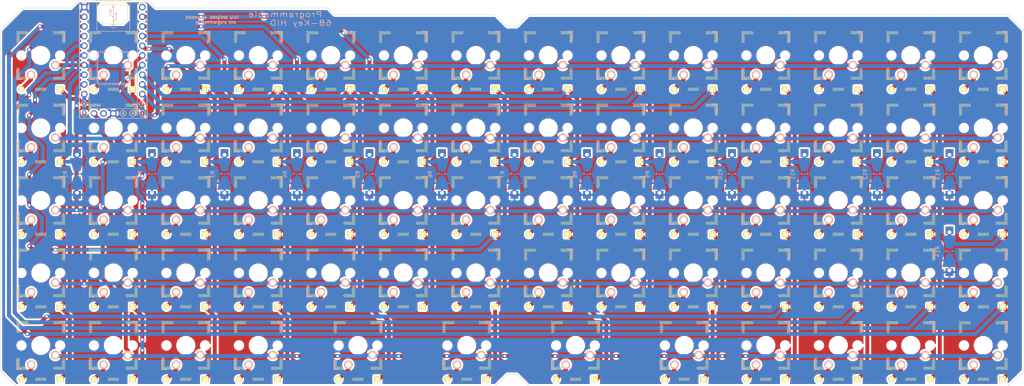
<source format=kicad_pcb>
(kicad_pcb (version 4) (host pcbnew 4.0.7)
  (layers (0 F.Cu signal) (31 B.Cu signal) (34 B.Paste user hide) (35 F.Paste user hide) (36 B.SilkS user) (37 F.SilkS user) (38 B.Mask user hide) (39 F.Mask user hide) (44 Edge.Cuts user))
  (net 0 "")
  (net 1 "Net-(D1-Pad2)")
  (net 2 "Net-(D1-Pad1)")
  (net 3 "Net-(D16-Pad2)")
  (net 4 "Net-(D2-Pad1)")
  (net 5 "Net-(D17-Pad2)")
  (net 6 "Net-(D3-Pad1)")
  (net 7 "Net-(D18-Pad2)")
  (net 8 "Net-(D4-Pad1)")
  (net 9 "Net-(D19-Pad2)")
  (net 10 "Net-(D5-Pad1)")
  (net 11 "Net-(D20-Pad2)")
  (net 12 "Net-(D6-Pad1)")
  (net 13 "Net-(D21-Pad2)")
  (net 14 "Net-(D7-Pad1)")
  (net 15 "Net-(D22-Pad2)")
  (net 16 "Net-(D8-Pad1)")
  (net 17 "Net-(D23-Pad2)")
  (net 18 "Net-(D9-Pad1)")
  (net 19 "Net-(D10-Pad2)")
  (net 20 "Net-(D10-Pad1)")
  (net 21 "Net-(D11-Pad2)")
  (net 22 "Net-(D11-Pad1)")
  (net 23 "Net-(D12-Pad2)")
  (net 24 "Net-(D12-Pad1)")
  (net 25 "Net-(D13-Pad2)")
  (net 26 "Net-(D13-Pad1)")
  (net 27 "Net-(D14-Pad2)")
  (net 28 "Net-(D14-Pad1)")
  (net 29 "Net-(D15-Pad1)")
  (net 30 "Net-(D16-Pad1)")
  (net 31 "Net-(D17-Pad1)")
  (net 32 "Net-(D18-Pad1)")
  (net 33 "Net-(D19-Pad1)")
  (net 34 "Net-(D20-Pad1)")
  (net 35 "Net-(D21-Pad1)")
  (net 36 "Net-(D22-Pad1)")
  (net 37 "Net-(D23-Pad1)")
  (net 38 "Net-(D24-Pad1)")
  (net 39 "Net-(D25-Pad1)")
  (net 40 "Net-(D26-Pad1)")
  (net 41 "Net-(D27-Pad1)")
  (net 42 "Net-(D28-Pad1)")
  (net 43 "Net-(D29-Pad1)")
  (net 44 "Net-(D30-Pad1)")
  (net 45 "Net-(D31-Pad1)")
  (net 46 "Net-(D32-Pad1)")
  (net 47 "Net-(D33-Pad1)")
  (net 48 "Net-(D34-Pad1)")
  (net 49 "Net-(D35-Pad1)")
  (net 50 "Net-(D36-Pad1)")
  (net 51 "Net-(D37-Pad1)")
  (net 52 "Net-(D38-Pad1)")
  (net 53 "Net-(D39-Pad1)")
  (net 54 "Net-(D40-Pad1)")
  (net 55 "Net-(D41-Pad1)")
  (net 56 "Net-(D42-Pad1)")
  (net 57 "Net-(D43-Pad1)")
  (net 58 "Net-(D44-Pad1)")
  (net 59 "Net-(D45-Pad1)")
  (net 60 "Net-(D46-Pad1)")
  (net 61 "Net-(D47-Pad1)")
  (net 62 "Net-(D48-Pad1)")
  (net 63 "Net-(D49-Pad1)")
  (net 64 "Net-(D50-Pad1)")
  (net 65 "Net-(D51-Pad1)")
  (net 66 "Net-(D52-Pad1)")
  (net 67 "Net-(D53-Pad1)")
  (net 68 "Net-(D54-Pad1)")
  (net 69 "Net-(D55-Pad1)")
  (net 70 "Net-(D56-Pad1)")
  (net 71 "Net-(D57-Pad1)")
  (net 72 "Net-(D58-Pad1)")
  (net 73 "Net-(D59-Pad1)")
  (net 74 "Net-(D60-Pad1)")
  (net 75 "Net-(D61-Pad1)")
  (net 76 "Net-(D62-Pad1)")
  (net 77 "Net-(D63-Pad1)")
  (net 78 "Net-(D64-Pad1)")
  (net 79 "Net-(D65-Pad1)")
  (net 80 "Net-(D66-Pad1)")
  (net 81 "Net-(D67-Pad1)")
  (net 82 "Net-(D68-Pad1)")
  (net 83 "Net-(S1-Pad2)")
  (net 84 "Net-(S15-Pad2)")
  (net 85 "Net-(S29-Pad2)")
  (net 86 "Net-(S43-Pad2)")
  (net 87 "Net-(S57-Pad2)")
  (net 88 /GND)
  (net 89 "Net-(U1-Pad14)")
  (net 90 "Net-(U1-Pad29)")
  (module modded_keyboard_components:key_1u (layer F.Cu) (at 195.58 60.96 180)
    (fp_text reference S2 hide)
    (fp_text value cherry-mx-switch-revised hide)
    (pad 1 thru_hole circle (at 2.54 -5.08 180) (size 2.286 2.286) (drill 1.4986) (layers *.Cu *.SilkS *.Mask) (net 4 "Net-(D2-Pad1)"))
    (pad 2 thru_hole circle (at -3.81 -2.54 180) (size 2.286 2.286) (drill 1.4986) (layers *.Cu *.SilkS *.Mask) (net 83 "Net-(S1-Pad2)"))
    (pad HOLE np_thru_hole circle (at 0 0 180) (size 3.9878 3.9878) (drill 3.9878) (layers *.Cu))
    (pad HOLE np_thru_hole circle (at -5.08 0 180) (size 1.7018 1.7018) (drill 1.7018) (layers *.Cu))
    (pad HOLE np_thru_hole circle (at 5.08 0 180) (size 1.7018 1.7018) (drill 1.7018) (layers *.Cu))
    (pad "" smd circle (at -3.302 -6.35 180) (size 0.15 0.15) (layers F.SilkS))
    (pad "" smd circle (at -6.35 -3.302 180) (size 0.15 0.15) (layers F.SilkS))
    (pad "" smd circle (at -6.35 6.35 180) (size 0.15 0.15) (layers F.SilkS))
    (pad "" smd circle (at 6.35 -6.35 180) (size 0.15 0.15) (layers F.SilkS))
    (pad "" smd circle (at 3.302 6.35 180) (size 0.15 0.15) (layers F.SilkS))
    (pad "" smd circle (at 6.35 3.302 180) (size 0.15 0.15) (layers F.SilkS))
  )
  (module modded_keyboard_components:key_1.75u (layer F.Cu) (at 317.0238 137.16 180)
    (fp_text reference S63 hide)
    (fp_text value cherry-mx-switch-revised hide)
    (pad 1 thru_hole circle (at 2.54 -5.08 180) (size 2.286 2.286) (drill 1.4986) (layers *.Cu *.SilkS *.Mask) (net 77 "Net-(D63-Pad1)"))
    (pad 2 thru_hole circle (at -3.81 -2.54 180) (size 2.286 2.286) (drill 1.4986) (layers *.Cu *.SilkS *.Mask) (net 87 "Net-(S57-Pad2)"))
    (pad HOLE np_thru_hole circle (at 0 0 180) (size 3.9878 3.9878) (drill 3.9878) (layers *.Cu))
    (pad HOLE np_thru_hole circle (at -5.08 0 180) (size 1.7018 1.7018) (drill 1.7018) (layers *.Cu))
    (pad HOLE np_thru_hole circle (at 5.08 0 180) (size 1.7018 1.7018) (drill 1.7018) (layers *.Cu))
    (pad "" smd circle (at -6.35 -3.302 180) (size 0.15 0.15) (layers F.SilkS))
    (pad "" smd circle (at -3.302 -6.35 180) (size 0.15 0.15) (layers F.SilkS))
    (pad "" smd circle (at -6.35 6.35 180) (size 0.15 0.15) (layers F.SilkS))
    (pad "" smd circle (at 3.302 6.35 180) (size 0.15 0.15) (layers F.SilkS))
    (pad "" smd circle (at 6.35 3.302 180) (size 0.15 0.15) (layers F.SilkS))
    (pad "" smd circle (at 6.35 -6.35 180) (size 0.15 0.15) (layers F.SilkS))
  )
  (module modded_keyboard_components:key_1.25u (layer F.Cu) (at 288.44875 137.16 180)
    (fp_text reference S62 hide)
    (fp_text value cherry-mx-switch-revised hide)
    (pad 1 thru_hole circle (at 2.54 -5.08 180) (size 2.286 2.286) (drill 1.4986) (layers *.Cu *.SilkS *.Mask) (net 76 "Net-(D62-Pad1)"))
    (pad 2 thru_hole circle (at -3.81 -2.54 180) (size 2.286 2.286) (drill 1.4986) (layers *.Cu *.SilkS *.Mask) (net 87 "Net-(S57-Pad2)"))
    (pad HOLE np_thru_hole circle (at 0 0 180) (size 3.9878 3.9878) (drill 3.9878) (layers *.Cu))
    (pad HOLE np_thru_hole circle (at -5.08 0 180) (size 1.7018 1.7018) (drill 1.7018) (layers *.Cu))
    (pad HOLE np_thru_hole circle (at 5.08 0 180) (size 1.7018 1.7018) (drill 1.7018) (layers *.Cu))
    (pad "" smd circle (at -6.35 -3.302 180) (size 0.15 0.15) (layers F.SilkS))
    (pad "" smd circle (at -3.302 -6.35 180) (size 0.15 0.15) (layers F.SilkS))
    (pad "" smd circle (at 6.35 -6.35 180) (size 0.15 0.15) (layers F.SilkS))
    (pad "" smd circle (at -6.35 6.35 180) (size 0.15 0.15) (layers F.SilkS))
    (pad "" smd circle (at 3.302 6.35 180) (size 0.15 0.15) (layers F.SilkS))
    (pad "" smd circle (at 6.35 3.302 180) (size 0.15 0.15) (layers F.SilkS))
  )
  (module modded_keyboard_components:key_1u (layer F.Cu) (at 176.53 60.96 180)
    (fp_text reference S1 hide)
    (fp_text value cherry-mx-switch-revised hide)
    (pad 1 thru_hole circle (at 2.54 -5.08 180) (size 2.286 2.286) (drill 1.4986) (layers *.Cu *.SilkS *.Mask) (net 2 "Net-(D1-Pad1)"))
    (pad 2 thru_hole circle (at -3.81 -2.54 180) (size 2.286 2.286) (drill 1.4986) (layers *.Cu *.SilkS *.Mask) (net 83 "Net-(S1-Pad2)"))
    (pad HOLE np_thru_hole circle (at 0 0 180) (size 3.9878 3.9878) (drill 3.9878) (layers *.Cu))
    (pad HOLE np_thru_hole circle (at -5.08 0 180) (size 1.7018 1.7018) (drill 1.7018) (layers *.Cu))
    (pad HOLE np_thru_hole circle (at 5.08 0 180) (size 1.7018 1.7018) (drill 1.7018) (layers *.Cu))
    (pad "" smd circle (at -3.302 -6.35 180) (size 0.15 0.15) (layers F.SilkS))
    (pad "" smd circle (at -6.35 -3.302 180) (size 0.15 0.15) (layers F.SilkS))
    (pad "" smd circle (at -6.35 6.35 180) (size 0.15 0.15) (layers F.SilkS))
    (pad "" smd circle (at 6.35 -6.35 180) (size 0.15 0.15) (layers F.SilkS))
    (pad "" smd circle (at 3.302 6.35 180) (size 0.15 0.15) (layers F.SilkS))
    (pad "" smd circle (at 6.35 3.302 180) (size 0.15 0.15) (layers F.SilkS))
  )
  (module modded_keyboard_components:key_1u (layer F.Cu) (at 214.63 60.96 180)
    (fp_text reference S3 hide)
    (fp_text value cherry-mx-switch-revised hide)
    (pad 1 thru_hole circle (at 2.54 -5.08 180) (size 2.286 2.286) (drill 1.4986) (layers *.Cu *.SilkS *.Mask) (net 6 "Net-(D3-Pad1)"))
    (pad 2 thru_hole circle (at -3.81 -2.54 180) (size 2.286 2.286) (drill 1.4986) (layers *.Cu *.SilkS *.Mask) (net 83 "Net-(S1-Pad2)"))
    (pad HOLE np_thru_hole circle (at 0 0 180) (size 3.9878 3.9878) (drill 3.9878) (layers *.Cu))
    (pad HOLE np_thru_hole circle (at -5.08 0 180) (size 1.7018 1.7018) (drill 1.7018) (layers *.Cu))
    (pad HOLE np_thru_hole circle (at 5.08 0 180) (size 1.7018 1.7018) (drill 1.7018) (layers *.Cu))
    (pad "" smd circle (at -3.302 -6.35 180) (size 0.15 0.15) (layers F.SilkS))
    (pad "" smd circle (at -6.35 -3.302 180) (size 0.15 0.15) (layers F.SilkS))
    (pad "" smd circle (at -6.35 6.35 180) (size 0.15 0.15) (layers F.SilkS))
    (pad "" smd circle (at 6.35 -6.35 180) (size 0.15 0.15) (layers F.SilkS))
    (pad "" smd circle (at 3.302 6.35 180) (size 0.15 0.15) (layers F.SilkS))
    (pad "" smd circle (at 6.35 3.302 180) (size 0.15 0.15) (layers F.SilkS))
  )
  (module modded_keyboard_components:key_1u (layer F.Cu) (at 233.68 60.96 180)
    (fp_text reference S4 hide)
    (fp_text value cherry-mx-switch-revised hide)
    (pad 1 thru_hole circle (at 2.54 -5.08 180) (size 2.286 2.286) (drill 1.4986) (layers *.Cu *.SilkS *.Mask) (net 8 "Net-(D4-Pad1)"))
    (pad 2 thru_hole circle (at -3.81 -2.54 180) (size 2.286 2.286) (drill 1.4986) (layers *.Cu *.SilkS *.Mask) (net 83 "Net-(S1-Pad2)"))
    (pad HOLE np_thru_hole circle (at 0 0 180) (size 3.9878 3.9878) (drill 3.9878) (layers *.Cu))
    (pad HOLE np_thru_hole circle (at -5.08 0 180) (size 1.7018 1.7018) (drill 1.7018) (layers *.Cu))
    (pad HOLE np_thru_hole circle (at 5.08 0 180) (size 1.7018 1.7018) (drill 1.7018) (layers *.Cu))
    (pad "" smd circle (at -3.302 -6.35 180) (size 0.15 0.15) (layers F.SilkS))
    (pad "" smd circle (at -6.35 -3.302 180) (size 0.15 0.15) (layers F.SilkS))
    (pad "" smd circle (at -6.35 6.35 180) (size 0.15 0.15) (layers F.SilkS))
    (pad "" smd circle (at 6.35 -6.35 180) (size 0.15 0.15) (layers F.SilkS))
    (pad "" smd circle (at 3.302 6.35 180) (size 0.15 0.15) (layers F.SilkS))
    (pad "" smd circle (at 6.35 3.302 180) (size 0.15 0.15) (layers F.SilkS))
  )
  (module modded_keyboard_components:key_1u (layer F.Cu) (at 252.73 60.96 180)
    (fp_text reference S5 hide)
    (fp_text value cherry-mx-switch-revised hide)
    (pad 1 thru_hole circle (at 2.54 -5.08 180) (size 2.286 2.286) (drill 1.4986) (layers *.Cu *.SilkS *.Mask) (net 10 "Net-(D5-Pad1)"))
    (pad 2 thru_hole circle (at -3.81 -2.54 180) (size 2.286 2.286) (drill 1.4986) (layers *.Cu *.SilkS *.Mask) (net 83 "Net-(S1-Pad2)"))
    (pad HOLE np_thru_hole circle (at 0 0 180) (size 3.9878 3.9878) (drill 3.9878) (layers *.Cu))
    (pad HOLE np_thru_hole circle (at -5.08 0 180) (size 1.7018 1.7018) (drill 1.7018) (layers *.Cu))
    (pad HOLE np_thru_hole circle (at 5.08 0 180) (size 1.7018 1.7018) (drill 1.7018) (layers *.Cu))
    (pad "" smd circle (at -3.302 -6.35 180) (size 0.15 0.15) (layers F.SilkS))
    (pad "" smd circle (at -6.35 -3.302 180) (size 0.15 0.15) (layers F.SilkS))
    (pad "" smd circle (at -6.35 6.35 180) (size 0.15 0.15) (layers F.SilkS))
    (pad "" smd circle (at 6.35 -6.35 180) (size 0.15 0.15) (layers F.SilkS))
    (pad "" smd circle (at 3.302 6.35 180) (size 0.15 0.15) (layers F.SilkS))
    (pad "" smd circle (at 6.35 3.302 180) (size 0.15 0.15) (layers F.SilkS))
  )
  (module modded_keyboard_components:key_1u (layer F.Cu) (at 271.78 60.96 180)
    (fp_text reference S6 hide)
    (fp_text value cherry-mx-switch-revised hide)
    (pad 1 thru_hole circle (at 2.54 -5.08 180) (size 2.286 2.286) (drill 1.4986) (layers *.Cu *.SilkS *.Mask) (net 12 "Net-(D6-Pad1)"))
    (pad 2 thru_hole circle (at -3.81 -2.54 180) (size 2.286 2.286) (drill 1.4986) (layers *.Cu *.SilkS *.Mask) (net 83 "Net-(S1-Pad2)"))
    (pad HOLE np_thru_hole circle (at 0 0 180) (size 3.9878 3.9878) (drill 3.9878) (layers *.Cu))
    (pad HOLE np_thru_hole circle (at -5.08 0 180) (size 1.7018 1.7018) (drill 1.7018) (layers *.Cu))
    (pad HOLE np_thru_hole circle (at 5.08 0 180) (size 1.7018 1.7018) (drill 1.7018) (layers *.Cu))
    (pad "" smd circle (at -3.302 -6.35 180) (size 0.15 0.15) (layers F.SilkS))
    (pad "" smd circle (at -6.35 -3.302 180) (size 0.15 0.15) (layers F.SilkS))
    (pad "" smd circle (at -6.35 6.35 180) (size 0.15 0.15) (layers F.SilkS))
    (pad "" smd circle (at 6.35 -6.35 180) (size 0.15 0.15) (layers F.SilkS))
    (pad "" smd circle (at 3.302 6.35 180) (size 0.15 0.15) (layers F.SilkS))
    (pad "" smd circle (at 6.35 3.302 180) (size 0.15 0.15) (layers F.SilkS))
  )
  (module modded_keyboard_components:key_1u (layer F.Cu) (at 290.83 60.96 180)
    (fp_text reference S7 hide)
    (fp_text value cherry-mx-switch-revised hide)
    (pad 1 thru_hole circle (at 2.54 -5.08 180) (size 2.286 2.286) (drill 1.4986) (layers *.Cu *.SilkS *.Mask) (net 14 "Net-(D7-Pad1)"))
    (pad 2 thru_hole circle (at -3.81 -2.54 180) (size 2.286 2.286) (drill 1.4986) (layers *.Cu *.SilkS *.Mask) (net 83 "Net-(S1-Pad2)"))
    (pad HOLE np_thru_hole circle (at 0 0 180) (size 3.9878 3.9878) (drill 3.9878) (layers *.Cu))
    (pad HOLE np_thru_hole circle (at -5.08 0 180) (size 1.7018 1.7018) (drill 1.7018) (layers *.Cu))
    (pad HOLE np_thru_hole circle (at 5.08 0 180) (size 1.7018 1.7018) (drill 1.7018) (layers *.Cu))
    (pad "" smd circle (at -3.302 -6.35 180) (size 0.15 0.15) (layers F.SilkS))
    (pad "" smd circle (at -6.35 -3.302 180) (size 0.15 0.15) (layers F.SilkS))
    (pad "" smd circle (at -6.35 6.35 180) (size 0.15 0.15) (layers F.SilkS))
    (pad "" smd circle (at 6.35 -6.35 180) (size 0.15 0.15) (layers F.SilkS))
    (pad "" smd circle (at 3.302 6.35 180) (size 0.15 0.15) (layers F.SilkS))
    (pad "" smd circle (at 6.35 3.302 180) (size 0.15 0.15) (layers F.SilkS))
  )
  (module modded_keyboard_components:key_1u (layer F.Cu) (at 309.88 60.96 180)
    (fp_text reference S8 hide)
    (fp_text value cherry-mx-switch-revised hide)
    (pad 1 thru_hole circle (at 2.54 -5.08 180) (size 2.286 2.286) (drill 1.4986) (layers *.Cu *.SilkS *.Mask) (net 16 "Net-(D8-Pad1)"))
    (pad 2 thru_hole circle (at -3.81 -2.54 180) (size 2.286 2.286) (drill 1.4986) (layers *.Cu *.SilkS *.Mask) (net 83 "Net-(S1-Pad2)"))
    (pad HOLE np_thru_hole circle (at 0 0 180) (size 3.9878 3.9878) (drill 3.9878) (layers *.Cu))
    (pad HOLE np_thru_hole circle (at -5.08 0 180) (size 1.7018 1.7018) (drill 1.7018) (layers *.Cu))
    (pad HOLE np_thru_hole circle (at 5.08 0 180) (size 1.7018 1.7018) (drill 1.7018) (layers *.Cu))
    (pad "" smd circle (at -3.302 -6.35 180) (size 0.15 0.15) (layers F.SilkS))
    (pad "" smd circle (at -6.35 -3.302 180) (size 0.15 0.15) (layers F.SilkS))
    (pad "" smd circle (at -6.35 6.35 180) (size 0.15 0.15) (layers F.SilkS))
    (pad "" smd circle (at 6.35 -6.35 180) (size 0.15 0.15) (layers F.SilkS))
    (pad "" smd circle (at 3.302 6.35 180) (size 0.15 0.15) (layers F.SilkS))
    (pad "" smd circle (at 6.35 3.302 180) (size 0.15 0.15) (layers F.SilkS))
  )
  (module modded_keyboard_components:key_1u (layer F.Cu) (at 328.93 60.96 180)
    (fp_text reference S9 hide)
    (fp_text value cherry-mx-switch-revised hide)
    (pad 1 thru_hole circle (at 2.54 -5.08 180) (size 2.286 2.286) (drill 1.4986) (layers *.Cu *.SilkS *.Mask) (net 18 "Net-(D9-Pad1)"))
    (pad 2 thru_hole circle (at -3.81 -2.54 180) (size 2.286 2.286) (drill 1.4986) (layers *.Cu *.SilkS *.Mask) (net 83 "Net-(S1-Pad2)"))
    (pad HOLE np_thru_hole circle (at 0 0 180) (size 3.9878 3.9878) (drill 3.9878) (layers *.Cu))
    (pad HOLE np_thru_hole circle (at -5.08 0 180) (size 1.7018 1.7018) (drill 1.7018) (layers *.Cu))
    (pad HOLE np_thru_hole circle (at 5.08 0 180) (size 1.7018 1.7018) (drill 1.7018) (layers *.Cu))
    (pad "" smd circle (at -3.302 -6.35 180) (size 0.15 0.15) (layers F.SilkS))
    (pad "" smd circle (at -6.35 -3.302 180) (size 0.15 0.15) (layers F.SilkS))
    (pad "" smd circle (at -6.35 6.35 180) (size 0.15 0.15) (layers F.SilkS))
    (pad "" smd circle (at 6.35 -6.35 180) (size 0.15 0.15) (layers F.SilkS))
    (pad "" smd circle (at 3.302 6.35 180) (size 0.15 0.15) (layers F.SilkS))
    (pad "" smd circle (at 6.35 3.302 180) (size 0.15 0.15) (layers F.SilkS))
  )
  (module modded_keyboard_components:key_1u (layer F.Cu) (at 347.98 60.96 180)
    (fp_text reference S10 hide)
    (fp_text value cherry-mx-switch-revised hide)
    (pad 1 thru_hole circle (at 2.54 -5.08 180) (size 2.286 2.286) (drill 1.4986) (layers *.Cu *.SilkS *.Mask) (net 20 "Net-(D10-Pad1)"))
    (pad 2 thru_hole circle (at -3.81 -2.54 180) (size 2.286 2.286) (drill 1.4986) (layers *.Cu *.SilkS *.Mask) (net 83 "Net-(S1-Pad2)"))
    (pad HOLE np_thru_hole circle (at 0 0 180) (size 3.9878 3.9878) (drill 3.9878) (layers *.Cu))
    (pad HOLE np_thru_hole circle (at -5.08 0 180) (size 1.7018 1.7018) (drill 1.7018) (layers *.Cu))
    (pad HOLE np_thru_hole circle (at 5.08 0 180) (size 1.7018 1.7018) (drill 1.7018) (layers *.Cu))
    (pad "" smd circle (at -3.302 -6.35 180) (size 0.15 0.15) (layers F.SilkS))
    (pad "" smd circle (at -6.35 -3.302 180) (size 0.15 0.15) (layers F.SilkS))
    (pad "" smd circle (at -6.35 6.35 180) (size 0.15 0.15) (layers F.SilkS))
    (pad "" smd circle (at 6.35 -6.35 180) (size 0.15 0.15) (layers F.SilkS))
    (pad "" smd circle (at 3.302 6.35 180) (size 0.15 0.15) (layers F.SilkS))
    (pad "" smd circle (at 6.35 3.302 180) (size 0.15 0.15) (layers F.SilkS))
  )
  (module modded_keyboard_components:key_1u (layer F.Cu) (at 367.03 60.96 180)
    (fp_text reference S11 hide)
    (fp_text value cherry-mx-switch-revised hide)
    (pad 1 thru_hole circle (at 2.54 -5.08 180) (size 2.286 2.286) (drill 1.4986) (layers *.Cu *.SilkS *.Mask) (net 22 "Net-(D11-Pad1)"))
    (pad 2 thru_hole circle (at -3.81 -2.54 180) (size 2.286 2.286) (drill 1.4986) (layers *.Cu *.SilkS *.Mask) (net 83 "Net-(S1-Pad2)"))
    (pad HOLE np_thru_hole circle (at 0 0 180) (size 3.9878 3.9878) (drill 3.9878) (layers *.Cu))
    (pad HOLE np_thru_hole circle (at -5.08 0 180) (size 1.7018 1.7018) (drill 1.7018) (layers *.Cu))
    (pad HOLE np_thru_hole circle (at 5.08 0 180) (size 1.7018 1.7018) (drill 1.7018) (layers *.Cu))
    (pad "" smd circle (at -3.302 -6.35 180) (size 0.15 0.15) (layers F.SilkS))
    (pad "" smd circle (at -6.35 -3.302 180) (size 0.15 0.15) (layers F.SilkS))
    (pad "" smd circle (at -6.35 6.35 180) (size 0.15 0.15) (layers F.SilkS))
    (pad "" smd circle (at 6.35 -6.35 180) (size 0.15 0.15) (layers F.SilkS))
    (pad "" smd circle (at 3.302 6.35 180) (size 0.15 0.15) (layers F.SilkS))
    (pad "" smd circle (at 6.35 3.302 180) (size 0.15 0.15) (layers F.SilkS))
  )
  (module modded_keyboard_components:key_1u (layer F.Cu) (at 386.08 60.96 180)
    (fp_text reference S12 hide)
    (fp_text value cherry-mx-switch-revised hide)
    (pad 1 thru_hole circle (at 2.54 -5.08 180) (size 2.286 2.286) (drill 1.4986) (layers *.Cu *.SilkS *.Mask) (net 24 "Net-(D12-Pad1)"))
    (pad 2 thru_hole circle (at -3.81 -2.54 180) (size 2.286 2.286) (drill 1.4986) (layers *.Cu *.SilkS *.Mask) (net 83 "Net-(S1-Pad2)"))
    (pad HOLE np_thru_hole circle (at 0 0 180) (size 3.9878 3.9878) (drill 3.9878) (layers *.Cu))
    (pad HOLE np_thru_hole circle (at -5.08 0 180) (size 1.7018 1.7018) (drill 1.7018) (layers *.Cu))
    (pad HOLE np_thru_hole circle (at 5.08 0 180) (size 1.7018 1.7018) (drill 1.7018) (layers *.Cu))
    (pad "" smd circle (at -3.302 -6.35 180) (size 0.15 0.15) (layers F.SilkS))
    (pad "" smd circle (at -6.35 -3.302 180) (size 0.15 0.15) (layers F.SilkS))
    (pad "" smd circle (at -6.35 6.35 180) (size 0.15 0.15) (layers F.SilkS))
    (pad "" smd circle (at 6.35 -6.35 180) (size 0.15 0.15) (layers F.SilkS))
    (pad "" smd circle (at 3.302 6.35 180) (size 0.15 0.15) (layers F.SilkS))
    (pad "" smd circle (at 6.35 3.302 180) (size 0.15 0.15) (layers F.SilkS))
  )
  (module modded_keyboard_components:key_1u (layer F.Cu) (at 405.13 60.96 180)
    (fp_text reference S13 hide)
    (fp_text value cherry-mx-switch-revised hide)
    (pad 1 thru_hole circle (at 2.54 -5.08 180) (size 2.286 2.286) (drill 1.4986) (layers *.Cu *.SilkS *.Mask) (net 26 "Net-(D13-Pad1)"))
    (pad 2 thru_hole circle (at -3.81 -2.54 180) (size 2.286 2.286) (drill 1.4986) (layers *.Cu *.SilkS *.Mask) (net 83 "Net-(S1-Pad2)"))
    (pad HOLE np_thru_hole circle (at 0 0 180) (size 3.9878 3.9878) (drill 3.9878) (layers *.Cu))
    (pad HOLE np_thru_hole circle (at -5.08 0 180) (size 1.7018 1.7018) (drill 1.7018) (layers *.Cu))
    (pad HOLE np_thru_hole circle (at 5.08 0 180) (size 1.7018 1.7018) (drill 1.7018) (layers *.Cu))
    (pad "" smd circle (at -3.302 -6.35 180) (size 0.15 0.15) (layers F.SilkS))
    (pad "" smd circle (at -6.35 -3.302 180) (size 0.15 0.15) (layers F.SilkS))
    (pad "" smd circle (at -6.35 6.35 180) (size 0.15 0.15) (layers F.SilkS))
    (pad "" smd circle (at 6.35 -6.35 180) (size 0.15 0.15) (layers F.SilkS))
    (pad "" smd circle (at 3.302 6.35 180) (size 0.15 0.15) (layers F.SilkS))
    (pad "" smd circle (at 6.35 3.302 180) (size 0.15 0.15) (layers F.SilkS))
  )
  (module modded_keyboard_components:key_1u (layer F.Cu) (at 424.18 60.96 180)
    (fp_text reference S14 hide)
    (fp_text value cherry-mx-switch-revised hide)
    (pad 1 thru_hole circle (at 2.54 -5.08 180) (size 2.286 2.286) (drill 1.4986) (layers *.Cu *.SilkS *.Mask) (net 28 "Net-(D14-Pad1)"))
    (pad 2 thru_hole circle (at -3.81 -2.54 180) (size 2.286 2.286) (drill 1.4986) (layers *.Cu *.SilkS *.Mask) (net 83 "Net-(S1-Pad2)"))
    (pad HOLE np_thru_hole circle (at 0 0 180) (size 3.9878 3.9878) (drill 3.9878) (layers *.Cu))
    (pad HOLE np_thru_hole circle (at -5.08 0 180) (size 1.7018 1.7018) (drill 1.7018) (layers *.Cu))
    (pad HOLE np_thru_hole circle (at 5.08 0 180) (size 1.7018 1.7018) (drill 1.7018) (layers *.Cu))
    (pad "" smd circle (at -3.302 -6.35 180) (size 0.15 0.15) (layers F.SilkS))
    (pad "" smd circle (at -6.35 -3.302 180) (size 0.15 0.15) (layers F.SilkS))
    (pad "" smd circle (at -6.35 6.35 180) (size 0.15 0.15) (layers F.SilkS))
    (pad "" smd circle (at 6.35 -6.35 180) (size 0.15 0.15) (layers F.SilkS))
    (pad "" smd circle (at 3.302 6.35 180) (size 0.15 0.15) (layers F.SilkS))
    (pad "" smd circle (at 6.35 3.302 180) (size 0.15 0.15) (layers F.SilkS))
  )
  (module modded_keyboard_components:key_1u (layer F.Cu) (at 176.53 80.01 180)
    (fp_text reference S15 hide)
    (fp_text value cherry-mx-switch-revised hide)
    (pad 1 thru_hole circle (at 2.54 -5.08 180) (size 2.286 2.286) (drill 1.4986) (layers *.Cu *.SilkS *.Mask) (net 29 "Net-(D15-Pad1)"))
    (pad 2 thru_hole circle (at -3.81 -2.54 180) (size 2.286 2.286) (drill 1.4986) (layers *.Cu *.SilkS *.Mask) (net 84 "Net-(S15-Pad2)"))
    (pad HOLE np_thru_hole circle (at 0 0 180) (size 3.9878 3.9878) (drill 3.9878) (layers *.Cu))
    (pad HOLE np_thru_hole circle (at -5.08 0 180) (size 1.7018 1.7018) (drill 1.7018) (layers *.Cu))
    (pad HOLE np_thru_hole circle (at 5.08 0 180) (size 1.7018 1.7018) (drill 1.7018) (layers *.Cu))
    (pad "" smd circle (at -3.302 -6.35 180) (size 0.15 0.15) (layers F.SilkS))
    (pad "" smd circle (at -6.35 -3.302 180) (size 0.15 0.15) (layers F.SilkS))
    (pad "" smd circle (at -6.35 6.35 180) (size 0.15 0.15) (layers F.SilkS))
    (pad "" smd circle (at 6.35 -6.35 180) (size 0.15 0.15) (layers F.SilkS))
    (pad "" smd circle (at 3.302 6.35 180) (size 0.15 0.15) (layers F.SilkS))
    (pad "" smd circle (at 6.35 3.302 180) (size 0.15 0.15) (layers F.SilkS))
  )
  (module modded_keyboard_components:key_1u (layer F.Cu) (at 195.58 80.01 180)
    (fp_text reference S16 hide)
    (fp_text value cherry-mx-switch-revised hide)
    (pad 1 thru_hole circle (at 2.54 -5.08 180) (size 2.286 2.286) (drill 1.4986) (layers *.Cu *.SilkS *.Mask) (net 30 "Net-(D16-Pad1)"))
    (pad 2 thru_hole circle (at -3.81 -2.54 180) (size 2.286 2.286) (drill 1.4986) (layers *.Cu *.SilkS *.Mask) (net 84 "Net-(S15-Pad2)"))
    (pad HOLE np_thru_hole circle (at 0 0 180) (size 3.9878 3.9878) (drill 3.9878) (layers *.Cu))
    (pad HOLE np_thru_hole circle (at -5.08 0 180) (size 1.7018 1.7018) (drill 1.7018) (layers *.Cu))
    (pad HOLE np_thru_hole circle (at 5.08 0 180) (size 1.7018 1.7018) (drill 1.7018) (layers *.Cu))
    (pad "" smd circle (at -3.302 -6.35 180) (size 0.15 0.15) (layers F.SilkS))
    (pad "" smd circle (at -6.35 -3.302 180) (size 0.15 0.15) (layers F.SilkS))
    (pad "" smd circle (at -6.35 6.35 180) (size 0.15 0.15) (layers F.SilkS))
    (pad "" smd circle (at 6.35 -6.35 180) (size 0.15 0.15) (layers F.SilkS))
    (pad "" smd circle (at 3.302 6.35 180) (size 0.15 0.15) (layers F.SilkS))
    (pad "" smd circle (at 6.35 3.302 180) (size 0.15 0.15) (layers F.SilkS))
  )
  (module modded_keyboard_components:key_1u (layer F.Cu) (at 214.63 80.01 180)
    (fp_text reference S17 hide)
    (fp_text value cherry-mx-switch-revised hide)
    (pad 1 thru_hole circle (at 2.54 -5.08 180) (size 2.286 2.286) (drill 1.4986) (layers *.Cu *.SilkS *.Mask) (net 31 "Net-(D17-Pad1)"))
    (pad 2 thru_hole circle (at -3.81 -2.54 180) (size 2.286 2.286) (drill 1.4986) (layers *.Cu *.SilkS *.Mask) (net 84 "Net-(S15-Pad2)"))
    (pad HOLE np_thru_hole circle (at 0 0 180) (size 3.9878 3.9878) (drill 3.9878) (layers *.Cu))
    (pad HOLE np_thru_hole circle (at -5.08 0 180) (size 1.7018 1.7018) (drill 1.7018) (layers *.Cu))
    (pad HOLE np_thru_hole circle (at 5.08 0 180) (size 1.7018 1.7018) (drill 1.7018) (layers *.Cu))
    (pad "" smd circle (at -3.302 -6.35 180) (size 0.15 0.15) (layers F.SilkS))
    (pad "" smd circle (at -6.35 -3.302 180) (size 0.15 0.15) (layers F.SilkS))
    (pad "" smd circle (at -6.35 6.35 180) (size 0.15 0.15) (layers F.SilkS))
    (pad "" smd circle (at 6.35 -6.35 180) (size 0.15 0.15) (layers F.SilkS))
    (pad "" smd circle (at 3.302 6.35 180) (size 0.15 0.15) (layers F.SilkS))
    (pad "" smd circle (at 6.35 3.302 180) (size 0.15 0.15) (layers F.SilkS))
  )
  (module modded_keyboard_components:key_1u (layer F.Cu) (at 233.68 80.01 180)
    (fp_text reference S18 hide)
    (fp_text value cherry-mx-switch-revised hide)
    (pad 1 thru_hole circle (at 2.54 -5.08 180) (size 2.286 2.286) (drill 1.4986) (layers *.Cu *.SilkS *.Mask) (net 32 "Net-(D18-Pad1)"))
    (pad 2 thru_hole circle (at -3.81 -2.54 180) (size 2.286 2.286) (drill 1.4986) (layers *.Cu *.SilkS *.Mask) (net 84 "Net-(S15-Pad2)"))
    (pad HOLE np_thru_hole circle (at 0 0 180) (size 3.9878 3.9878) (drill 3.9878) (layers *.Cu))
    (pad HOLE np_thru_hole circle (at -5.08 0 180) (size 1.7018 1.7018) (drill 1.7018) (layers *.Cu))
    (pad HOLE np_thru_hole circle (at 5.08 0 180) (size 1.7018 1.7018) (drill 1.7018) (layers *.Cu))
    (pad "" smd circle (at -3.302 -6.35 180) (size 0.15 0.15) (layers F.SilkS))
    (pad "" smd circle (at -6.35 -3.302 180) (size 0.15 0.15) (layers F.SilkS))
    (pad "" smd circle (at -6.35 6.35 180) (size 0.15 0.15) (layers F.SilkS))
    (pad "" smd circle (at 6.35 -6.35 180) (size 0.15 0.15) (layers F.SilkS))
    (pad "" smd circle (at 3.302 6.35 180) (size 0.15 0.15) (layers F.SilkS))
    (pad "" smd circle (at 6.35 3.302 180) (size 0.15 0.15) (layers F.SilkS))
  )
  (module modded_keyboard_components:key_1u (layer F.Cu) (at 252.73 80.01 180)
    (fp_text reference S19 hide)
    (fp_text value cherry-mx-switch-revised hide)
    (pad 1 thru_hole circle (at 2.54 -5.08 180) (size 2.286 2.286) (drill 1.4986) (layers *.Cu *.SilkS *.Mask) (net 33 "Net-(D19-Pad1)"))
    (pad 2 thru_hole circle (at -3.81 -2.54 180) (size 2.286 2.286) (drill 1.4986) (layers *.Cu *.SilkS *.Mask) (net 84 "Net-(S15-Pad2)"))
    (pad HOLE np_thru_hole circle (at 0 0 180) (size 3.9878 3.9878) (drill 3.9878) (layers *.Cu))
    (pad HOLE np_thru_hole circle (at -5.08 0 180) (size 1.7018 1.7018) (drill 1.7018) (layers *.Cu))
    (pad HOLE np_thru_hole circle (at 5.08 0 180) (size 1.7018 1.7018) (drill 1.7018) (layers *.Cu))
    (pad "" smd circle (at -3.302 -6.35 180) (size 0.15 0.15) (layers F.SilkS))
    (pad "" smd circle (at -6.35 -3.302 180) (size 0.15 0.15) (layers F.SilkS))
    (pad "" smd circle (at -6.35 6.35 180) (size 0.15 0.15) (layers F.SilkS))
    (pad "" smd circle (at 6.35 -6.35 180) (size 0.15 0.15) (layers F.SilkS))
    (pad "" smd circle (at 3.302 6.35 180) (size 0.15 0.15) (layers F.SilkS))
    (pad "" smd circle (at 6.35 3.302 180) (size 0.15 0.15) (layers F.SilkS))
  )
  (module modded_keyboard_components:key_1u (layer F.Cu) (at 271.78 80.01 180)
    (fp_text reference S20 hide)
    (fp_text value cherry-mx-switch-revised hide)
    (pad 1 thru_hole circle (at 2.54 -5.08 180) (size 2.286 2.286) (drill 1.4986) (layers *.Cu *.SilkS *.Mask) (net 34 "Net-(D20-Pad1)"))
    (pad 2 thru_hole circle (at -3.81 -2.54 180) (size 2.286 2.286) (drill 1.4986) (layers *.Cu *.SilkS *.Mask) (net 84 "Net-(S15-Pad2)"))
    (pad HOLE np_thru_hole circle (at 0 0 180) (size 3.9878 3.9878) (drill 3.9878) (layers *.Cu))
    (pad HOLE np_thru_hole circle (at -5.08 0 180) (size 1.7018 1.7018) (drill 1.7018) (layers *.Cu))
    (pad HOLE np_thru_hole circle (at 5.08 0 180) (size 1.7018 1.7018) (drill 1.7018) (layers *.Cu))
    (pad "" smd circle (at -3.302 -6.35 180) (size 0.15 0.15) (layers F.SilkS))
    (pad "" smd circle (at -6.35 -3.302 180) (size 0.15 0.15) (layers F.SilkS))
    (pad "" smd circle (at -6.35 6.35 180) (size 0.15 0.15) (layers F.SilkS))
    (pad "" smd circle (at 6.35 -6.35 180) (size 0.15 0.15) (layers F.SilkS))
    (pad "" smd circle (at 3.302 6.35 180) (size 0.15 0.15) (layers F.SilkS))
    (pad "" smd circle (at 6.35 3.302 180) (size 0.15 0.15) (layers F.SilkS))
  )
  (module modded_keyboard_components:key_1u (layer F.Cu) (at 290.83 80.01 180)
    (fp_text reference S21 hide)
    (fp_text value cherry-mx-switch-revised hide)
    (pad 1 thru_hole circle (at 2.54 -5.08 180) (size 2.286 2.286) (drill 1.4986) (layers *.Cu *.SilkS *.Mask) (net 35 "Net-(D21-Pad1)"))
    (pad 2 thru_hole circle (at -3.81 -2.54 180) (size 2.286 2.286) (drill 1.4986) (layers *.Cu *.SilkS *.Mask) (net 84 "Net-(S15-Pad2)"))
    (pad HOLE np_thru_hole circle (at 0 0 180) (size 3.9878 3.9878) (drill 3.9878) (layers *.Cu))
    (pad HOLE np_thru_hole circle (at -5.08 0 180) (size 1.7018 1.7018) (drill 1.7018) (layers *.Cu))
    (pad HOLE np_thru_hole circle (at 5.08 0 180) (size 1.7018 1.7018) (drill 1.7018) (layers *.Cu))
    (pad "" smd circle (at -3.302 -6.35 180) (size 0.15 0.15) (layers F.SilkS))
    (pad "" smd circle (at -6.35 -3.302 180) (size 0.15 0.15) (layers F.SilkS))
    (pad "" smd circle (at -6.35 6.35 180) (size 0.15 0.15) (layers F.SilkS))
    (pad "" smd circle (at 6.35 -6.35 180) (size 0.15 0.15) (layers F.SilkS))
    (pad "" smd circle (at 3.302 6.35 180) (size 0.15 0.15) (layers F.SilkS))
    (pad "" smd circle (at 6.35 3.302 180) (size 0.15 0.15) (layers F.SilkS))
  )
  (module modded_keyboard_components:key_1u (layer F.Cu) (at 309.88 80.01 180)
    (fp_text reference S22 hide)
    (fp_text value cherry-mx-switch-revised hide)
    (pad 1 thru_hole circle (at 2.54 -5.08 180) (size 2.286 2.286) (drill 1.4986) (layers *.Cu *.SilkS *.Mask) (net 36 "Net-(D22-Pad1)"))
    (pad 2 thru_hole circle (at -3.81 -2.54 180) (size 2.286 2.286) (drill 1.4986) (layers *.Cu *.SilkS *.Mask) (net 84 "Net-(S15-Pad2)"))
    (pad HOLE np_thru_hole circle (at 0 0 180) (size 3.9878 3.9878) (drill 3.9878) (layers *.Cu))
    (pad HOLE np_thru_hole circle (at -5.08 0 180) (size 1.7018 1.7018) (drill 1.7018) (layers *.Cu))
    (pad HOLE np_thru_hole circle (at 5.08 0 180) (size 1.7018 1.7018) (drill 1.7018) (layers *.Cu))
    (pad "" smd circle (at -3.302 -6.35 180) (size 0.15 0.15) (layers F.SilkS))
    (pad "" smd circle (at -6.35 -3.302 180) (size 0.15 0.15) (layers F.SilkS))
    (pad "" smd circle (at -6.35 6.35 180) (size 0.15 0.15) (layers F.SilkS))
    (pad "" smd circle (at 6.35 -6.35 180) (size 0.15 0.15) (layers F.SilkS))
    (pad "" smd circle (at 3.302 6.35 180) (size 0.15 0.15) (layers F.SilkS))
    (pad "" smd circle (at 6.35 3.302 180) (size 0.15 0.15) (layers F.SilkS))
  )
  (module modded_keyboard_components:key_1u (layer F.Cu) (at 328.93 80.01 180)
    (fp_text reference S23 hide)
    (fp_text value cherry-mx-switch-revised hide)
    (pad 1 thru_hole circle (at 2.54 -5.08 180) (size 2.286 2.286) (drill 1.4986) (layers *.Cu *.SilkS *.Mask) (net 37 "Net-(D23-Pad1)"))
    (pad 2 thru_hole circle (at -3.81 -2.54 180) (size 2.286 2.286) (drill 1.4986) (layers *.Cu *.SilkS *.Mask) (net 84 "Net-(S15-Pad2)"))
    (pad HOLE np_thru_hole circle (at 0 0 180) (size 3.9878 3.9878) (drill 3.9878) (layers *.Cu))
    (pad HOLE np_thru_hole circle (at -5.08 0 180) (size 1.7018 1.7018) (drill 1.7018) (layers *.Cu))
    (pad HOLE np_thru_hole circle (at 5.08 0 180) (size 1.7018 1.7018) (drill 1.7018) (layers *.Cu))
    (pad "" smd circle (at -3.302 -6.35 180) (size 0.15 0.15) (layers F.SilkS))
    (pad "" smd circle (at -6.35 -3.302 180) (size 0.15 0.15) (layers F.SilkS))
    (pad "" smd circle (at -6.35 6.35 180) (size 0.15 0.15) (layers F.SilkS))
    (pad "" smd circle (at 6.35 -6.35 180) (size 0.15 0.15) (layers F.SilkS))
    (pad "" smd circle (at 3.302 6.35 180) (size 0.15 0.15) (layers F.SilkS))
    (pad "" smd circle (at 6.35 3.302 180) (size 0.15 0.15) (layers F.SilkS))
  )
  (module modded_keyboard_components:key_1u (layer F.Cu) (at 347.98 80.01 180)
    (fp_text reference S24 hide)
    (fp_text value cherry-mx-switch-revised hide)
    (pad 1 thru_hole circle (at 2.54 -5.08 180) (size 2.286 2.286) (drill 1.4986) (layers *.Cu *.SilkS *.Mask) (net 38 "Net-(D24-Pad1)"))
    (pad 2 thru_hole circle (at -3.81 -2.54 180) (size 2.286 2.286) (drill 1.4986) (layers *.Cu *.SilkS *.Mask) (net 84 "Net-(S15-Pad2)"))
    (pad HOLE np_thru_hole circle (at 0 0 180) (size 3.9878 3.9878) (drill 3.9878) (layers *.Cu))
    (pad HOLE np_thru_hole circle (at -5.08 0 180) (size 1.7018 1.7018) (drill 1.7018) (layers *.Cu))
    (pad HOLE np_thru_hole circle (at 5.08 0 180) (size 1.7018 1.7018) (drill 1.7018) (layers *.Cu))
    (pad "" smd circle (at -3.302 -6.35 180) (size 0.15 0.15) (layers F.SilkS))
    (pad "" smd circle (at -6.35 -3.302 180) (size 0.15 0.15) (layers F.SilkS))
    (pad "" smd circle (at -6.35 6.35 180) (size 0.15 0.15) (layers F.SilkS))
    (pad "" smd circle (at 6.35 -6.35 180) (size 0.15 0.15) (layers F.SilkS))
    (pad "" smd circle (at 3.302 6.35 180) (size 0.15 0.15) (layers F.SilkS))
    (pad "" smd circle (at 6.35 3.302 180) (size 0.15 0.15) (layers F.SilkS))
  )
  (module modded_keyboard_components:key_1u (layer F.Cu) (at 367.03 80.01 180)
    (fp_text reference S25 hide)
    (fp_text value cherry-mx-switch-revised hide)
    (pad 1 thru_hole circle (at 2.54 -5.08 180) (size 2.286 2.286) (drill 1.4986) (layers *.Cu *.SilkS *.Mask) (net 39 "Net-(D25-Pad1)"))
    (pad 2 thru_hole circle (at -3.81 -2.54 180) (size 2.286 2.286) (drill 1.4986) (layers *.Cu *.SilkS *.Mask) (net 84 "Net-(S15-Pad2)"))
    (pad HOLE np_thru_hole circle (at 0 0 180) (size 3.9878 3.9878) (drill 3.9878) (layers *.Cu))
    (pad HOLE np_thru_hole circle (at -5.08 0 180) (size 1.7018 1.7018) (drill 1.7018) (layers *.Cu))
    (pad HOLE np_thru_hole circle (at 5.08 0 180) (size 1.7018 1.7018) (drill 1.7018) (layers *.Cu))
    (pad "" smd circle (at -3.302 -6.35 180) (size 0.15 0.15) (layers F.SilkS))
    (pad "" smd circle (at -6.35 -3.302 180) (size 0.15 0.15) (layers F.SilkS))
    (pad "" smd circle (at -6.35 6.35 180) (size 0.15 0.15) (layers F.SilkS))
    (pad "" smd circle (at 6.35 -6.35 180) (size 0.15 0.15) (layers F.SilkS))
    (pad "" smd circle (at 3.302 6.35 180) (size 0.15 0.15) (layers F.SilkS))
    (pad "" smd circle (at 6.35 3.302 180) (size 0.15 0.15) (layers F.SilkS))
  )
  (module modded_keyboard_components:key_1u (layer F.Cu) (at 386.08 80.01 180)
    (fp_text reference S26 hide)
    (fp_text value cherry-mx-switch-revised hide)
    (pad 1 thru_hole circle (at 2.54 -5.08 180) (size 2.286 2.286) (drill 1.4986) (layers *.Cu *.SilkS *.Mask) (net 40 "Net-(D26-Pad1)"))
    (pad 2 thru_hole circle (at -3.81 -2.54 180) (size 2.286 2.286) (drill 1.4986) (layers *.Cu *.SilkS *.Mask) (net 84 "Net-(S15-Pad2)"))
    (pad HOLE np_thru_hole circle (at 0 0 180) (size 3.9878 3.9878) (drill 3.9878) (layers *.Cu))
    (pad HOLE np_thru_hole circle (at -5.08 0 180) (size 1.7018 1.7018) (drill 1.7018) (layers *.Cu))
    (pad HOLE np_thru_hole circle (at 5.08 0 180) (size 1.7018 1.7018) (drill 1.7018) (layers *.Cu))
    (pad "" smd circle (at -3.302 -6.35 180) (size 0.15 0.15) (layers F.SilkS))
    (pad "" smd circle (at -6.35 -3.302 180) (size 0.15 0.15) (layers F.SilkS))
    (pad "" smd circle (at -6.35 6.35 180) (size 0.15 0.15) (layers F.SilkS))
    (pad "" smd circle (at 6.35 -6.35 180) (size 0.15 0.15) (layers F.SilkS))
    (pad "" smd circle (at 3.302 6.35 180) (size 0.15 0.15) (layers F.SilkS))
    (pad "" smd circle (at 6.35 3.302 180) (size 0.15 0.15) (layers F.SilkS))
  )
  (module modded_keyboard_components:key_1u (layer F.Cu) (at 405.13 80.01 180)
    (fp_text reference S27 hide)
    (fp_text value cherry-mx-switch-revised hide)
    (pad 1 thru_hole circle (at 2.54 -5.08 180) (size 2.286 2.286) (drill 1.4986) (layers *.Cu *.SilkS *.Mask) (net 41 "Net-(D27-Pad1)"))
    (pad 2 thru_hole circle (at -3.81 -2.54 180) (size 2.286 2.286) (drill 1.4986) (layers *.Cu *.SilkS *.Mask) (net 84 "Net-(S15-Pad2)"))
    (pad HOLE np_thru_hole circle (at 0 0 180) (size 3.9878 3.9878) (drill 3.9878) (layers *.Cu))
    (pad HOLE np_thru_hole circle (at -5.08 0 180) (size 1.7018 1.7018) (drill 1.7018) (layers *.Cu))
    (pad HOLE np_thru_hole circle (at 5.08 0 180) (size 1.7018 1.7018) (drill 1.7018) (layers *.Cu))
    (pad "" smd circle (at -3.302 -6.35 180) (size 0.15 0.15) (layers F.SilkS))
    (pad "" smd circle (at -6.35 -3.302 180) (size 0.15 0.15) (layers F.SilkS))
    (pad "" smd circle (at -6.35 6.35 180) (size 0.15 0.15) (layers F.SilkS))
    (pad "" smd circle (at 6.35 -6.35 180) (size 0.15 0.15) (layers F.SilkS))
    (pad "" smd circle (at 3.302 6.35 180) (size 0.15 0.15) (layers F.SilkS))
    (pad "" smd circle (at 6.35 3.302 180) (size 0.15 0.15) (layers F.SilkS))
  )
  (module modded_keyboard_components:key_1u (layer F.Cu) (at 424.18 80.01 180)
    (fp_text reference S28 hide)
    (fp_text value cherry-mx-switch-revised hide)
    (pad 1 thru_hole circle (at 2.54 -5.08 180) (size 2.286 2.286) (drill 1.4986) (layers *.Cu *.SilkS *.Mask) (net 42 "Net-(D28-Pad1)"))
    (pad 2 thru_hole circle (at -3.81 -2.54 180) (size 2.286 2.286) (drill 1.4986) (layers *.Cu *.SilkS *.Mask) (net 84 "Net-(S15-Pad2)"))
    (pad HOLE np_thru_hole circle (at 0 0 180) (size 3.9878 3.9878) (drill 3.9878) (layers *.Cu))
    (pad HOLE np_thru_hole circle (at -5.08 0 180) (size 1.7018 1.7018) (drill 1.7018) (layers *.Cu))
    (pad HOLE np_thru_hole circle (at 5.08 0 180) (size 1.7018 1.7018) (drill 1.7018) (layers *.Cu))
    (pad "" smd circle (at -3.302 -6.35 180) (size 0.15 0.15) (layers F.SilkS))
    (pad "" smd circle (at -6.35 -3.302 180) (size 0.15 0.15) (layers F.SilkS))
    (pad "" smd circle (at -6.35 6.35 180) (size 0.15 0.15) (layers F.SilkS))
    (pad "" smd circle (at 6.35 -6.35 180) (size 0.15 0.15) (layers F.SilkS))
    (pad "" smd circle (at 3.302 6.35 180) (size 0.15 0.15) (layers F.SilkS))
    (pad "" smd circle (at 6.35 3.302 180) (size 0.15 0.15) (layers F.SilkS))
  )
  (module modded_keyboard_components:key_1u (layer F.Cu) (at 176.53 99.06 180)
    (fp_text reference S29 hide)
    (fp_text value cherry-mx-switch-revised hide)
    (pad 1 thru_hole circle (at 2.54 -5.08 180) (size 2.286 2.286) (drill 1.4986) (layers *.Cu *.SilkS *.Mask) (net 43 "Net-(D29-Pad1)"))
    (pad 2 thru_hole circle (at -3.81 -2.54 180) (size 2.286 2.286) (drill 1.4986) (layers *.Cu *.SilkS *.Mask) (net 85 "Net-(S29-Pad2)"))
    (pad HOLE np_thru_hole circle (at 0 0 180) (size 3.9878 3.9878) (drill 3.9878) (layers *.Cu))
    (pad HOLE np_thru_hole circle (at -5.08 0 180) (size 1.7018 1.7018) (drill 1.7018) (layers *.Cu))
    (pad HOLE np_thru_hole circle (at 5.08 0 180) (size 1.7018 1.7018) (drill 1.7018) (layers *.Cu))
    (pad "" smd circle (at -3.302 -6.35 180) (size 0.15 0.15) (layers F.SilkS))
    (pad "" smd circle (at -6.35 -3.302 180) (size 0.15 0.15) (layers F.SilkS))
    (pad "" smd circle (at -6.35 6.35 180) (size 0.15 0.15) (layers F.SilkS))
    (pad "" smd circle (at 6.35 -6.35 180) (size 0.15 0.15) (layers F.SilkS))
    (pad "" smd circle (at 3.302 6.35 180) (size 0.15 0.15) (layers F.SilkS))
    (pad "" smd circle (at 6.35 3.302 180) (size 0.15 0.15) (layers F.SilkS))
  )
  (module modded_keyboard_components:key_1u (layer F.Cu) (at 195.58 99.06 180)
    (fp_text reference S30 hide)
    (fp_text value cherry-mx-switch-revised hide)
    (pad 1 thru_hole circle (at 2.54 -5.08 180) (size 2.286 2.286) (drill 1.4986) (layers *.Cu *.SilkS *.Mask) (net 44 "Net-(D30-Pad1)"))
    (pad 2 thru_hole circle (at -3.81 -2.54 180) (size 2.286 2.286) (drill 1.4986) (layers *.Cu *.SilkS *.Mask) (net 85 "Net-(S29-Pad2)"))
    (pad HOLE np_thru_hole circle (at 0 0 180) (size 3.9878 3.9878) (drill 3.9878) (layers *.Cu))
    (pad HOLE np_thru_hole circle (at -5.08 0 180) (size 1.7018 1.7018) (drill 1.7018) (layers *.Cu))
    (pad HOLE np_thru_hole circle (at 5.08 0 180) (size 1.7018 1.7018) (drill 1.7018) (layers *.Cu))
    (pad "" smd circle (at -3.302 -6.35 180) (size 0.15 0.15) (layers F.SilkS))
    (pad "" smd circle (at -6.35 -3.302 180) (size 0.15 0.15) (layers F.SilkS))
    (pad "" smd circle (at -6.35 6.35 180) (size 0.15 0.15) (layers F.SilkS))
    (pad "" smd circle (at 6.35 -6.35 180) (size 0.15 0.15) (layers F.SilkS))
    (pad "" smd circle (at 3.302 6.35 180) (size 0.15 0.15) (layers F.SilkS))
    (pad "" smd circle (at 6.35 3.302 180) (size 0.15 0.15) (layers F.SilkS))
  )
  (module modded_keyboard_components:key_1u (layer F.Cu) (at 214.63 99.06 180)
    (fp_text reference S31 hide)
    (fp_text value cherry-mx-switch-revised hide)
    (pad 1 thru_hole circle (at 2.54 -5.08 180) (size 2.286 2.286) (drill 1.4986) (layers *.Cu *.SilkS *.Mask) (net 45 "Net-(D31-Pad1)"))
    (pad 2 thru_hole circle (at -3.81 -2.54 180) (size 2.286 2.286) (drill 1.4986) (layers *.Cu *.SilkS *.Mask) (net 85 "Net-(S29-Pad2)"))
    (pad HOLE np_thru_hole circle (at 0 0 180) (size 3.9878 3.9878) (drill 3.9878) (layers *.Cu))
    (pad HOLE np_thru_hole circle (at -5.08 0 180) (size 1.7018 1.7018) (drill 1.7018) (layers *.Cu))
    (pad HOLE np_thru_hole circle (at 5.08 0 180) (size 1.7018 1.7018) (drill 1.7018) (layers *.Cu))
    (pad "" smd circle (at -3.302 -6.35 180) (size 0.15 0.15) (layers F.SilkS))
    (pad "" smd circle (at -6.35 -3.302 180) (size 0.15 0.15) (layers F.SilkS))
    (pad "" smd circle (at -6.35 6.35 180) (size 0.15 0.15) (layers F.SilkS))
    (pad "" smd circle (at 6.35 -6.35 180) (size 0.15 0.15) (layers F.SilkS))
    (pad "" smd circle (at 3.302 6.35 180) (size 0.15 0.15) (layers F.SilkS))
    (pad "" smd circle (at 6.35 3.302 180) (size 0.15 0.15) (layers F.SilkS))
  )
  (module modded_keyboard_components:key_1u (layer F.Cu) (at 233.68 99.06 180)
    (fp_text reference S32 hide)
    (fp_text value cherry-mx-switch-revised hide)
    (pad 1 thru_hole circle (at 2.54 -5.08 180) (size 2.286 2.286) (drill 1.4986) (layers *.Cu *.SilkS *.Mask) (net 46 "Net-(D32-Pad1)"))
    (pad 2 thru_hole circle (at -3.81 -2.54 180) (size 2.286 2.286) (drill 1.4986) (layers *.Cu *.SilkS *.Mask) (net 85 "Net-(S29-Pad2)"))
    (pad HOLE np_thru_hole circle (at 0 0 180) (size 3.9878 3.9878) (drill 3.9878) (layers *.Cu))
    (pad HOLE np_thru_hole circle (at -5.08 0 180) (size 1.7018 1.7018) (drill 1.7018) (layers *.Cu))
    (pad HOLE np_thru_hole circle (at 5.08 0 180) (size 1.7018 1.7018) (drill 1.7018) (layers *.Cu))
    (pad "" smd circle (at -3.302 -6.35 180) (size 0.15 0.15) (layers F.SilkS))
    (pad "" smd circle (at -6.35 -3.302 180) (size 0.15 0.15) (layers F.SilkS))
    (pad "" smd circle (at -6.35 6.35 180) (size 0.15 0.15) (layers F.SilkS))
    (pad "" smd circle (at 6.35 -6.35 180) (size 0.15 0.15) (layers F.SilkS))
    (pad "" smd circle (at 3.302 6.35 180) (size 0.15 0.15) (layers F.SilkS))
    (pad "" smd circle (at 6.35 3.302 180) (size 0.15 0.15) (layers F.SilkS))
  )
  (module modded_keyboard_components:key_1u (layer F.Cu) (at 252.73 99.06 180)
    (fp_text reference S33 hide)
    (fp_text value cherry-mx-switch-revised hide)
    (pad 1 thru_hole circle (at 2.54 -5.08 180) (size 2.286 2.286) (drill 1.4986) (layers *.Cu *.SilkS *.Mask) (net 47 "Net-(D33-Pad1)"))
    (pad 2 thru_hole circle (at -3.81 -2.54 180) (size 2.286 2.286) (drill 1.4986) (layers *.Cu *.SilkS *.Mask) (net 85 "Net-(S29-Pad2)"))
    (pad HOLE np_thru_hole circle (at 0 0 180) (size 3.9878 3.9878) (drill 3.9878) (layers *.Cu))
    (pad HOLE np_thru_hole circle (at -5.08 0 180) (size 1.7018 1.7018) (drill 1.7018) (layers *.Cu))
    (pad HOLE np_thru_hole circle (at 5.08 0 180) (size 1.7018 1.7018) (drill 1.7018) (layers *.Cu))
    (pad "" smd circle (at -3.302 -6.35 180) (size 0.15 0.15) (layers F.SilkS))
    (pad "" smd circle (at -6.35 -3.302 180) (size 0.15 0.15) (layers F.SilkS))
    (pad "" smd circle (at -6.35 6.35 180) (size 0.15 0.15) (layers F.SilkS))
    (pad "" smd circle (at 6.35 -6.35 180) (size 0.15 0.15) (layers F.SilkS))
    (pad "" smd circle (at 3.302 6.35 180) (size 0.15 0.15) (layers F.SilkS))
    (pad "" smd circle (at 6.35 3.302 180) (size 0.15 0.15) (layers F.SilkS))
  )
  (module modded_keyboard_components:key_1u (layer F.Cu) (at 271.78 99.06 180)
    (fp_text reference S34 hide)
    (fp_text value cherry-mx-switch-revised hide)
    (pad 1 thru_hole circle (at 2.54 -5.08 180) (size 2.286 2.286) (drill 1.4986) (layers *.Cu *.SilkS *.Mask) (net 48 "Net-(D34-Pad1)"))
    (pad 2 thru_hole circle (at -3.81 -2.54 180) (size 2.286 2.286) (drill 1.4986) (layers *.Cu *.SilkS *.Mask) (net 85 "Net-(S29-Pad2)"))
    (pad HOLE np_thru_hole circle (at 0 0 180) (size 3.9878 3.9878) (drill 3.9878) (layers *.Cu))
    (pad HOLE np_thru_hole circle (at -5.08 0 180) (size 1.7018 1.7018) (drill 1.7018) (layers *.Cu))
    (pad HOLE np_thru_hole circle (at 5.08 0 180) (size 1.7018 1.7018) (drill 1.7018) (layers *.Cu))
    (pad "" smd circle (at -3.302 -6.35 180) (size 0.15 0.15) (layers F.SilkS))
    (pad "" smd circle (at -6.35 -3.302 180) (size 0.15 0.15) (layers F.SilkS))
    (pad "" smd circle (at -6.35 6.35 180) (size 0.15 0.15) (layers F.SilkS))
    (pad "" smd circle (at 6.35 -6.35 180) (size 0.15 0.15) (layers F.SilkS))
    (pad "" smd circle (at 3.302 6.35 180) (size 0.15 0.15) (layers F.SilkS))
    (pad "" smd circle (at 6.35 3.302 180) (size 0.15 0.15) (layers F.SilkS))
  )
  (module modded_keyboard_components:key_1u (layer F.Cu) (at 290.83 99.06 180)
    (fp_text reference S35 hide)
    (fp_text value cherry-mx-switch-revised hide)
    (pad 1 thru_hole circle (at 2.54 -5.08 180) (size 2.286 2.286) (drill 1.4986) (layers *.Cu *.SilkS *.Mask) (net 49 "Net-(D35-Pad1)"))
    (pad 2 thru_hole circle (at -3.81 -2.54 180) (size 2.286 2.286) (drill 1.4986) (layers *.Cu *.SilkS *.Mask) (net 85 "Net-(S29-Pad2)"))
    (pad HOLE np_thru_hole circle (at 0 0 180) (size 3.9878 3.9878) (drill 3.9878) (layers *.Cu))
    (pad HOLE np_thru_hole circle (at -5.08 0 180) (size 1.7018 1.7018) (drill 1.7018) (layers *.Cu))
    (pad HOLE np_thru_hole circle (at 5.08 0 180) (size 1.7018 1.7018) (drill 1.7018) (layers *.Cu))
    (pad "" smd circle (at -3.302 -6.35 180) (size 0.15 0.15) (layers F.SilkS))
    (pad "" smd circle (at -6.35 -3.302 180) (size 0.15 0.15) (layers F.SilkS))
    (pad "" smd circle (at -6.35 6.35 180) (size 0.15 0.15) (layers F.SilkS))
    (pad "" smd circle (at 6.35 -6.35 180) (size 0.15 0.15) (layers F.SilkS))
    (pad "" smd circle (at 3.302 6.35 180) (size 0.15 0.15) (layers F.SilkS))
    (pad "" smd circle (at 6.35 3.302 180) (size 0.15 0.15) (layers F.SilkS))
  )
  (module modded_keyboard_components:key_1u (layer F.Cu) (at 309.88 99.06 180)
    (fp_text reference S36 hide)
    (fp_text value cherry-mx-switch-revised hide)
    (pad 1 thru_hole circle (at 2.54 -5.08 180) (size 2.286 2.286) (drill 1.4986) (layers *.Cu *.SilkS *.Mask) (net 50 "Net-(D36-Pad1)"))
    (pad 2 thru_hole circle (at -3.81 -2.54 180) (size 2.286 2.286) (drill 1.4986) (layers *.Cu *.SilkS *.Mask) (net 85 "Net-(S29-Pad2)"))
    (pad HOLE np_thru_hole circle (at 0 0 180) (size 3.9878 3.9878) (drill 3.9878) (layers *.Cu))
    (pad HOLE np_thru_hole circle (at -5.08 0 180) (size 1.7018 1.7018) (drill 1.7018) (layers *.Cu))
    (pad HOLE np_thru_hole circle (at 5.08 0 180) (size 1.7018 1.7018) (drill 1.7018) (layers *.Cu))
    (pad "" smd circle (at -3.302 -6.35 180) (size 0.15 0.15) (layers F.SilkS))
    (pad "" smd circle (at -6.35 -3.302 180) (size 0.15 0.15) (layers F.SilkS))
    (pad "" smd circle (at -6.35 6.35 180) (size 0.15 0.15) (layers F.SilkS))
    (pad "" smd circle (at 6.35 -6.35 180) (size 0.15 0.15) (layers F.SilkS))
    (pad "" smd circle (at 3.302 6.35 180) (size 0.15 0.15) (layers F.SilkS))
    (pad "" smd circle (at 6.35 3.302 180) (size 0.15 0.15) (layers F.SilkS))
  )
  (module modded_keyboard_components:key_1u (layer F.Cu) (at 328.93 99.06 180)
    (fp_text reference S37 hide)
    (fp_text value cherry-mx-switch-revised hide)
    (pad 1 thru_hole circle (at 2.54 -5.08 180) (size 2.286 2.286) (drill 1.4986) (layers *.Cu *.SilkS *.Mask) (net 51 "Net-(D37-Pad1)"))
    (pad 2 thru_hole circle (at -3.81 -2.54 180) (size 2.286 2.286) (drill 1.4986) (layers *.Cu *.SilkS *.Mask) (net 85 "Net-(S29-Pad2)"))
    (pad HOLE np_thru_hole circle (at 0 0 180) (size 3.9878 3.9878) (drill 3.9878) (layers *.Cu))
    (pad HOLE np_thru_hole circle (at -5.08 0 180) (size 1.7018 1.7018) (drill 1.7018) (layers *.Cu))
    (pad HOLE np_thru_hole circle (at 5.08 0 180) (size 1.7018 1.7018) (drill 1.7018) (layers *.Cu))
    (pad "" smd circle (at -3.302 -6.35 180) (size 0.15 0.15) (layers F.SilkS))
    (pad "" smd circle (at -6.35 -3.302 180) (size 0.15 0.15) (layers F.SilkS))
    (pad "" smd circle (at -6.35 6.35 180) (size 0.15 0.15) (layers F.SilkS))
    (pad "" smd circle (at 6.35 -6.35 180) (size 0.15 0.15) (layers F.SilkS))
    (pad "" smd circle (at 3.302 6.35 180) (size 0.15 0.15) (layers F.SilkS))
    (pad "" smd circle (at 6.35 3.302 180) (size 0.15 0.15) (layers F.SilkS))
  )
  (module modded_keyboard_components:key_1u (layer F.Cu) (at 347.98 99.06 180)
    (fp_text reference S38 hide)
    (fp_text value cherry-mx-switch-revised hide)
    (pad 1 thru_hole circle (at 2.54 -5.08 180) (size 2.286 2.286) (drill 1.4986) (layers *.Cu *.SilkS *.Mask) (net 52 "Net-(D38-Pad1)"))
    (pad 2 thru_hole circle (at -3.81 -2.54 180) (size 2.286 2.286) (drill 1.4986) (layers *.Cu *.SilkS *.Mask) (net 85 "Net-(S29-Pad2)"))
    (pad HOLE np_thru_hole circle (at 0 0 180) (size 3.9878 3.9878) (drill 3.9878) (layers *.Cu))
    (pad HOLE np_thru_hole circle (at -5.08 0 180) (size 1.7018 1.7018) (drill 1.7018) (layers *.Cu))
    (pad HOLE np_thru_hole circle (at 5.08 0 180) (size 1.7018 1.7018) (drill 1.7018) (layers *.Cu))
    (pad "" smd circle (at -3.302 -6.35 180) (size 0.15 0.15) (layers F.SilkS))
    (pad "" smd circle (at -6.35 -3.302 180) (size 0.15 0.15) (layers F.SilkS))
    (pad "" smd circle (at -6.35 6.35 180) (size 0.15 0.15) (layers F.SilkS))
    (pad "" smd circle (at 6.35 -6.35 180) (size 0.15 0.15) (layers F.SilkS))
    (pad "" smd circle (at 3.302 6.35 180) (size 0.15 0.15) (layers F.SilkS))
    (pad "" smd circle (at 6.35 3.302 180) (size 0.15 0.15) (layers F.SilkS))
  )
  (module modded_keyboard_components:key_1u (layer F.Cu) (at 367.03 99.06 180)
    (fp_text reference S39 hide)
    (fp_text value cherry-mx-switch-revised hide)
    (pad 1 thru_hole circle (at 2.54 -5.08 180) (size 2.286 2.286) (drill 1.4986) (layers *.Cu *.SilkS *.Mask) (net 53 "Net-(D39-Pad1)"))
    (pad 2 thru_hole circle (at -3.81 -2.54 180) (size 2.286 2.286) (drill 1.4986) (layers *.Cu *.SilkS *.Mask) (net 85 "Net-(S29-Pad2)"))
    (pad HOLE np_thru_hole circle (at 0 0 180) (size 3.9878 3.9878) (drill 3.9878) (layers *.Cu))
    (pad HOLE np_thru_hole circle (at -5.08 0 180) (size 1.7018 1.7018) (drill 1.7018) (layers *.Cu))
    (pad HOLE np_thru_hole circle (at 5.08 0 180) (size 1.7018 1.7018) (drill 1.7018) (layers *.Cu))
    (pad "" smd circle (at -3.302 -6.35 180) (size 0.15 0.15) (layers F.SilkS))
    (pad "" smd circle (at -6.35 -3.302 180) (size 0.15 0.15) (layers F.SilkS))
    (pad "" smd circle (at -6.35 6.35 180) (size 0.15 0.15) (layers F.SilkS))
    (pad "" smd circle (at 6.35 -6.35 180) (size 0.15 0.15) (layers F.SilkS))
    (pad "" smd circle (at 3.302 6.35 180) (size 0.15 0.15) (layers F.SilkS))
    (pad "" smd circle (at 6.35 3.302 180) (size 0.15 0.15) (layers F.SilkS))
  )
  (module modded_keyboard_components:key_1u (layer F.Cu) (at 386.08 99.06 180)
    (fp_text reference S40 hide)
    (fp_text value cherry-mx-switch-revised hide)
    (pad 1 thru_hole circle (at 2.54 -5.08 180) (size 2.286 2.286) (drill 1.4986) (layers *.Cu *.SilkS *.Mask) (net 54 "Net-(D40-Pad1)"))
    (pad 2 thru_hole circle (at -3.81 -2.54 180) (size 2.286 2.286) (drill 1.4986) (layers *.Cu *.SilkS *.Mask) (net 85 "Net-(S29-Pad2)"))
    (pad HOLE np_thru_hole circle (at 0 0 180) (size 3.9878 3.9878) (drill 3.9878) (layers *.Cu))
    (pad HOLE np_thru_hole circle (at -5.08 0 180) (size 1.7018 1.7018) (drill 1.7018) (layers *.Cu))
    (pad HOLE np_thru_hole circle (at 5.08 0 180) (size 1.7018 1.7018) (drill 1.7018) (layers *.Cu))
    (pad "" smd circle (at -3.302 -6.35 180) (size 0.15 0.15) (layers F.SilkS))
    (pad "" smd circle (at -6.35 -3.302 180) (size 0.15 0.15) (layers F.SilkS))
    (pad "" smd circle (at -6.35 6.35 180) (size 0.15 0.15) (layers F.SilkS))
    (pad "" smd circle (at 6.35 -6.35 180) (size 0.15 0.15) (layers F.SilkS))
    (pad "" smd circle (at 3.302 6.35 180) (size 0.15 0.15) (layers F.SilkS))
    (pad "" smd circle (at 6.35 3.302 180) (size 0.15 0.15) (layers F.SilkS))
  )
  (module modded_keyboard_components:key_1u (layer F.Cu) (at 405.13 99.06 180)
    (fp_text reference S41 hide)
    (fp_text value cherry-mx-switch-revised hide)
    (pad 1 thru_hole circle (at 2.54 -5.08 180) (size 2.286 2.286) (drill 1.4986) (layers *.Cu *.SilkS *.Mask) (net 55 "Net-(D41-Pad1)"))
    (pad 2 thru_hole circle (at -3.81 -2.54 180) (size 2.286 2.286) (drill 1.4986) (layers *.Cu *.SilkS *.Mask) (net 85 "Net-(S29-Pad2)"))
    (pad HOLE np_thru_hole circle (at 0 0 180) (size 3.9878 3.9878) (drill 3.9878) (layers *.Cu))
    (pad HOLE np_thru_hole circle (at -5.08 0 180) (size 1.7018 1.7018) (drill 1.7018) (layers *.Cu))
    (pad HOLE np_thru_hole circle (at 5.08 0 180) (size 1.7018 1.7018) (drill 1.7018) (layers *.Cu))
    (pad "" smd circle (at -3.302 -6.35 180) (size 0.15 0.15) (layers F.SilkS))
    (pad "" smd circle (at -6.35 -3.302 180) (size 0.15 0.15) (layers F.SilkS))
    (pad "" smd circle (at -6.35 6.35 180) (size 0.15 0.15) (layers F.SilkS))
    (pad "" smd circle (at 6.35 -6.35 180) (size 0.15 0.15) (layers F.SilkS))
    (pad "" smd circle (at 3.302 6.35 180) (size 0.15 0.15) (layers F.SilkS))
    (pad "" smd circle (at 6.35 3.302 180) (size 0.15 0.15) (layers F.SilkS))
  )
  (module modded_keyboard_components:key_1u (layer F.Cu) (at 424.18 99.06 180)
    (fp_text reference S42 hide)
    (fp_text value cherry-mx-switch-revised hide)
    (pad 1 thru_hole circle (at 2.54 -5.08 180) (size 2.286 2.286) (drill 1.4986) (layers *.Cu *.SilkS *.Mask) (net 56 "Net-(D42-Pad1)"))
    (pad 2 thru_hole circle (at -3.81 -2.54 180) (size 2.286 2.286) (drill 1.4986) (layers *.Cu *.SilkS *.Mask) (net 85 "Net-(S29-Pad2)"))
    (pad HOLE np_thru_hole circle (at 0 0 180) (size 3.9878 3.9878) (drill 3.9878) (layers *.Cu))
    (pad HOLE np_thru_hole circle (at -5.08 0 180) (size 1.7018 1.7018) (drill 1.7018) (layers *.Cu))
    (pad HOLE np_thru_hole circle (at 5.08 0 180) (size 1.7018 1.7018) (drill 1.7018) (layers *.Cu))
    (pad "" smd circle (at -3.302 -6.35 180) (size 0.15 0.15) (layers F.SilkS))
    (pad "" smd circle (at -6.35 -3.302 180) (size 0.15 0.15) (layers F.SilkS))
    (pad "" smd circle (at -6.35 6.35 180) (size 0.15 0.15) (layers F.SilkS))
    (pad "" smd circle (at 6.35 -6.35 180) (size 0.15 0.15) (layers F.SilkS))
    (pad "" smd circle (at 3.302 6.35 180) (size 0.15 0.15) (layers F.SilkS))
    (pad "" smd circle (at 6.35 3.302 180) (size 0.15 0.15) (layers F.SilkS))
  )
  (module modded_keyboard_components:key_1u (layer F.Cu) (at 176.53 118.11 180)
    (fp_text reference S43 hide)
    (fp_text value cherry-mx-switch-revised hide)
    (pad 1 thru_hole circle (at 2.54 -5.08 180) (size 2.286 2.286) (drill 1.4986) (layers *.Cu *.SilkS *.Mask) (net 57 "Net-(D43-Pad1)"))
    (pad 2 thru_hole circle (at -3.81 -2.54 180) (size 2.286 2.286) (drill 1.4986) (layers *.Cu *.SilkS *.Mask) (net 86 "Net-(S43-Pad2)"))
    (pad HOLE np_thru_hole circle (at 0 0 180) (size 3.9878 3.9878) (drill 3.9878) (layers *.Cu))
    (pad HOLE np_thru_hole circle (at -5.08 0 180) (size 1.7018 1.7018) (drill 1.7018) (layers *.Cu))
    (pad HOLE np_thru_hole circle (at 5.08 0 180) (size 1.7018 1.7018) (drill 1.7018) (layers *.Cu))
    (pad "" smd circle (at -3.302 -6.35 180) (size 0.15 0.15) (layers F.SilkS))
    (pad "" smd circle (at -6.35 -3.302 180) (size 0.15 0.15) (layers F.SilkS))
    (pad "" smd circle (at -6.35 6.35 180) (size 0.15 0.15) (layers F.SilkS))
    (pad "" smd circle (at 6.35 -6.35 180) (size 0.15 0.15) (layers F.SilkS))
    (pad "" smd circle (at 3.302 6.35 180) (size 0.15 0.15) (layers F.SilkS))
    (pad "" smd circle (at 6.35 3.302 180) (size 0.15 0.15) (layers F.SilkS))
  )
  (module modded_keyboard_components:key_1u (layer F.Cu) (at 195.58 118.11 180)
    (fp_text reference S44 hide)
    (fp_text value cherry-mx-switch-revised hide)
    (pad 1 thru_hole circle (at 2.54 -5.08 180) (size 2.286 2.286) (drill 1.4986) (layers *.Cu *.SilkS *.Mask) (net 58 "Net-(D44-Pad1)"))
    (pad 2 thru_hole circle (at -3.81 -2.54 180) (size 2.286 2.286) (drill 1.4986) (layers *.Cu *.SilkS *.Mask) (net 86 "Net-(S43-Pad2)"))
    (pad HOLE np_thru_hole circle (at 0 0 180) (size 3.9878 3.9878) (drill 3.9878) (layers *.Cu))
    (pad HOLE np_thru_hole circle (at -5.08 0 180) (size 1.7018 1.7018) (drill 1.7018) (layers *.Cu))
    (pad HOLE np_thru_hole circle (at 5.08 0 180) (size 1.7018 1.7018) (drill 1.7018) (layers *.Cu))
    (pad "" smd circle (at -3.302 -6.35 180) (size 0.15 0.15) (layers F.SilkS))
    (pad "" smd circle (at -6.35 -3.302 180) (size 0.15 0.15) (layers F.SilkS))
    (pad "" smd circle (at -6.35 6.35 180) (size 0.15 0.15) (layers F.SilkS))
    (pad "" smd circle (at 6.35 -6.35 180) (size 0.15 0.15) (layers F.SilkS))
    (pad "" smd circle (at 3.302 6.35 180) (size 0.15 0.15) (layers F.SilkS))
    (pad "" smd circle (at 6.35 3.302 180) (size 0.15 0.15) (layers F.SilkS))
  )
  (module modded_keyboard_components:key_1u (layer F.Cu) (at 214.63 118.11 180)
    (fp_text reference S45 hide)
    (fp_text value cherry-mx-switch-revised hide)
    (pad 1 thru_hole circle (at 2.54 -5.08 180) (size 2.286 2.286) (drill 1.4986) (layers *.Cu *.SilkS *.Mask) (net 59 "Net-(D45-Pad1)"))
    (pad 2 thru_hole circle (at -3.81 -2.54 180) (size 2.286 2.286) (drill 1.4986) (layers *.Cu *.SilkS *.Mask) (net 86 "Net-(S43-Pad2)"))
    (pad HOLE np_thru_hole circle (at 0 0 180) (size 3.9878 3.9878) (drill 3.9878) (layers *.Cu))
    (pad HOLE np_thru_hole circle (at -5.08 0 180) (size 1.7018 1.7018) (drill 1.7018) (layers *.Cu))
    (pad HOLE np_thru_hole circle (at 5.08 0 180) (size 1.7018 1.7018) (drill 1.7018) (layers *.Cu))
    (pad "" smd circle (at -3.302 -6.35 180) (size 0.15 0.15) (layers F.SilkS))
    (pad "" smd circle (at -6.35 -3.302 180) (size 0.15 0.15) (layers F.SilkS))
    (pad "" smd circle (at -6.35 6.35 180) (size 0.15 0.15) (layers F.SilkS))
    (pad "" smd circle (at 6.35 -6.35 180) (size 0.15 0.15) (layers F.SilkS))
    (pad "" smd circle (at 3.302 6.35 180) (size 0.15 0.15) (layers F.SilkS))
    (pad "" smd circle (at 6.35 3.302 180) (size 0.15 0.15) (layers F.SilkS))
  )
  (module modded_keyboard_components:key_1u (layer F.Cu) (at 233.68 118.11 180)
    (fp_text reference S46 hide)
    (fp_text value cherry-mx-switch-revised hide)
    (pad 1 thru_hole circle (at 2.54 -5.08 180) (size 2.286 2.286) (drill 1.4986) (layers *.Cu *.SilkS *.Mask) (net 60 "Net-(D46-Pad1)"))
    (pad 2 thru_hole circle (at -3.81 -2.54 180) (size 2.286 2.286) (drill 1.4986) (layers *.Cu *.SilkS *.Mask) (net 86 "Net-(S43-Pad2)"))
    (pad HOLE np_thru_hole circle (at 0 0 180) (size 3.9878 3.9878) (drill 3.9878) (layers *.Cu))
    (pad HOLE np_thru_hole circle (at -5.08 0 180) (size 1.7018 1.7018) (drill 1.7018) (layers *.Cu))
    (pad HOLE np_thru_hole circle (at 5.08 0 180) (size 1.7018 1.7018) (drill 1.7018) (layers *.Cu))
    (pad "" smd circle (at -3.302 -6.35 180) (size 0.15 0.15) (layers F.SilkS))
    (pad "" smd circle (at -6.35 -3.302 180) (size 0.15 0.15) (layers F.SilkS))
    (pad "" smd circle (at -6.35 6.35 180) (size 0.15 0.15) (layers F.SilkS))
    (pad "" smd circle (at 6.35 -6.35 180) (size 0.15 0.15) (layers F.SilkS))
    (pad "" smd circle (at 3.302 6.35 180) (size 0.15 0.15) (layers F.SilkS))
    (pad "" smd circle (at 6.35 3.302 180) (size 0.15 0.15) (layers F.SilkS))
  )
  (module modded_keyboard_components:key_1u (layer F.Cu) (at 252.73 118.11 180)
    (fp_text reference S47 hide)
    (fp_text value cherry-mx-switch-revised hide)
    (pad 1 thru_hole circle (at 2.54 -5.08 180) (size 2.286 2.286) (drill 1.4986) (layers *.Cu *.SilkS *.Mask) (net 61 "Net-(D47-Pad1)"))
    (pad 2 thru_hole circle (at -3.81 -2.54 180) (size 2.286 2.286) (drill 1.4986) (layers *.Cu *.SilkS *.Mask) (net 86 "Net-(S43-Pad2)"))
    (pad HOLE np_thru_hole circle (at 0 0 180) (size 3.9878 3.9878) (drill 3.9878) (layers *.Cu))
    (pad HOLE np_thru_hole circle (at -5.08 0 180) (size 1.7018 1.7018) (drill 1.7018) (layers *.Cu))
    (pad HOLE np_thru_hole circle (at 5.08 0 180) (size 1.7018 1.7018) (drill 1.7018) (layers *.Cu))
    (pad "" smd circle (at -3.302 -6.35 180) (size 0.15 0.15) (layers F.SilkS))
    (pad "" smd circle (at -6.35 -3.302 180) (size 0.15 0.15) (layers F.SilkS))
    (pad "" smd circle (at -6.35 6.35 180) (size 0.15 0.15) (layers F.SilkS))
    (pad "" smd circle (at 6.35 -6.35 180) (size 0.15 0.15) (layers F.SilkS))
    (pad "" smd circle (at 3.302 6.35 180) (size 0.15 0.15) (layers F.SilkS))
    (pad "" smd circle (at 6.35 3.302 180) (size 0.15 0.15) (layers F.SilkS))
  )
  (module modded_keyboard_components:key_1u (layer F.Cu) (at 271.78 118.11 180)
    (fp_text reference S48 hide)
    (fp_text value cherry-mx-switch-revised hide)
    (pad 1 thru_hole circle (at 2.54 -5.08 180) (size 2.286 2.286) (drill 1.4986) (layers *.Cu *.SilkS *.Mask) (net 62 "Net-(D48-Pad1)"))
    (pad 2 thru_hole circle (at -3.81 -2.54 180) (size 2.286 2.286) (drill 1.4986) (layers *.Cu *.SilkS *.Mask) (net 86 "Net-(S43-Pad2)"))
    (pad HOLE np_thru_hole circle (at 0 0 180) (size 3.9878 3.9878) (drill 3.9878) (layers *.Cu))
    (pad HOLE np_thru_hole circle (at -5.08 0 180) (size 1.7018 1.7018) (drill 1.7018) (layers *.Cu))
    (pad HOLE np_thru_hole circle (at 5.08 0 180) (size 1.7018 1.7018) (drill 1.7018) (layers *.Cu))
    (pad "" smd circle (at -3.302 -6.35 180) (size 0.15 0.15) (layers F.SilkS))
    (pad "" smd circle (at -6.35 -3.302 180) (size 0.15 0.15) (layers F.SilkS))
    (pad "" smd circle (at -6.35 6.35 180) (size 0.15 0.15) (layers F.SilkS))
    (pad "" smd circle (at 6.35 -6.35 180) (size 0.15 0.15) (layers F.SilkS))
    (pad "" smd circle (at 3.302 6.35 180) (size 0.15 0.15) (layers F.SilkS))
    (pad "" smd circle (at 6.35 3.302 180) (size 0.15 0.15) (layers F.SilkS))
  )
  (module modded_keyboard_components:key_1u (layer F.Cu) (at 290.83 118.11 180)
    (fp_text reference S49 hide)
    (fp_text value cherry-mx-switch-revised hide)
    (pad 1 thru_hole circle (at 2.54 -5.08 180) (size 2.286 2.286) (drill 1.4986) (layers *.Cu *.SilkS *.Mask) (net 63 "Net-(D49-Pad1)"))
    (pad 2 thru_hole circle (at -3.81 -2.54 180) (size 2.286 2.286) (drill 1.4986) (layers *.Cu *.SilkS *.Mask) (net 86 "Net-(S43-Pad2)"))
    (pad HOLE np_thru_hole circle (at 0 0 180) (size 3.9878 3.9878) (drill 3.9878) (layers *.Cu))
    (pad HOLE np_thru_hole circle (at -5.08 0 180) (size 1.7018 1.7018) (drill 1.7018) (layers *.Cu))
    (pad HOLE np_thru_hole circle (at 5.08 0 180) (size 1.7018 1.7018) (drill 1.7018) (layers *.Cu))
    (pad "" smd circle (at -3.302 -6.35 180) (size 0.15 0.15) (layers F.SilkS))
    (pad "" smd circle (at -6.35 -3.302 180) (size 0.15 0.15) (layers F.SilkS))
    (pad "" smd circle (at -6.35 6.35 180) (size 0.15 0.15) (layers F.SilkS))
    (pad "" smd circle (at 6.35 -6.35 180) (size 0.15 0.15) (layers F.SilkS))
    (pad "" smd circle (at 3.302 6.35 180) (size 0.15 0.15) (layers F.SilkS))
    (pad "" smd circle (at 6.35 3.302 180) (size 0.15 0.15) (layers F.SilkS))
  )
  (module modded_keyboard_components:key_1u (layer F.Cu) (at 309.88 118.11 180)
    (fp_text reference S50 hide)
    (fp_text value cherry-mx-switch-revised hide)
    (pad 1 thru_hole circle (at 2.54 -5.08 180) (size 2.286 2.286) (drill 1.4986) (layers *.Cu *.SilkS *.Mask) (net 64 "Net-(D50-Pad1)"))
    (pad 2 thru_hole circle (at -3.81 -2.54 180) (size 2.286 2.286) (drill 1.4986) (layers *.Cu *.SilkS *.Mask) (net 86 "Net-(S43-Pad2)"))
    (pad HOLE np_thru_hole circle (at 0 0 180) (size 3.9878 3.9878) (drill 3.9878) (layers *.Cu))
    (pad HOLE np_thru_hole circle (at -5.08 0 180) (size 1.7018 1.7018) (drill 1.7018) (layers *.Cu))
    (pad HOLE np_thru_hole circle (at 5.08 0 180) (size 1.7018 1.7018) (drill 1.7018) (layers *.Cu))
    (pad "" smd circle (at -3.302 -6.35 180) (size 0.15 0.15) (layers F.SilkS))
    (pad "" smd circle (at -6.35 -3.302 180) (size 0.15 0.15) (layers F.SilkS))
    (pad "" smd circle (at -6.35 6.35 180) (size 0.15 0.15) (layers F.SilkS))
    (pad "" smd circle (at 6.35 -6.35 180) (size 0.15 0.15) (layers F.SilkS))
    (pad "" smd circle (at 3.302 6.35 180) (size 0.15 0.15) (layers F.SilkS))
    (pad "" smd circle (at 6.35 3.302 180) (size 0.15 0.15) (layers F.SilkS))
  )
  (module modded_keyboard_components:key_1u (layer F.Cu) (at 328.93 118.11 180)
    (fp_text reference S51 hide)
    (fp_text value cherry-mx-switch-revised hide)
    (pad 1 thru_hole circle (at 2.54 -5.08 180) (size 2.286 2.286) (drill 1.4986) (layers *.Cu *.SilkS *.Mask) (net 65 "Net-(D51-Pad1)"))
    (pad 2 thru_hole circle (at -3.81 -2.54 180) (size 2.286 2.286) (drill 1.4986) (layers *.Cu *.SilkS *.Mask) (net 86 "Net-(S43-Pad2)"))
    (pad HOLE np_thru_hole circle (at 0 0 180) (size 3.9878 3.9878) (drill 3.9878) (layers *.Cu))
    (pad HOLE np_thru_hole circle (at -5.08 0 180) (size 1.7018 1.7018) (drill 1.7018) (layers *.Cu))
    (pad HOLE np_thru_hole circle (at 5.08 0 180) (size 1.7018 1.7018) (drill 1.7018) (layers *.Cu))
    (pad "" smd circle (at -3.302 -6.35 180) (size 0.15 0.15) (layers F.SilkS))
    (pad "" smd circle (at -6.35 -3.302 180) (size 0.15 0.15) (layers F.SilkS))
    (pad "" smd circle (at -6.35 6.35 180) (size 0.15 0.15) (layers F.SilkS))
    (pad "" smd circle (at 6.35 -6.35 180) (size 0.15 0.15) (layers F.SilkS))
    (pad "" smd circle (at 3.302 6.35 180) (size 0.15 0.15) (layers F.SilkS))
    (pad "" smd circle (at 6.35 3.302 180) (size 0.15 0.15) (layers F.SilkS))
  )
  (module modded_keyboard_components:key_1u (layer F.Cu) (at 347.98 118.11 180)
    (fp_text reference S52 hide)
    (fp_text value cherry-mx-switch-revised hide)
    (pad 1 thru_hole circle (at 2.54 -5.08 180) (size 2.286 2.286) (drill 1.4986) (layers *.Cu *.SilkS *.Mask) (net 66 "Net-(D52-Pad1)"))
    (pad 2 thru_hole circle (at -3.81 -2.54 180) (size 2.286 2.286) (drill 1.4986) (layers *.Cu *.SilkS *.Mask) (net 86 "Net-(S43-Pad2)"))
    (pad HOLE np_thru_hole circle (at 0 0 180) (size 3.9878 3.9878) (drill 3.9878) (layers *.Cu))
    (pad HOLE np_thru_hole circle (at -5.08 0 180) (size 1.7018 1.7018) (drill 1.7018) (layers *.Cu))
    (pad HOLE np_thru_hole circle (at 5.08 0 180) (size 1.7018 1.7018) (drill 1.7018) (layers *.Cu))
    (pad "" smd circle (at -3.302 -6.35 180) (size 0.15 0.15) (layers F.SilkS))
    (pad "" smd circle (at -6.35 -3.302 180) (size 0.15 0.15) (layers F.SilkS))
    (pad "" smd circle (at -6.35 6.35 180) (size 0.15 0.15) (layers F.SilkS))
    (pad "" smd circle (at 6.35 -6.35 180) (size 0.15 0.15) (layers F.SilkS))
    (pad "" smd circle (at 3.302 6.35 180) (size 0.15 0.15) (layers F.SilkS))
    (pad "" smd circle (at 6.35 3.302 180) (size 0.15 0.15) (layers F.SilkS))
  )
  (module modded_keyboard_components:key_1u (layer F.Cu) (at 367.03 118.11 180)
    (fp_text reference S53 hide)
    (fp_text value cherry-mx-switch-revised hide)
    (pad 1 thru_hole circle (at 2.54 -5.08 180) (size 2.286 2.286) (drill 1.4986) (layers *.Cu *.SilkS *.Mask) (net 67 "Net-(D53-Pad1)"))
    (pad 2 thru_hole circle (at -3.81 -2.54 180) (size 2.286 2.286) (drill 1.4986) (layers *.Cu *.SilkS *.Mask) (net 86 "Net-(S43-Pad2)"))
    (pad HOLE np_thru_hole circle (at 0 0 180) (size 3.9878 3.9878) (drill 3.9878) (layers *.Cu))
    (pad HOLE np_thru_hole circle (at -5.08 0 180) (size 1.7018 1.7018) (drill 1.7018) (layers *.Cu))
    (pad HOLE np_thru_hole circle (at 5.08 0 180) (size 1.7018 1.7018) (drill 1.7018) (layers *.Cu))
    (pad "" smd circle (at -3.302 -6.35 180) (size 0.15 0.15) (layers F.SilkS))
    (pad "" smd circle (at -6.35 -3.302 180) (size 0.15 0.15) (layers F.SilkS))
    (pad "" smd circle (at -6.35 6.35 180) (size 0.15 0.15) (layers F.SilkS))
    (pad "" smd circle (at 6.35 -6.35 180) (size 0.15 0.15) (layers F.SilkS))
    (pad "" smd circle (at 3.302 6.35 180) (size 0.15 0.15) (layers F.SilkS))
    (pad "" smd circle (at 6.35 3.302 180) (size 0.15 0.15) (layers F.SilkS))
  )
  (module modded_keyboard_components:key_1u (layer F.Cu) (at 386.08 118.11 180)
    (fp_text reference S54 hide)
    (fp_text value cherry-mx-switch-revised hide)
    (pad 1 thru_hole circle (at 2.54 -5.08 180) (size 2.286 2.286) (drill 1.4986) (layers *.Cu *.SilkS *.Mask) (net 68 "Net-(D54-Pad1)"))
    (pad 2 thru_hole circle (at -3.81 -2.54 180) (size 2.286 2.286) (drill 1.4986) (layers *.Cu *.SilkS *.Mask) (net 86 "Net-(S43-Pad2)"))
    (pad HOLE np_thru_hole circle (at 0 0 180) (size 3.9878 3.9878) (drill 3.9878) (layers *.Cu))
    (pad HOLE np_thru_hole circle (at -5.08 0 180) (size 1.7018 1.7018) (drill 1.7018) (layers *.Cu))
    (pad HOLE np_thru_hole circle (at 5.08 0 180) (size 1.7018 1.7018) (drill 1.7018) (layers *.Cu))
    (pad "" smd circle (at -3.302 -6.35 180) (size 0.15 0.15) (layers F.SilkS))
    (pad "" smd circle (at -6.35 -3.302 180) (size 0.15 0.15) (layers F.SilkS))
    (pad "" smd circle (at -6.35 6.35 180) (size 0.15 0.15) (layers F.SilkS))
    (pad "" smd circle (at 6.35 -6.35 180) (size 0.15 0.15) (layers F.SilkS))
    (pad "" smd circle (at 3.302 6.35 180) (size 0.15 0.15) (layers F.SilkS))
    (pad "" smd circle (at 6.35 3.302 180) (size 0.15 0.15) (layers F.SilkS))
  )
  (module modded_keyboard_components:key_1u (layer F.Cu) (at 405.13 118.11 180)
    (fp_text reference S55 hide)
    (fp_text value cherry-mx-switch-revised hide)
    (pad 1 thru_hole circle (at 2.54 -5.08 180) (size 2.286 2.286) (drill 1.4986) (layers *.Cu *.SilkS *.Mask) (net 69 "Net-(D55-Pad1)"))
    (pad 2 thru_hole circle (at -3.81 -2.54 180) (size 2.286 2.286) (drill 1.4986) (layers *.Cu *.SilkS *.Mask) (net 86 "Net-(S43-Pad2)"))
    (pad HOLE np_thru_hole circle (at 0 0 180) (size 3.9878 3.9878) (drill 3.9878) (layers *.Cu))
    (pad HOLE np_thru_hole circle (at -5.08 0 180) (size 1.7018 1.7018) (drill 1.7018) (layers *.Cu))
    (pad HOLE np_thru_hole circle (at 5.08 0 180) (size 1.7018 1.7018) (drill 1.7018) (layers *.Cu))
    (pad "" smd circle (at -3.302 -6.35 180) (size 0.15 0.15) (layers F.SilkS))
    (pad "" smd circle (at -6.35 -3.302 180) (size 0.15 0.15) (layers F.SilkS))
    (pad "" smd circle (at -6.35 6.35 180) (size 0.15 0.15) (layers F.SilkS))
    (pad "" smd circle (at 6.35 -6.35 180) (size 0.15 0.15) (layers F.SilkS))
    (pad "" smd circle (at 3.302 6.35 180) (size 0.15 0.15) (layers F.SilkS))
    (pad "" smd circle (at 6.35 3.302 180) (size 0.15 0.15) (layers F.SilkS))
  )
  (module modded_keyboard_components:key_1u (layer F.Cu) (at 424.18 118.11 180)
    (fp_text reference S56 hide)
    (fp_text value cherry-mx-switch-revised hide)
    (pad 1 thru_hole circle (at 2.54 -5.08 180) (size 2.286 2.286) (drill 1.4986) (layers *.Cu *.SilkS *.Mask) (net 70 "Net-(D56-Pad1)"))
    (pad 2 thru_hole circle (at -3.81 -2.54 180) (size 2.286 2.286) (drill 1.4986) (layers *.Cu *.SilkS *.Mask) (net 86 "Net-(S43-Pad2)"))
    (pad HOLE np_thru_hole circle (at 0 0 180) (size 3.9878 3.9878) (drill 3.9878) (layers *.Cu))
    (pad HOLE np_thru_hole circle (at -5.08 0 180) (size 1.7018 1.7018) (drill 1.7018) (layers *.Cu))
    (pad HOLE np_thru_hole circle (at 5.08 0 180) (size 1.7018 1.7018) (drill 1.7018) (layers *.Cu))
    (pad "" smd circle (at -3.302 -6.35 180) (size 0.15 0.15) (layers F.SilkS))
    (pad "" smd circle (at -6.35 -3.302 180) (size 0.15 0.15) (layers F.SilkS))
    (pad "" smd circle (at -6.35 6.35 180) (size 0.15 0.15) (layers F.SilkS))
    (pad "" smd circle (at 6.35 -6.35 180) (size 0.15 0.15) (layers F.SilkS))
    (pad "" smd circle (at 3.302 6.35 180) (size 0.15 0.15) (layers F.SilkS))
    (pad "" smd circle (at 6.35 3.302 180) (size 0.15 0.15) (layers F.SilkS))
  )
  (module modded_keyboard_components:key_1u (layer F.Cu) (at 176.53 137.16 180)
    (fp_text reference S57 hide)
    (fp_text value cherry-mx-switch-revised hide)
    (pad 1 thru_hole circle (at 2.54 -5.08 180) (size 2.286 2.286) (drill 1.4986) (layers *.Cu *.SilkS *.Mask) (net 71 "Net-(D57-Pad1)"))
    (pad 2 thru_hole circle (at -3.81 -2.54 180) (size 2.286 2.286) (drill 1.4986) (layers *.Cu *.SilkS *.Mask) (net 87 "Net-(S57-Pad2)"))
    (pad HOLE np_thru_hole circle (at 0 0 180) (size 3.9878 3.9878) (drill 3.9878) (layers *.Cu))
    (pad HOLE np_thru_hole circle (at -5.08 0 180) (size 1.7018 1.7018) (drill 1.7018) (layers *.Cu))
    (pad HOLE np_thru_hole circle (at 5.08 0 180) (size 1.7018 1.7018) (drill 1.7018) (layers *.Cu))
    (pad "" smd circle (at -3.302 -6.35 180) (size 0.15 0.15) (layers F.SilkS))
    (pad "" smd circle (at -6.35 -3.302 180) (size 0.15 0.15) (layers F.SilkS))
    (pad "" smd circle (at -6.35 6.35 180) (size 0.15 0.15) (layers F.SilkS))
    (pad "" smd circle (at 6.35 -6.35 180) (size 0.15 0.15) (layers F.SilkS))
    (pad "" smd circle (at 3.302 6.35 180) (size 0.15 0.15) (layers F.SilkS))
    (pad "" smd circle (at 6.35 3.302 180) (size 0.15 0.15) (layers F.SilkS))
  )
  (module modded_keyboard_components:key_1u (layer F.Cu) (at 195.58 137.16 180)
    (fp_text reference S58 hide)
    (fp_text value cherry-mx-switch-revised hide)
    (pad 1 thru_hole circle (at 2.54 -5.08 180) (size 2.286 2.286) (drill 1.4986) (layers *.Cu *.SilkS *.Mask) (net 72 "Net-(D58-Pad1)"))
    (pad 2 thru_hole circle (at -3.81 -2.54 180) (size 2.286 2.286) (drill 1.4986) (layers *.Cu *.SilkS *.Mask) (net 87 "Net-(S57-Pad2)"))
    (pad HOLE np_thru_hole circle (at 0 0 180) (size 3.9878 3.9878) (drill 3.9878) (layers *.Cu))
    (pad HOLE np_thru_hole circle (at -5.08 0 180) (size 1.7018 1.7018) (drill 1.7018) (layers *.Cu))
    (pad HOLE np_thru_hole circle (at 5.08 0 180) (size 1.7018 1.7018) (drill 1.7018) (layers *.Cu))
    (pad "" smd circle (at -3.302 -6.35 180) (size 0.15 0.15) (layers F.SilkS))
    (pad "" smd circle (at -6.35 -3.302 180) (size 0.15 0.15) (layers F.SilkS))
    (pad "" smd circle (at -6.35 6.35 180) (size 0.15 0.15) (layers F.SilkS))
    (pad "" smd circle (at 6.35 -6.35 180) (size 0.15 0.15) (layers F.SilkS))
    (pad "" smd circle (at 3.302 6.35 180) (size 0.15 0.15) (layers F.SilkS))
    (pad "" smd circle (at 6.35 3.302 180) (size 0.15 0.15) (layers F.SilkS))
  )
  (module modded_keyboard_components:key_1u (layer F.Cu) (at 214.63 137.16 180)
    (fp_text reference S59 hide)
    (fp_text value cherry-mx-switch-revised hide)
    (pad 1 thru_hole circle (at 2.54 -5.08 180) (size 2.286 2.286) (drill 1.4986) (layers *.Cu *.SilkS *.Mask) (net 73 "Net-(D59-Pad1)"))
    (pad 2 thru_hole circle (at -3.81 -2.54 180) (size 2.286 2.286) (drill 1.4986) (layers *.Cu *.SilkS *.Mask) (net 87 "Net-(S57-Pad2)"))
    (pad HOLE np_thru_hole circle (at 0 0 180) (size 3.9878 3.9878) (drill 3.9878) (layers *.Cu))
    (pad HOLE np_thru_hole circle (at -5.08 0 180) (size 1.7018 1.7018) (drill 1.7018) (layers *.Cu))
    (pad HOLE np_thru_hole circle (at 5.08 0 180) (size 1.7018 1.7018) (drill 1.7018) (layers *.Cu))
    (pad "" smd circle (at -3.302 -6.35 180) (size 0.15 0.15) (layers F.SilkS))
    (pad "" smd circle (at -6.35 -3.302 180) (size 0.15 0.15) (layers F.SilkS))
    (pad "" smd circle (at -6.35 6.35 180) (size 0.15 0.15) (layers F.SilkS))
    (pad "" smd circle (at 6.35 -6.35 180) (size 0.15 0.15) (layers F.SilkS))
    (pad "" smd circle (at 3.302 6.35 180) (size 0.15 0.15) (layers F.SilkS))
    (pad "" smd circle (at 6.35 3.302 180) (size 0.15 0.15) (layers F.SilkS))
  )
  (module modded_keyboard_components:key_1u (layer F.Cu) (at 233.68 137.16 180)
    (fp_text reference S60 hide)
    (fp_text value cherry-mx-switch-revised hide)
    (pad 1 thru_hole circle (at 2.54 -5.08 180) (size 2.286 2.286) (drill 1.4986) (layers *.Cu *.SilkS *.Mask) (net 74 "Net-(D60-Pad1)"))
    (pad 2 thru_hole circle (at -3.81 -2.54 180) (size 2.286 2.286) (drill 1.4986) (layers *.Cu *.SilkS *.Mask) (net 87 "Net-(S57-Pad2)"))
    (pad HOLE np_thru_hole circle (at 0 0 180) (size 3.9878 3.9878) (drill 3.9878) (layers *.Cu))
    (pad HOLE np_thru_hole circle (at -5.08 0 180) (size 1.7018 1.7018) (drill 1.7018) (layers *.Cu))
    (pad HOLE np_thru_hole circle (at 5.08 0 180) (size 1.7018 1.7018) (drill 1.7018) (layers *.Cu))
    (pad "" smd circle (at -3.302 -6.35 180) (size 0.15 0.15) (layers F.SilkS))
    (pad "" smd circle (at -6.35 -3.302 180) (size 0.15 0.15) (layers F.SilkS))
    (pad "" smd circle (at -6.35 6.35 180) (size 0.15 0.15) (layers F.SilkS))
    (pad "" smd circle (at 6.35 -6.35 180) (size 0.15 0.15) (layers F.SilkS))
    (pad "" smd circle (at 3.302 6.35 180) (size 0.15 0.15) (layers F.SilkS))
    (pad "" smd circle (at 6.35 3.302 180) (size 0.15 0.15) (layers F.SilkS))
  )
  (module modded_keyboard_components:key_1u (layer F.Cu) (at 367.03 137.16 180)
    (fp_text reference S65 hide)
    (fp_text value cherry-mx-switch-revised hide)
    (pad 1 thru_hole circle (at 2.54 -5.08 180) (size 2.286 2.286) (drill 1.4986) (layers *.Cu *.SilkS *.Mask) (net 79 "Net-(D65-Pad1)"))
    (pad 2 thru_hole circle (at -3.81 -2.54 180) (size 2.286 2.286) (drill 1.4986) (layers *.Cu *.SilkS *.Mask) (net 87 "Net-(S57-Pad2)"))
    (pad HOLE np_thru_hole circle (at 0 0 180) (size 3.9878 3.9878) (drill 3.9878) (layers *.Cu))
    (pad HOLE np_thru_hole circle (at -5.08 0 180) (size 1.7018 1.7018) (drill 1.7018) (layers *.Cu))
    (pad HOLE np_thru_hole circle (at 5.08 0 180) (size 1.7018 1.7018) (drill 1.7018) (layers *.Cu))
    (pad "" smd circle (at -3.302 -6.35 180) (size 0.15 0.15) (layers F.SilkS))
    (pad "" smd circle (at -6.35 -3.302 180) (size 0.15 0.15) (layers F.SilkS))
    (pad "" smd circle (at -6.35 6.35 180) (size 0.15 0.15) (layers F.SilkS))
    (pad "" smd circle (at 6.35 -6.35 180) (size 0.15 0.15) (layers F.SilkS))
    (pad "" smd circle (at 3.302 6.35 180) (size 0.15 0.15) (layers F.SilkS))
    (pad "" smd circle (at 6.35 3.302 180) (size 0.15 0.15) (layers F.SilkS))
  )
  (module modded_keyboard_components:key_1u (layer F.Cu) (at 386.08 137.16 180)
    (fp_text reference S66 hide)
    (fp_text value cherry-mx-switch-revised hide)
    (pad 1 thru_hole circle (at 2.54 -5.08 180) (size 2.286 2.286) (drill 1.4986) (layers *.Cu *.SilkS *.Mask) (net 80 "Net-(D66-Pad1)"))
    (pad 2 thru_hole circle (at -3.81 -2.54 180) (size 2.286 2.286) (drill 1.4986) (layers *.Cu *.SilkS *.Mask) (net 87 "Net-(S57-Pad2)"))
    (pad HOLE np_thru_hole circle (at 0 0 180) (size 3.9878 3.9878) (drill 3.9878) (layers *.Cu))
    (pad HOLE np_thru_hole circle (at -5.08 0 180) (size 1.7018 1.7018) (drill 1.7018) (layers *.Cu))
    (pad HOLE np_thru_hole circle (at 5.08 0 180) (size 1.7018 1.7018) (drill 1.7018) (layers *.Cu))
    (pad "" smd circle (at -3.302 -6.35 180) (size 0.15 0.15) (layers F.SilkS))
    (pad "" smd circle (at -6.35 -3.302 180) (size 0.15 0.15) (layers F.SilkS))
    (pad "" smd circle (at -6.35 6.35 180) (size 0.15 0.15) (layers F.SilkS))
    (pad "" smd circle (at 6.35 -6.35 180) (size 0.15 0.15) (layers F.SilkS))
    (pad "" smd circle (at 3.302 6.35 180) (size 0.15 0.15) (layers F.SilkS))
    (pad "" smd circle (at 6.35 3.302 180) (size 0.15 0.15) (layers F.SilkS))
  )
  (module modded_keyboard_components:key_1u (layer F.Cu) (at 405.13 137.16 180)
    (fp_text reference S67 hide)
    (fp_text value cherry-mx-switch-revised hide)
    (pad 1 thru_hole circle (at 2.54 -5.08 180) (size 2.286 2.286) (drill 1.4986) (layers *.Cu *.SilkS *.Mask) (net 81 "Net-(D67-Pad1)"))
    (pad 2 thru_hole circle (at -3.81 -2.54 180) (size 2.286 2.286) (drill 1.4986) (layers *.Cu *.SilkS *.Mask) (net 87 "Net-(S57-Pad2)"))
    (pad HOLE np_thru_hole circle (at 0 0 180) (size 3.9878 3.9878) (drill 3.9878) (layers *.Cu))
    (pad HOLE np_thru_hole circle (at -5.08 0 180) (size 1.7018 1.7018) (drill 1.7018) (layers *.Cu))
    (pad HOLE np_thru_hole circle (at 5.08 0 180) (size 1.7018 1.7018) (drill 1.7018) (layers *.Cu))
    (pad "" smd circle (at -3.302 -6.35 180) (size 0.15 0.15) (layers F.SilkS))
    (pad "" smd circle (at -6.35 -3.302 180) (size 0.15 0.15) (layers F.SilkS))
    (pad "" smd circle (at -6.35 6.35 180) (size 0.15 0.15) (layers F.SilkS))
    (pad "" smd circle (at 6.35 -6.35 180) (size 0.15 0.15) (layers F.SilkS))
    (pad "" smd circle (at 3.302 6.35 180) (size 0.15 0.15) (layers F.SilkS))
    (pad "" smd circle (at 6.35 3.302 180) (size 0.15 0.15) (layers F.SilkS))
  )
  (module modded_keyboard_components:key_1u (layer F.Cu) (at 424.18 137.16 180)
    (fp_text reference S68 hide)
    (fp_text value cherry-mx-switch-revised hide)
    (pad 1 thru_hole circle (at 2.54 -5.08 180) (size 2.286 2.286) (drill 1.4986) (layers *.Cu *.SilkS *.Mask) (net 82 "Net-(D68-Pad1)"))
    (pad 2 thru_hole circle (at -3.81 -2.54 180) (size 2.286 2.286) (drill 1.4986) (layers *.Cu *.SilkS *.Mask) (net 87 "Net-(S57-Pad2)"))
    (pad HOLE np_thru_hole circle (at 0 0 180) (size 3.9878 3.9878) (drill 3.9878) (layers *.Cu))
    (pad HOLE np_thru_hole circle (at -5.08 0 180) (size 1.7018 1.7018) (drill 1.7018) (layers *.Cu))
    (pad HOLE np_thru_hole circle (at 5.08 0 180) (size 1.7018 1.7018) (drill 1.7018) (layers *.Cu))
    (pad "" smd circle (at -3.302 -6.35 180) (size 0.15 0.15) (layers F.SilkS))
    (pad "" smd circle (at -6.35 -3.302 180) (size 0.15 0.15) (layers F.SilkS))
    (pad "" smd circle (at -6.35 6.35 180) (size 0.15 0.15) (layers F.SilkS))
    (pad "" smd circle (at 6.35 -6.35 180) (size 0.15 0.15) (layers F.SilkS))
    (pad "" smd circle (at 3.302 6.35 180) (size 0.15 0.15) (layers F.SilkS))
    (pad "" smd circle (at 6.35 3.302 180) (size 0.15 0.15) (layers F.SilkS))
  )
  (module modded_keyboard_components:key_1.75u (layer F.Cu) (at 259.87375 137.16 180)
    (fp_text reference S61 hide)
    (fp_text value cherry-mx-switch-revised hide)
    (pad 1 thru_hole circle (at 2.54 -5.08 180) (size 2.286 2.286) (drill 1.4986) (layers *.Cu *.SilkS *.Mask) (net 75 "Net-(D61-Pad1)"))
    (pad 2 thru_hole circle (at -3.81 -2.54 180) (size 2.286 2.286) (drill 1.4986) (layers *.Cu *.SilkS *.Mask) (net 87 "Net-(S57-Pad2)"))
    (pad HOLE np_thru_hole circle (at 0 0 180) (size 3.9878 3.9878) (drill 3.9878) (layers *.Cu))
    (pad HOLE np_thru_hole circle (at -5.08 0 180) (size 1.7018 1.7018) (drill 1.7018) (layers *.Cu))
    (pad HOLE np_thru_hole circle (at 5.08 0 180) (size 1.7018 1.7018) (drill 1.7018) (layers *.Cu))
    (pad "" smd circle (at -6.35 -3.302 180) (size 0.15 0.15) (layers F.SilkS))
    (pad "" smd circle (at -3.302 -6.35 180) (size 0.15 0.15) (layers F.SilkS))
    (pad "" smd circle (at -6.35 6.35 180) (size 0.15 0.15) (layers F.SilkS))
    (pad "" smd circle (at 3.302 6.35 180) (size 0.15 0.15) (layers F.SilkS))
    (pad "" smd circle (at 6.35 3.302 180) (size 0.15 0.15) (layers F.SilkS))
    (pad "" smd circle (at 6.35 -6.35 180) (size 0.15 0.15) (layers F.SilkS))
  )
  (module modded_keyboard_components:key_1.25u (layer F.Cu) (at 345.5988 137.16 180)
    (fp_text reference S64 hide)
    (fp_text value cherry-mx-switch-revised hide)
    (pad 1 thru_hole circle (at 2.54 -5.08 180) (size 2.286 2.286) (drill 1.4986) (layers *.Cu *.SilkS *.Mask) (net 78 "Net-(D64-Pad1)"))
    (pad 2 thru_hole circle (at -3.81 -2.54 180) (size 2.286 2.286) (drill 1.4986) (layers *.Cu *.SilkS *.Mask) (net 87 "Net-(S57-Pad2)"))
    (pad HOLE np_thru_hole circle (at 0 0 180) (size 3.9878 3.9878) (drill 3.9878) (layers *.Cu))
    (pad HOLE np_thru_hole circle (at -5.08 0 180) (size 1.7018 1.7018) (drill 1.7018) (layers *.Cu))
    (pad HOLE np_thru_hole circle (at 5.08 0 180) (size 1.7018 1.7018) (drill 1.7018) (layers *.Cu))
    (pad "" smd circle (at -6.35 -3.302 180) (size 0.15 0.15) (layers F.SilkS))
    (pad "" smd circle (at -3.302 -6.35 180) (size 0.15 0.15) (layers F.SilkS))
    (pad "" smd circle (at 6.35 -6.35 180) (size 0.15 0.15) (layers F.SilkS))
    (pad "" smd circle (at -6.35 6.35 180) (size 0.15 0.15) (layers F.SilkS))
    (pad "" smd circle (at 3.302 6.35 180) (size 0.15 0.15) (layers F.SilkS))
    (pad "" smd circle (at 6.35 3.302 180) (size 0.15 0.15) (layers F.SilkS))
  )
  (module modded_keyboard_components:diode (layer F.Cu) (at 190.5 69.85)
    (fp_text reference D2 hide)
    (fp_text value D hide)
    (pad 1 thru_hole circle (at -0.00052 -0.00254) (size 1.69926 1.69926) (drill 0.70104) (layers *.Cu *.Mask F.SilkS) (net 4 "Net-(D2-Pad1)"))
    (pad 2 thru_hole rect (at 10.15948 -0.00254) (size 1.69926 1.69926) (drill 0.70104) (layers *.Cu *.Mask F.SilkS) (net 3 "Net-(D16-Pad2)"))
  )
  (module modded_keyboard_components:diode (layer F.Cu) (at 209.55 69.85)
    (fp_text reference D3 hide)
    (fp_text value D hide)
    (pad 1 thru_hole circle (at -0.00052 -0.00254) (size 1.69926 1.69926) (drill 0.70104) (layers *.Cu *.Mask F.SilkS) (net 6 "Net-(D3-Pad1)"))
    (pad 2 thru_hole rect (at 10.15948 -0.00254) (size 1.69926 1.69926) (drill 0.70104) (layers *.Cu *.Mask F.SilkS) (net 5 "Net-(D17-Pad2)"))
  )
  (module modded_keyboard_components:diode (layer F.Cu) (at 228.6 69.85)
    (fp_text reference D4 hide)
    (fp_text value D hide)
    (pad 1 thru_hole circle (at -0.00052 -0.00254) (size 1.69926 1.69926) (drill 0.70104) (layers *.Cu *.Mask F.SilkS) (net 8 "Net-(D4-Pad1)"))
    (pad 2 thru_hole rect (at 10.15948 -0.00254) (size 1.69926 1.69926) (drill 0.70104) (layers *.Cu *.Mask F.SilkS) (net 7 "Net-(D18-Pad2)"))
  )
  (module modded_keyboard_components:diode (layer F.Cu) (at 247.65 69.85)
    (fp_text reference D5 hide)
    (fp_text value D hide)
    (pad 1 thru_hole circle (at -0.00052 -0.00254) (size 1.69926 1.69926) (drill 0.70104) (layers *.Cu *.Mask F.SilkS) (net 10 "Net-(D5-Pad1)"))
    (pad 2 thru_hole rect (at 10.15948 -0.00254) (size 1.69926 1.69926) (drill 0.70104) (layers *.Cu *.Mask F.SilkS) (net 9 "Net-(D19-Pad2)"))
  )
  (module modded_keyboard_components:diode (layer F.Cu) (at 266.7 69.85)
    (fp_text reference D6 hide)
    (fp_text value D hide)
    (pad 1 thru_hole circle (at -0.00052 -0.00254) (size 1.69926 1.69926) (drill 0.70104) (layers *.Cu *.Mask F.SilkS) (net 12 "Net-(D6-Pad1)"))
    (pad 2 thru_hole rect (at 10.15948 -0.00254) (size 1.69926 1.69926) (drill 0.70104) (layers *.Cu *.Mask F.SilkS) (net 11 "Net-(D20-Pad2)"))
  )
  (module modded_keyboard_components:diode (layer F.Cu) (at 285.75 69.85)
    (fp_text reference D7 hide)
    (fp_text value D hide)
    (pad 1 thru_hole circle (at -0.00052 -0.00254) (size 1.69926 1.69926) (drill 0.70104) (layers *.Cu *.Mask F.SilkS) (net 14 "Net-(D7-Pad1)"))
    (pad 2 thru_hole rect (at 10.15948 -0.00254) (size 1.69926 1.69926) (drill 0.70104) (layers *.Cu *.Mask F.SilkS) (net 13 "Net-(D21-Pad2)"))
  )
  (module modded_keyboard_components:diode (layer F.Cu) (at 304.8 69.85)
    (fp_text reference D8 hide)
    (fp_text value D hide)
    (pad 1 thru_hole circle (at -0.00052 -0.00254) (size 1.69926 1.69926) (drill 0.70104) (layers *.Cu *.Mask F.SilkS) (net 16 "Net-(D8-Pad1)"))
    (pad 2 thru_hole rect (at 10.15948 -0.00254) (size 1.69926 1.69926) (drill 0.70104) (layers *.Cu *.Mask F.SilkS) (net 15 "Net-(D22-Pad2)"))
  )
  (module modded_keyboard_components:diode (layer F.Cu) (at 323.85 69.85)
    (fp_text reference D9 hide)
    (fp_text value D hide)
    (pad 1 thru_hole circle (at -0.00052 -0.00254) (size 1.69926 1.69926) (drill 0.70104) (layers *.Cu *.Mask F.SilkS) (net 18 "Net-(D9-Pad1)"))
    (pad 2 thru_hole rect (at 10.15948 -0.00254) (size 1.69926 1.69926) (drill 0.70104) (layers *.Cu *.Mask F.SilkS) (net 17 "Net-(D23-Pad2)"))
  )
  (module modded_keyboard_components:diode (layer F.Cu) (at 342.9 69.85)
    (fp_text reference D10 hide)
    (fp_text value D hide)
    (pad 1 thru_hole circle (at -0.00052 -0.00254) (size 1.69926 1.69926) (drill 0.70104) (layers *.Cu *.Mask F.SilkS) (net 20 "Net-(D10-Pad1)"))
    (pad 2 thru_hole rect (at 10.15948 -0.00254) (size 1.69926 1.69926) (drill 0.70104) (layers *.Cu *.Mask F.SilkS) (net 19 "Net-(D10-Pad2)"))
  )
  (module modded_keyboard_components:diode (layer F.Cu) (at 361.95 69.85)
    (fp_text reference D11 hide)
    (fp_text value D hide)
    (pad 1 thru_hole circle (at -0.00052 -0.00254) (size 1.69926 1.69926) (drill 0.70104) (layers *.Cu *.Mask F.SilkS) (net 22 "Net-(D11-Pad1)"))
    (pad 2 thru_hole rect (at 10.15948 -0.00254) (size 1.69926 1.69926) (drill 0.70104) (layers *.Cu *.Mask F.SilkS) (net 21 "Net-(D11-Pad2)"))
  )
  (module modded_keyboard_components:diode (layer F.Cu) (at 381 69.85)
    (fp_text reference D12 hide)
    (fp_text value D hide)
    (pad 1 thru_hole circle (at -0.00052 -0.00254) (size 1.69926 1.69926) (drill 0.70104) (layers *.Cu *.Mask F.SilkS) (net 24 "Net-(D12-Pad1)"))
    (pad 2 thru_hole rect (at 10.15948 -0.00254) (size 1.69926 1.69926) (drill 0.70104) (layers *.Cu *.Mask F.SilkS) (net 23 "Net-(D12-Pad2)"))
  )
  (module modded_keyboard_components:diode (layer F.Cu) (at 400.05 69.85)
    (fp_text reference D13 hide)
    (fp_text value D hide)
    (pad 1 thru_hole circle (at -0.00052 -0.00254) (size 1.69926 1.69926) (drill 0.70104) (layers *.Cu *.Mask F.SilkS) (net 26 "Net-(D13-Pad1)"))
    (pad 2 thru_hole rect (at 10.15948 -0.00254) (size 1.69926 1.69926) (drill 0.70104) (layers *.Cu *.Mask F.SilkS) (net 25 "Net-(D13-Pad2)"))
  )
  (module modded_keyboard_components:diode (layer F.Cu) (at 419.1 69.85)
    (fp_text reference D14 hide)
    (fp_text value D hide)
    (pad 1 thru_hole circle (at -0.00052 -0.00254) (size 1.69926 1.69926) (drill 0.70104) (layers *.Cu *.Mask F.SilkS) (net 28 "Net-(D14-Pad1)"))
    (pad 2 thru_hole rect (at 10.15948 -0.00254) (size 1.69926 1.69926) (drill 0.70104) (layers *.Cu *.Mask F.SilkS) (net 27 "Net-(D14-Pad2)"))
  )
  (module modded_keyboard_components:diode (layer F.Cu) (at 190.5 88.9)
    (fp_text reference D16 hide)
    (fp_text value D hide)
    (pad 1 thru_hole circle (at -0.00052 -0.00254) (size 1.69926 1.69926) (drill 0.70104) (layers *.Cu *.Mask F.SilkS) (net 30 "Net-(D16-Pad1)"))
    (pad 2 thru_hole rect (at 10.15948 -0.00254) (size 1.69926 1.69926) (drill 0.70104) (layers *.Cu *.Mask F.SilkS) (net 3 "Net-(D16-Pad2)"))
  )
  (module modded_keyboard_components:diode (layer F.Cu) (at 209.55 88.9)
    (fp_text reference D17 hide)
    (fp_text value D hide)
    (pad 1 thru_hole circle (at -0.00052 -0.00254) (size 1.69926 1.69926) (drill 0.70104) (layers *.Cu *.Mask F.SilkS) (net 31 "Net-(D17-Pad1)"))
    (pad 2 thru_hole rect (at 10.15948 -0.00254) (size 1.69926 1.69926) (drill 0.70104) (layers *.Cu *.Mask F.SilkS) (net 5 "Net-(D17-Pad2)"))
  )
  (module modded_keyboard_components:diode (layer F.Cu) (at 228.6 88.9)
    (fp_text reference D18 hide)
    (fp_text value D hide)
    (pad 1 thru_hole circle (at -0.00052 -0.00254) (size 1.69926 1.69926) (drill 0.70104) (layers *.Cu *.Mask F.SilkS) (net 32 "Net-(D18-Pad1)"))
    (pad 2 thru_hole rect (at 10.15948 -0.00254) (size 1.69926 1.69926) (drill 0.70104) (layers *.Cu *.Mask F.SilkS) (net 7 "Net-(D18-Pad2)"))
  )
  (module modded_keyboard_components:diode (layer F.Cu) (at 247.65 88.9)
    (fp_text reference D19 hide)
    (fp_text value D hide)
    (pad 1 thru_hole circle (at -0.00052 -0.00254) (size 1.69926 1.69926) (drill 0.70104) (layers *.Cu *.Mask F.SilkS) (net 33 "Net-(D19-Pad1)"))
    (pad 2 thru_hole rect (at 10.15948 -0.00254) (size 1.69926 1.69926) (drill 0.70104) (layers *.Cu *.Mask F.SilkS) (net 9 "Net-(D19-Pad2)"))
  )
  (module modded_keyboard_components:diode (layer F.Cu) (at 266.7 88.9)
    (fp_text reference D20 hide)
    (fp_text value D hide)
    (pad 1 thru_hole circle (at -0.00052 -0.00254) (size 1.69926 1.69926) (drill 0.70104) (layers *.Cu *.Mask F.SilkS) (net 34 "Net-(D20-Pad1)"))
    (pad 2 thru_hole rect (at 10.15948 -0.00254) (size 1.69926 1.69926) (drill 0.70104) (layers *.Cu *.Mask F.SilkS) (net 11 "Net-(D20-Pad2)"))
  )
  (module modded_keyboard_components:diode (layer F.Cu) (at 285.75 88.9)
    (fp_text reference D21 hide)
    (fp_text value D hide)
    (pad 1 thru_hole circle (at -0.00052 -0.00254) (size 1.69926 1.69926) (drill 0.70104) (layers *.Cu *.Mask F.SilkS) (net 35 "Net-(D21-Pad1)"))
    (pad 2 thru_hole rect (at 10.15948 -0.00254) (size 1.69926 1.69926) (drill 0.70104) (layers *.Cu *.Mask F.SilkS) (net 13 "Net-(D21-Pad2)"))
  )
  (module modded_keyboard_components:diode (layer F.Cu) (at 304.8 88.9)
    (fp_text reference D22 hide)
    (fp_text value D hide)
    (pad 1 thru_hole circle (at -0.00052 -0.00254) (size 1.69926 1.69926) (drill 0.70104) (layers *.Cu *.Mask F.SilkS) (net 36 "Net-(D22-Pad1)"))
    (pad 2 thru_hole rect (at 10.15948 -0.00254) (size 1.69926 1.69926) (drill 0.70104) (layers *.Cu *.Mask F.SilkS) (net 15 "Net-(D22-Pad2)"))
  )
  (module modded_keyboard_components:diode (layer F.Cu) (at 323.85 88.9)
    (fp_text reference D23 hide)
    (fp_text value D hide)
    (pad 1 thru_hole circle (at -0.00052 -0.00254) (size 1.69926 1.69926) (drill 0.70104) (layers *.Cu *.Mask F.SilkS) (net 37 "Net-(D23-Pad1)"))
    (pad 2 thru_hole rect (at 10.15948 -0.00254) (size 1.69926 1.69926) (drill 0.70104) (layers *.Cu *.Mask F.SilkS) (net 17 "Net-(D23-Pad2)"))
  )
  (module modded_keyboard_components:diode (layer F.Cu) (at 342.9 88.9)
    (fp_text reference D24 hide)
    (fp_text value D hide)
    (pad 1 thru_hole circle (at -0.00052 -0.00254) (size 1.69926 1.69926) (drill 0.70104) (layers *.Cu *.Mask F.SilkS) (net 38 "Net-(D24-Pad1)"))
    (pad 2 thru_hole rect (at 10.15948 -0.00254) (size 1.69926 1.69926) (drill 0.70104) (layers *.Cu *.Mask F.SilkS) (net 19 "Net-(D10-Pad2)"))
  )
  (module modded_keyboard_components:diode (layer F.Cu) (at 361.95 88.9)
    (fp_text reference D25 hide)
    (fp_text value D hide)
    (pad 1 thru_hole circle (at -0.00052 -0.00254) (size 1.69926 1.69926) (drill 0.70104) (layers *.Cu *.Mask F.SilkS) (net 39 "Net-(D25-Pad1)"))
    (pad 2 thru_hole rect (at 10.15948 -0.00254) (size 1.69926 1.69926) (drill 0.70104) (layers *.Cu *.Mask F.SilkS) (net 21 "Net-(D11-Pad2)"))
  )
  (module modded_keyboard_components:diode (layer F.Cu) (at 381 88.9)
    (fp_text reference D26 hide)
    (fp_text value D hide)
    (pad 1 thru_hole circle (at -0.00052 -0.00254) (size 1.69926 1.69926) (drill 0.70104) (layers *.Cu *.Mask F.SilkS) (net 40 "Net-(D26-Pad1)"))
    (pad 2 thru_hole rect (at 10.15948 -0.00254) (size 1.69926 1.69926) (drill 0.70104) (layers *.Cu *.Mask F.SilkS) (net 23 "Net-(D12-Pad2)"))
  )
  (module modded_keyboard_components:diode (layer F.Cu) (at 400.05 88.9)
    (fp_text reference D27 hide)
    (fp_text value D hide)
    (pad 1 thru_hole circle (at -0.00052 -0.00254) (size 1.69926 1.69926) (drill 0.70104) (layers *.Cu *.Mask F.SilkS) (net 41 "Net-(D27-Pad1)"))
    (pad 2 thru_hole rect (at 10.15948 -0.00254) (size 1.69926 1.69926) (drill 0.70104) (layers *.Cu *.Mask F.SilkS) (net 25 "Net-(D13-Pad2)"))
  )
  (module modded_keyboard_components:diode (layer F.Cu) (at 419.1 88.9)
    (fp_text reference D28 hide)
    (fp_text value D hide)
    (pad 1 thru_hole circle (at -0.00052 -0.00254) (size 1.69926 1.69926) (drill 0.70104) (layers *.Cu *.Mask F.SilkS) (net 42 "Net-(D28-Pad1)"))
    (pad 2 thru_hole rect (at 10.15948 -0.00254) (size 1.69926 1.69926) (drill 0.70104) (layers *.Cu *.Mask F.SilkS) (net 27 "Net-(D14-Pad2)"))
  )
  (module modded_keyboard_components:diode (layer F.Cu) (at 171.45 107.95)
    (fp_text reference D29 hide)
    (fp_text value D hide)
    (pad 1 thru_hole circle (at -0.00052 -0.00254) (size 1.69926 1.69926) (drill 0.70104) (layers *.Cu *.Mask F.SilkS) (net 43 "Net-(D29-Pad1)"))
    (pad 2 thru_hole rect (at 10.15948 -0.00254) (size 1.69926 1.69926) (drill 0.70104) (layers *.Cu *.Mask F.SilkS) (net 1 "Net-(D1-Pad2)"))
  )
  (module modded_keyboard_components:diode (layer F.Cu) (at 190.5 107.95)
    (fp_text reference D30 hide)
    (fp_text value D hide)
    (pad 1 thru_hole circle (at -0.00052 -0.00254) (size 1.69926 1.69926) (drill 0.70104) (layers *.Cu *.Mask F.SilkS) (net 44 "Net-(D30-Pad1)"))
    (pad 2 thru_hole rect (at 10.15948 -0.00254) (size 1.69926 1.69926) (drill 0.70104) (layers *.Cu *.Mask F.SilkS) (net 3 "Net-(D16-Pad2)"))
  )
  (module modded_keyboard_components:diode (layer F.Cu) (at 209.55 107.95)
    (fp_text reference D31 hide)
    (fp_text value D hide)
    (pad 1 thru_hole circle (at -0.00052 -0.00254) (size 1.69926 1.69926) (drill 0.70104) (layers *.Cu *.Mask F.SilkS) (net 45 "Net-(D31-Pad1)"))
    (pad 2 thru_hole rect (at 10.15948 -0.00254) (size 1.69926 1.69926) (drill 0.70104) (layers *.Cu *.Mask F.SilkS) (net 5 "Net-(D17-Pad2)"))
  )
  (module modded_keyboard_components:diode (layer F.Cu) (at 228.6 107.95)
    (fp_text reference D32 hide)
    (fp_text value D hide)
    (pad 1 thru_hole circle (at -0.00052 -0.00254) (size 1.69926 1.69926) (drill 0.70104) (layers *.Cu *.Mask F.SilkS) (net 46 "Net-(D32-Pad1)"))
    (pad 2 thru_hole rect (at 10.15948 -0.00254) (size 1.69926 1.69926) (drill 0.70104) (layers *.Cu *.Mask F.SilkS) (net 7 "Net-(D18-Pad2)"))
  )
  (module modded_keyboard_components:diode (layer F.Cu) (at 247.65 107.95)
    (fp_text reference D33 hide)
    (fp_text value D hide)
    (pad 1 thru_hole circle (at -0.00052 -0.00254) (size 1.69926 1.69926) (drill 0.70104) (layers *.Cu *.Mask F.SilkS) (net 47 "Net-(D33-Pad1)"))
    (pad 2 thru_hole rect (at 10.15948 -0.00254) (size 1.69926 1.69926) (drill 0.70104) (layers *.Cu *.Mask F.SilkS) (net 9 "Net-(D19-Pad2)"))
  )
  (module modded_keyboard_components:diode (layer F.Cu) (at 266.7 107.95)
    (fp_text reference D34 hide)
    (fp_text value D hide)
    (pad 1 thru_hole circle (at -0.00052 -0.00254) (size 1.69926 1.69926) (drill 0.70104) (layers *.Cu *.Mask F.SilkS) (net 48 "Net-(D34-Pad1)"))
    (pad 2 thru_hole rect (at 10.15948 -0.00254) (size 1.69926 1.69926) (drill 0.70104) (layers *.Cu *.Mask F.SilkS) (net 11 "Net-(D20-Pad2)"))
  )
  (module modded_keyboard_components:diode (layer F.Cu) (at 285.75 107.95)
    (fp_text reference D35 hide)
    (fp_text value D hide)
    (pad 1 thru_hole circle (at -0.00052 -0.00254) (size 1.69926 1.69926) (drill 0.70104) (layers *.Cu *.Mask F.SilkS) (net 49 "Net-(D35-Pad1)"))
    (pad 2 thru_hole rect (at 10.15948 -0.00254) (size 1.69926 1.69926) (drill 0.70104) (layers *.Cu *.Mask F.SilkS) (net 13 "Net-(D21-Pad2)"))
  )
  (module modded_keyboard_components:diode (layer F.Cu) (at 304.8 107.95)
    (fp_text reference D36 hide)
    (fp_text value D hide)
    (pad 1 thru_hole circle (at -0.00052 -0.00254) (size 1.69926 1.69926) (drill 0.70104) (layers *.Cu *.Mask F.SilkS) (net 50 "Net-(D36-Pad1)"))
    (pad 2 thru_hole rect (at 10.15948 -0.00254) (size 1.69926 1.69926) (drill 0.70104) (layers *.Cu *.Mask F.SilkS) (net 15 "Net-(D22-Pad2)"))
  )
  (module modded_keyboard_components:diode (layer F.Cu) (at 323.85 107.95)
    (fp_text reference D37 hide)
    (fp_text value D hide)
    (pad 1 thru_hole circle (at -0.00052 -0.00254) (size 1.69926 1.69926) (drill 0.70104) (layers *.Cu *.Mask F.SilkS) (net 51 "Net-(D37-Pad1)"))
    (pad 2 thru_hole rect (at 10.15948 -0.00254) (size 1.69926 1.69926) (drill 0.70104) (layers *.Cu *.Mask F.SilkS) (net 17 "Net-(D23-Pad2)"))
  )
  (module modded_keyboard_components:diode (layer F.Cu) (at 342.9 107.95)
    (fp_text reference D38 hide)
    (fp_text value D hide)
    (pad 1 thru_hole circle (at -0.00052 -0.00254) (size 1.69926 1.69926) (drill 0.70104) (layers *.Cu *.Mask F.SilkS) (net 52 "Net-(D38-Pad1)"))
    (pad 2 thru_hole rect (at 10.15948 -0.00254) (size 1.69926 1.69926) (drill 0.70104) (layers *.Cu *.Mask F.SilkS) (net 19 "Net-(D10-Pad2)"))
  )
  (module modded_keyboard_components:diode (layer F.Cu) (at 361.95 107.95)
    (fp_text reference D39 hide)
    (fp_text value D hide)
    (pad 1 thru_hole circle (at -0.00052 -0.00254) (size 1.69926 1.69926) (drill 0.70104) (layers *.Cu *.Mask F.SilkS) (net 53 "Net-(D39-Pad1)"))
    (pad 2 thru_hole rect (at 10.15948 -0.00254) (size 1.69926 1.69926) (drill 0.70104) (layers *.Cu *.Mask F.SilkS) (net 21 "Net-(D11-Pad2)"))
  )
  (module modded_keyboard_components:diode (layer F.Cu) (at 381 107.95)
    (fp_text reference D40 hide)
    (fp_text value D hide)
    (pad 1 thru_hole circle (at -0.00052 -0.00254) (size 1.69926 1.69926) (drill 0.70104) (layers *.Cu *.Mask F.SilkS) (net 54 "Net-(D40-Pad1)"))
    (pad 2 thru_hole rect (at 10.15948 -0.00254) (size 1.69926 1.69926) (drill 0.70104) (layers *.Cu *.Mask F.SilkS) (net 23 "Net-(D12-Pad2)"))
  )
  (module modded_keyboard_components:diode (layer F.Cu) (at 400.05 107.95)
    (fp_text reference D41 hide)
    (fp_text value D hide)
    (pad 1 thru_hole circle (at -0.00052 -0.00254) (size 1.69926 1.69926) (drill 0.70104) (layers *.Cu *.Mask F.SilkS) (net 55 "Net-(D41-Pad1)"))
    (pad 2 thru_hole rect (at 10.15948 -0.00254) (size 1.69926 1.69926) (drill 0.70104) (layers *.Cu *.Mask F.SilkS) (net 25 "Net-(D13-Pad2)"))
  )
  (module modded_keyboard_components:diode (layer F.Cu) (at 419.1 107.95)
    (fp_text reference D42 hide)
    (fp_text value D hide)
    (pad 1 thru_hole circle (at -0.00052 -0.00254) (size 1.69926 1.69926) (drill 0.70104) (layers *.Cu *.Mask F.SilkS) (net 56 "Net-(D42-Pad1)"))
    (pad 2 thru_hole rect (at 10.15948 -0.00254) (size 1.69926 1.69926) (drill 0.70104) (layers *.Cu *.Mask F.SilkS) (net 27 "Net-(D14-Pad2)"))
  )
  (module modded_keyboard_components:diode (layer F.Cu) (at 171.45 127)
    (fp_text reference D43 hide)
    (fp_text value D hide)
    (pad 1 thru_hole circle (at -0.00052 -0.00254) (size 1.69926 1.69926) (drill 0.70104) (layers *.Cu *.Mask F.SilkS) (net 57 "Net-(D43-Pad1)"))
    (pad 2 thru_hole rect (at 10.15948 -0.00254) (size 1.69926 1.69926) (drill 0.70104) (layers *.Cu *.Mask F.SilkS) (net 1 "Net-(D1-Pad2)"))
  )
  (module modded_keyboard_components:diode (layer F.Cu) (at 190.5 127)
    (fp_text reference D44 hide)
    (fp_text value D hide)
    (pad 1 thru_hole circle (at -0.00052 -0.00254) (size 1.69926 1.69926) (drill 0.70104) (layers *.Cu *.Mask F.SilkS) (net 58 "Net-(D44-Pad1)"))
    (pad 2 thru_hole rect (at 10.15948 -0.00254) (size 1.69926 1.69926) (drill 0.70104) (layers *.Cu *.Mask F.SilkS) (net 3 "Net-(D16-Pad2)"))
  )
  (module modded_keyboard_components:diode (layer F.Cu) (at 209.55 127)
    (fp_text reference D45 hide)
    (fp_text value D hide)
    (pad 1 thru_hole circle (at -0.00052 -0.00254) (size 1.69926 1.69926) (drill 0.70104) (layers *.Cu *.Mask F.SilkS) (net 59 "Net-(D45-Pad1)"))
    (pad 2 thru_hole rect (at 10.15948 -0.00254) (size 1.69926 1.69926) (drill 0.70104) (layers *.Cu *.Mask F.SilkS) (net 5 "Net-(D17-Pad2)"))
  )
  (module modded_keyboard_components:diode (layer F.Cu) (at 228.6 127)
    (fp_text reference D46 hide)
    (fp_text value D hide)
    (pad 1 thru_hole circle (at -0.00052 -0.00254) (size 1.69926 1.69926) (drill 0.70104) (layers *.Cu *.Mask F.SilkS) (net 60 "Net-(D46-Pad1)"))
    (pad 2 thru_hole rect (at 10.15948 -0.00254) (size 1.69926 1.69926) (drill 0.70104) (layers *.Cu *.Mask F.SilkS) (net 7 "Net-(D18-Pad2)"))
  )
  (module modded_keyboard_components:diode (layer F.Cu) (at 247.65 127)
    (fp_text reference D47 hide)
    (fp_text value D hide)
    (pad 1 thru_hole circle (at -0.00052 -0.00254) (size 1.69926 1.69926) (drill 0.70104) (layers *.Cu *.Mask F.SilkS) (net 61 "Net-(D47-Pad1)"))
    (pad 2 thru_hole rect (at 10.15948 -0.00254) (size 1.69926 1.69926) (drill 0.70104) (layers *.Cu *.Mask F.SilkS) (net 9 "Net-(D19-Pad2)"))
  )
  (module modded_keyboard_components:diode (layer F.Cu) (at 266.7 127)
    (fp_text reference D48 hide)
    (fp_text value D hide)
    (pad 1 thru_hole circle (at -0.00052 -0.00254) (size 1.69926 1.69926) (drill 0.70104) (layers *.Cu *.Mask F.SilkS) (net 62 "Net-(D48-Pad1)"))
    (pad 2 thru_hole rect (at 10.15948 -0.00254) (size 1.69926 1.69926) (drill 0.70104) (layers *.Cu *.Mask F.SilkS) (net 11 "Net-(D20-Pad2)"))
  )
  (module modded_keyboard_components:diode (layer F.Cu) (at 285.75 127)
    (fp_text reference D49 hide)
    (fp_text value D hide)
    (pad 1 thru_hole circle (at -0.00052 -0.00254) (size 1.69926 1.69926) (drill 0.70104) (layers *.Cu *.Mask F.SilkS) (net 63 "Net-(D49-Pad1)"))
    (pad 2 thru_hole rect (at 10.15948 -0.00254) (size 1.69926 1.69926) (drill 0.70104) (layers *.Cu *.Mask F.SilkS) (net 13 "Net-(D21-Pad2)"))
  )
  (module modded_keyboard_components:diode (layer F.Cu) (at 304.8 127)
    (fp_text reference D50 hide)
    (fp_text value D hide)
    (pad 1 thru_hole circle (at -0.00052 -0.00254) (size 1.69926 1.69926) (drill 0.70104) (layers *.Cu *.Mask F.SilkS) (net 64 "Net-(D50-Pad1)"))
    (pad 2 thru_hole rect (at 10.15948 -0.00254) (size 1.69926 1.69926) (drill 0.70104) (layers *.Cu *.Mask F.SilkS) (net 15 "Net-(D22-Pad2)"))
  )
  (module modded_keyboard_components:diode (layer F.Cu) (at 323.85 127)
    (fp_text reference D51 hide)
    (fp_text value D hide)
    (pad 1 thru_hole circle (at -0.00052 -0.00254) (size 1.69926 1.69926) (drill 0.70104) (layers *.Cu *.Mask F.SilkS) (net 65 "Net-(D51-Pad1)"))
    (pad 2 thru_hole rect (at 10.15948 -0.00254) (size 1.69926 1.69926) (drill 0.70104) (layers *.Cu *.Mask F.SilkS) (net 17 "Net-(D23-Pad2)"))
  )
  (module modded_keyboard_components:diode (layer F.Cu) (at 342.9 127)
    (fp_text reference D52 hide)
    (fp_text value D hide)
    (pad 1 thru_hole circle (at -0.00052 -0.00254) (size 1.69926 1.69926) (drill 0.70104) (layers *.Cu *.Mask F.SilkS) (net 66 "Net-(D52-Pad1)"))
    (pad 2 thru_hole rect (at 10.15948 -0.00254) (size 1.69926 1.69926) (drill 0.70104) (layers *.Cu *.Mask F.SilkS) (net 19 "Net-(D10-Pad2)"))
  )
  (module modded_keyboard_components:diode (layer F.Cu) (at 361.95 127)
    (fp_text reference D53 hide)
    (fp_text value D hide)
    (pad 1 thru_hole circle (at -0.00052 -0.00254) (size 1.69926 1.69926) (drill 0.70104) (layers *.Cu *.Mask F.SilkS) (net 67 "Net-(D53-Pad1)"))
    (pad 2 thru_hole rect (at 10.15948 -0.00254) (size 1.69926 1.69926) (drill 0.70104) (layers *.Cu *.Mask F.SilkS) (net 21 "Net-(D11-Pad2)"))
  )
  (module modded_keyboard_components:diode (layer F.Cu) (at 381 127)
    (fp_text reference D54 hide)
    (fp_text value D hide)
    (pad 1 thru_hole circle (at -0.00052 -0.00254) (size 1.69926 1.69926) (drill 0.70104) (layers *.Cu *.Mask F.SilkS) (net 68 "Net-(D54-Pad1)"))
    (pad 2 thru_hole rect (at 10.15948 -0.00254) (size 1.69926 1.69926) (drill 0.70104) (layers *.Cu *.Mask F.SilkS) (net 23 "Net-(D12-Pad2)"))
  )
  (module modded_keyboard_components:diode (layer F.Cu) (at 400.05 127)
    (fp_text reference D55 hide)
    (fp_text value D hide)
    (pad 1 thru_hole circle (at -0.00052 -0.00254) (size 1.69926 1.69926) (drill 0.70104) (layers *.Cu *.Mask F.SilkS) (net 69 "Net-(D55-Pad1)"))
    (pad 2 thru_hole rect (at 10.15948 -0.00254) (size 1.69926 1.69926) (drill 0.70104) (layers *.Cu *.Mask F.SilkS) (net 25 "Net-(D13-Pad2)"))
  )
  (module modded_keyboard_components:diode (layer F.Cu) (at 419.1 127)
    (fp_text reference D56 hide)
    (fp_text value D hide)
    (pad 1 thru_hole circle (at -0.00052 -0.00254) (size 1.69926 1.69926) (drill 0.70104) (layers *.Cu *.Mask F.SilkS) (net 70 "Net-(D56-Pad1)"))
    (pad 2 thru_hole rect (at 10.15948 -0.00254) (size 1.69926 1.69926) (drill 0.70104) (layers *.Cu *.Mask F.SilkS) (net 27 "Net-(D14-Pad2)"))
  )
  (module modded_keyboard_components:diode (layer F.Cu) (at 171.45 146.05)
    (fp_text reference D57 hide)
    (fp_text value D hide)
    (pad 1 thru_hole circle (at -0.00052 -0.00254) (size 1.69926 1.69926) (drill 0.70104) (layers *.Cu *.Mask F.SilkS) (net 71 "Net-(D57-Pad1)"))
    (pad 2 thru_hole rect (at 10.15948 -0.00254) (size 1.69926 1.69926) (drill 0.70104) (layers *.Cu *.Mask F.SilkS) (net 1 "Net-(D1-Pad2)"))
  )
  (module modded_keyboard_components:diode (layer F.Cu) (at 190.5 146.05)
    (fp_text reference D58 hide)
    (fp_text value D hide)
    (pad 1 thru_hole circle (at -0.00052 -0.00254) (size 1.69926 1.69926) (drill 0.70104) (layers *.Cu *.Mask F.SilkS) (net 72 "Net-(D58-Pad1)"))
    (pad 2 thru_hole rect (at 10.15948 -0.00254) (size 1.69926 1.69926) (drill 0.70104) (layers *.Cu *.Mask F.SilkS) (net 3 "Net-(D16-Pad2)"))
  )
  (module modded_keyboard_components:diode (layer F.Cu) (at 209.55 146.05)
    (fp_text reference D59 hide)
    (fp_text value D hide)
    (pad 1 thru_hole circle (at -0.00052 -0.00254) (size 1.69926 1.69926) (drill 0.70104) (layers *.Cu *.Mask F.SilkS) (net 73 "Net-(D59-Pad1)"))
    (pad 2 thru_hole rect (at 10.15948 -0.00254) (size 1.69926 1.69926) (drill 0.70104) (layers *.Cu *.Mask F.SilkS) (net 5 "Net-(D17-Pad2)"))
  )
  (module modded_keyboard_components:diode (layer F.Cu) (at 228.6 146.05)
    (fp_text reference D60 hide)
    (fp_text value D hide)
    (pad 1 thru_hole circle (at -0.00052 -0.00254) (size 1.69926 1.69926) (drill 0.70104) (layers *.Cu *.Mask F.SilkS) (net 74 "Net-(D60-Pad1)"))
    (pad 2 thru_hole rect (at 10.15948 -0.00254) (size 1.69926 1.69926) (drill 0.70104) (layers *.Cu *.Mask F.SilkS) (net 7 "Net-(D18-Pad2)"))
  )
  (module modded_keyboard_components:diode (layer F.Cu) (at 254.7938 146.05)
    (fp_text reference D61 hide)
    (fp_text value D hide)
    (pad 1 thru_hole circle (at -0.00052 -0.00254) (size 1.69926 1.69926) (drill 0.70104) (layers *.Cu *.Mask F.SilkS) (net 75 "Net-(D61-Pad1)"))
    (pad 2 thru_hole rect (at 10.15948 -0.00254) (size 1.69926 1.69926) (drill 0.70104) (layers *.Cu *.Mask F.SilkS) (net 9 "Net-(D19-Pad2)"))
  )
  (module modded_keyboard_components:diode (layer F.Cu) (at 283.3688 146.05)
    (fp_text reference D62 hide)
    (fp_text value D hide)
    (pad 1 thru_hole circle (at -0.00052 -0.00254) (size 1.69926 1.69926) (drill 0.70104) (layers *.Cu *.Mask F.SilkS) (net 76 "Net-(D62-Pad1)"))
    (pad 2 thru_hole rect (at 10.15948 -0.00254) (size 1.69926 1.69926) (drill 0.70104) (layers *.Cu *.Mask F.SilkS) (net 13 "Net-(D21-Pad2)"))
  )
  (module modded_keyboard_components:diode (layer F.Cu) (at 311.9438 146.05)
    (fp_text reference D63 hide)
    (fp_text value D hide)
    (pad 1 thru_hole circle (at -0.00052 -0.00254) (size 1.69926 1.69926) (drill 0.70104) (layers *.Cu *.Mask F.SilkS) (net 77 "Net-(D63-Pad1)"))
    (pad 2 thru_hole rect (at 10.15948 -0.00254) (size 1.69926 1.69926) (drill 0.70104) (layers *.Cu *.Mask F.SilkS) (net 15 "Net-(D22-Pad2)"))
  )
  (module modded_keyboard_components:diode (layer F.Cu) (at 340.5188 146.05)
    (fp_text reference D64 hide)
    (fp_text value D hide)
    (pad 1 thru_hole circle (at -0.00052 -0.00254) (size 1.69926 1.69926) (drill 0.70104) (layers *.Cu *.Mask F.SilkS) (net 78 "Net-(D64-Pad1)"))
    (pad 2 thru_hole rect (at 10.15948 -0.00254) (size 1.69926 1.69926) (drill 0.70104) (layers *.Cu *.Mask F.SilkS) (net 19 "Net-(D10-Pad2)"))
  )
  (module modded_keyboard_components:diode (layer F.Cu) (at 361.95 146.05)
    (fp_text reference D65 hide)
    (fp_text value D hide)
    (pad 1 thru_hole circle (at -0.00052 -0.00254) (size 1.69926 1.69926) (drill 0.70104) (layers *.Cu *.Mask F.SilkS) (net 79 "Net-(D65-Pad1)"))
    (pad 2 thru_hole rect (at 10.15948 -0.00254) (size 1.69926 1.69926) (drill 0.70104) (layers *.Cu *.Mask F.SilkS) (net 21 "Net-(D11-Pad2)"))
  )
  (module modded_keyboard_components:diode (layer F.Cu) (at 381 146.05)
    (fp_text reference D66 hide)
    (fp_text value D hide)
    (pad 1 thru_hole circle (at -0.00052 -0.00254) (size 1.69926 1.69926) (drill 0.70104) (layers *.Cu *.Mask F.SilkS) (net 80 "Net-(D66-Pad1)"))
    (pad 2 thru_hole rect (at 10.15948 -0.00254) (size 1.69926 1.69926) (drill 0.70104) (layers *.Cu *.Mask F.SilkS) (net 23 "Net-(D12-Pad2)"))
  )
  (module modded_keyboard_components:diode (layer F.Cu) (at 400.05 146.05)
    (fp_text reference D67 hide)
    (fp_text value D hide)
    (pad 1 thru_hole circle (at -0.00052 -0.00254) (size 1.69926 1.69926) (drill 0.70104) (layers *.Cu *.Mask F.SilkS) (net 81 "Net-(D67-Pad1)"))
    (pad 2 thru_hole rect (at 10.15948 -0.00254) (size 1.69926 1.69926) (drill 0.70104) (layers *.Cu *.Mask F.SilkS) (net 25 "Net-(D13-Pad2)"))
  )
  (module modded_keyboard_components:diode (layer F.Cu) (at 419.1 146.05)
    (fp_text reference D68 hide)
    (fp_text value D hide)
    (pad 1 thru_hole circle (at -0.00052 -0.00254) (size 1.69926 1.69926) (drill 0.70104) (layers *.Cu *.Mask F.SilkS) (net 82 "Net-(D68-Pad1)"))
    (pad 2 thru_hole rect (at 10.15948 -0.00254) (size 1.69926 1.69926) (drill 0.70104) (layers *.Cu *.Mask F.SilkS) (net 27 "Net-(D14-Pad2)"))
  )
  (module modded_keyboard_components:TEENSY_2.0 (layer B.Cu) (at 195.58 62.23 270)
    (fp_text reference U1 hide)
    (fp_text value TEENSY2.0 hide)
    (pad 1 thru_hole circle (at -13.97 7.62 270) (size 1.7526 1.7526) (drill 1.0922) (layers *.Cu *.Mask) (net 88 /GND))
    (pad 2 thru_hole circle (at -11.43 7.62 270) (size 1.7526 1.7526) (drill 1.0922) (layers *.Cu *.Mask) (net 27 "Net-(D14-Pad2)"))
    (pad 3 thru_hole circle (at -8.89 7.62 270) (size 1.7526 1.7526) (drill 1.0922) (layers *.Cu *.Mask) (net 25 "Net-(D13-Pad2)"))
    (pad 4 thru_hole circle (at -6.35 7.62 270) (size 1.7526 1.7526) (drill 1.0922) (layers *.Cu *.Mask) (net 23 "Net-(D12-Pad2)"))
    (pad 5 thru_hole circle (at -3.81 7.62 270) (size 1.7526 1.7526) (drill 1.0922) (layers *.Cu *.Mask) (net 21 "Net-(D11-Pad2)"))
    (pad 6 thru_hole circle (at -1.27 7.62 270) (size 1.7526 1.7526) (drill 1.0922) (layers *.Cu *.Mask) (net 13 "Net-(D21-Pad2)"))
    (pad 7 thru_hole circle (at 1.27 7.62 270) (size 1.7526 1.7526) (drill 1.0922) (layers *.Cu *.Mask) (net 83 "Net-(S1-Pad2)"))
    (pad 8 thru_hole circle (at 3.81 7.62 270) (size 1.7526 1.7526) (drill 1.0922) (layers *.Cu *.Mask) (net 84 "Net-(S15-Pad2)"))
    (pad 9 thru_hole circle (at 6.35 7.62 270) (size 1.7526 1.7526) (drill 1.0922) (layers *.Cu *.Mask) (net 85 "Net-(S29-Pad2)"))
    (pad 10 thru_hole circle (at 8.89 7.62 270) (size 1.7526 1.7526) (drill 1.0922) (layers *.Cu *.Mask) (net 86 "Net-(S43-Pad2)"))
    (pad 13 thru_hole circle (at 13.97 5.08 270) (size 1.7526 1.7526) (drill 1.0922) (layers *.Cu *.Mask) (net 87 "Net-(S57-Pad2)"))
    (pad 14 thru_hole circle (at 13.97 2.54 270) (size 1.7526 1.7526) (drill 1.0922) (layers *.Cu *.Mask) (net 89 "Net-(U1-Pad14)"))
    (pad 15 thru_hole circle (at 13.97 0 270) (size 1.7526 1.7526) (drill 1.0922) (layers *.Cu *.Mask) (net 88 /GND))
    (pad 20 thru_hole circle (at 8.89 -7.62 270) (size 1.7526 1.7526) (drill 1.0922) (layers *.Cu *.Mask) (net 19 "Net-(D10-Pad2)"))
    (pad 21 thru_hole circle (at 6.35 -7.62 270) (size 1.7526 1.7526) (drill 1.0922) (layers *.Cu *.Mask) (net 17 "Net-(D23-Pad2)"))
    (pad 22 thru_hole circle (at 3.81 -7.62 270) (size 1.7526 1.7526) (drill 1.0922) (layers *.Cu *.Mask) (net 15 "Net-(D22-Pad2)"))
    (pad 23 thru_hole circle (at 1.27 -7.62 270) (size 1.7526 1.7526) (drill 1.0922) (layers *.Cu *.Mask) (net 1 "Net-(D1-Pad2)"))
    (pad 24 thru_hole circle (at -1.27 -7.62 270) (size 1.7526 1.7526) (drill 1.0922) (layers *.Cu *.Mask) (net 3 "Net-(D16-Pad2)"))
    (pad 25 thru_hole circle (at -3.81 -7.62 270) (size 1.7526 1.7526) (drill 1.0922) (layers *.Cu *.Mask) (net 5 "Net-(D17-Pad2)"))
    (pad 26 thru_hole circle (at -6.35 -7.62 270) (size 1.7526 1.7526) (drill 1.0922) (layers *.Cu *.Mask) (net 7 "Net-(D18-Pad2)"))
    (pad 27 thru_hole circle (at -8.89 -7.62 270) (size 1.7526 1.7526) (drill 1.0922) (layers *.Cu *.Mask) (net 9 "Net-(D19-Pad2)"))
    (pad 28 thru_hole circle (at -11.43 -7.62 270) (size 1.7526 1.7526) (drill 1.0922) (layers *.Cu *.Mask) (net 11 "Net-(D20-Pad2)"))
    (pad 29 thru_hole circle (at -13.97 -7.62 270) (size 1.7526 1.7526) (drill 1.0922) (layers *.Cu *.Mask) (net 90 "Net-(U1-Pad29)"))
  )
  (module modded_keyboard_components:diode (layer F.Cu) (at 171.45 69.85)
    (fp_text reference D1 hide)
    (fp_text value D hide)
    (pad 1 thru_hole circle (at -0.00052 -0.00254) (size 1.69926 1.69926) (drill 0.70104) (layers *.Cu *.Mask F.SilkS) (net 2 "Net-(D1-Pad1)"))
    (pad 2 thru_hole rect (at 10.15948 -0.00254) (size 1.69926 1.69926) (drill 0.70104) (layers *.Cu *.Mask F.SilkS) (net 1 "Net-(D1-Pad2)"))
  )
  (module modded_keyboard_components:diode (layer F.Cu) (at 171.45 88.9)
    (fp_text reference D15 hide)
    (fp_text value D hide)
    (pad 1 thru_hole circle (at -0.00052 -0.00254) (size 1.69926 1.69926) (drill 0.70104) (layers *.Cu *.Mask F.SilkS) (net 29 "Net-(D15-Pad1)"))
    (pad 2 thru_hole rect (at 10.15948 -0.00254) (size 1.69926 1.69926) (drill 0.70104) (layers *.Cu *.Mask F.SilkS) (net 1 "Net-(D1-Pad2)"))
  )
  (module Resistors_Universal:Resistor_SMD+THTuniversal_0805to2512_RM10_HandSoldering (layer B.Cu) (at 186.055 92.075 270)
    (fp_text reference R1 (at 0.09906 3.0988 270) (layer B.SilkS) (effects (justify mirror)))
    (fp_text value R)
    (pad 1 smd trapezoid (at -2.413 0 270) (size 3.50012 2.79908) (rect_delta 1.09982 0) (layers B.Cu B.Paste B.Mask) (net 1 "Net-(D1-Pad2)"))
    (pad 2 smd trapezoid (at 2.413 0 90) (size 3.50012 2.79908) (rect_delta 1.09982 0) (layers B.Cu B.Paste B.Mask) (net 88 /GND))
    (pad 1 thru_hole rect (at -5.00126 0 90) (size 1.99898 1.99898) (drill 1.00076 (offset 0.50038 0)) (layers *.Cu *.Mask) (net 1 "Net-(D1-Pad2)"))
    (pad 2 thru_hole rect (at 5.00126 0 90) (size 1.99898 1.99898) (drill 1.00076 (offset -0.50038 0)) (layers *.Cu *.Mask) (net 88 /GND))
  )
  (module Resistors_Universal:Resistor_SMD+THTuniversal_0805to2512_RM10_HandSoldering (layer B.Cu) (at 205.74 92.075 270)
    (fp_text reference R2 (at 0.09906 3.0988 270) (layer B.SilkS) (effects (justify mirror)))
    (fp_text value R)
    (pad 1 smd trapezoid (at -2.413 0 270) (size 3.50012 2.79908) (rect_delta 1.09982 0) (layers B.Cu B.Paste B.Mask) (net 3 "Net-(D16-Pad2)"))
    (pad 2 smd trapezoid (at 2.413 0 90) (size 3.50012 2.79908) (rect_delta 1.09982 0) (layers B.Cu B.Paste B.Mask) (net 88 /GND))
    (pad 1 thru_hole rect (at -5.00126 0 90) (size 1.99898 1.99898) (drill 1.00076 (offset 0.50038 0)) (layers *.Cu *.Mask) (net 3 "Net-(D16-Pad2)"))
    (pad 2 thru_hole rect (at 5.00126 0 90) (size 1.99898 1.99898) (drill 1.00076 (offset -0.50038 0)) (layers *.Cu *.Mask) (net 88 /GND))
  )
  (module Resistors_Universal:Resistor_SMD+THTuniversal_0805to2512_RM10_HandSoldering (layer B.Cu) (at 224.79 92.075 270)
    (fp_text reference R3 (at 0.09906 3.0988 270) (layer B.SilkS) (effects (justify mirror)))
    (fp_text value R)
    (pad 1 smd trapezoid (at -2.413 0 270) (size 3.50012 2.79908) (rect_delta 1.09982 0) (layers B.Cu B.Paste B.Mask) (net 5 "Net-(D17-Pad2)"))
    (pad 2 smd trapezoid (at 2.413 0 90) (size 3.50012 2.79908) (rect_delta 1.09982 0) (layers B.Cu B.Paste B.Mask) (net 88 /GND))
    (pad 1 thru_hole rect (at -5.00126 0 90) (size 1.99898 1.99898) (drill 1.00076 (offset 0.50038 0)) (layers *.Cu *.Mask) (net 5 "Net-(D17-Pad2)"))
    (pad 2 thru_hole rect (at 5.00126 0 90) (size 1.99898 1.99898) (drill 1.00076 (offset -0.50038 0)) (layers *.Cu *.Mask) (net 88 /GND))
  )
  (module Resistors_Universal:Resistor_SMD+THTuniversal_0805to2512_RM10_HandSoldering (layer B.Cu) (at 243.84 92.075 270)
    (fp_text reference R4 (at 0.09906 3.0988 270) (layer B.SilkS) (effects (justify mirror)))
    (fp_text value R)
    (pad 1 smd trapezoid (at -2.413 0 270) (size 3.50012 2.79908) (rect_delta 1.09982 0) (layers B.Cu B.Paste B.Mask) (net 7 "Net-(D18-Pad2)"))
    (pad 2 smd trapezoid (at 2.413 0 90) (size 3.50012 2.79908) (rect_delta 1.09982 0) (layers B.Cu B.Paste B.Mask) (net 88 /GND))
    (pad 1 thru_hole rect (at -5.00126 0 90) (size 1.99898 1.99898) (drill 1.00076 (offset 0.50038 0)) (layers *.Cu *.Mask) (net 7 "Net-(D18-Pad2)"))
    (pad 2 thru_hole rect (at 5.00126 0 90) (size 1.99898 1.99898) (drill 1.00076 (offset -0.50038 0)) (layers *.Cu *.Mask) (net 88 /GND))
  )
  (module Resistors_Universal:Resistor_SMD+THTuniversal_0805to2512_RM10_HandSoldering (layer B.Cu) (at 262.89 92.075 270)
    (fp_text reference R5 (at 0.09906 3.0988 270) (layer B.SilkS) (effects (justify mirror)))
    (fp_text value R)
    (pad 1 smd trapezoid (at -2.413 0 270) (size 3.50012 2.79908) (rect_delta 1.09982 0) (layers B.Cu B.Paste B.Mask) (net 9 "Net-(D19-Pad2)"))
    (pad 2 smd trapezoid (at 2.413 0 90) (size 3.50012 2.79908) (rect_delta 1.09982 0) (layers B.Cu B.Paste B.Mask) (net 88 /GND))
    (pad 1 thru_hole rect (at -5.00126 0 90) (size 1.99898 1.99898) (drill 1.00076 (offset 0.50038 0)) (layers *.Cu *.Mask) (net 9 "Net-(D19-Pad2)"))
    (pad 2 thru_hole rect (at 5.00126 0 90) (size 1.99898 1.99898) (drill 1.00076 (offset -0.50038 0)) (layers *.Cu *.Mask) (net 88 /GND))
  )
  (module Resistors_Universal:Resistor_SMD+THTuniversal_0805to2512_RM10_HandSoldering (layer B.Cu) (at 281.94 92.075 270)
    (fp_text reference R6 (at 0.09906 3.0988 270) (layer B.SilkS) (effects (justify mirror)))
    (fp_text value R)
    (pad 1 smd trapezoid (at -2.413 0 270) (size 3.50012 2.79908) (rect_delta 1.09982 0) (layers B.Cu B.Paste B.Mask) (net 11 "Net-(D20-Pad2)"))
    (pad 2 smd trapezoid (at 2.413 0 90) (size 3.50012 2.79908) (rect_delta 1.09982 0) (layers B.Cu B.Paste B.Mask) (net 88 /GND))
    (pad 1 thru_hole rect (at -5.00126 0 90) (size 1.99898 1.99898) (drill 1.00076 (offset 0.50038 0)) (layers *.Cu *.Mask) (net 11 "Net-(D20-Pad2)"))
    (pad 2 thru_hole rect (at 5.00126 0 90) (size 1.99898 1.99898) (drill 1.00076 (offset -0.50038 0)) (layers *.Cu *.Mask) (net 88 /GND))
  )
  (module Resistors_Universal:Resistor_SMD+THTuniversal_0805to2512_RM10_HandSoldering (layer B.Cu) (at 300.99 92.075 270)
    (fp_text reference R7 (at 0.09906 3.0988 270) (layer B.SilkS) (effects (justify mirror)))
    (fp_text value R)
    (pad 1 smd trapezoid (at -2.413 0 270) (size 3.50012 2.79908) (rect_delta 1.09982 0) (layers B.Cu B.Paste B.Mask) (net 13 "Net-(D21-Pad2)"))
    (pad 2 smd trapezoid (at 2.413 0 90) (size 3.50012 2.79908) (rect_delta 1.09982 0) (layers B.Cu B.Paste B.Mask) (net 88 /GND))
    (pad 1 thru_hole rect (at -5.00126 0 90) (size 1.99898 1.99898) (drill 1.00076 (offset 0.50038 0)) (layers *.Cu *.Mask) (net 13 "Net-(D21-Pad2)"))
    (pad 2 thru_hole rect (at 5.00126 0 90) (size 1.99898 1.99898) (drill 1.00076 (offset -0.50038 0)) (layers *.Cu *.Mask) (net 88 /GND))
  )
  (module Resistors_Universal:Resistor_SMD+THTuniversal_0805to2512_RM10_HandSoldering (layer B.Cu) (at 320.04 92.075 270)
    (fp_text reference R8 (at 0.09906 3.0988 270) (layer B.SilkS) (effects (justify mirror)))
    (fp_text value R)
    (pad 1 smd trapezoid (at -2.413 0 270) (size 3.50012 2.79908) (rect_delta 1.09982 0) (layers B.Cu B.Paste B.Mask) (net 15 "Net-(D22-Pad2)"))
    (pad 2 smd trapezoid (at 2.413 0 90) (size 3.50012 2.79908) (rect_delta 1.09982 0) (layers B.Cu B.Paste B.Mask) (net 88 /GND))
    (pad 1 thru_hole rect (at -5.00126 0 90) (size 1.99898 1.99898) (drill 1.00076 (offset 0.50038 0)) (layers *.Cu *.Mask) (net 15 "Net-(D22-Pad2)"))
    (pad 2 thru_hole rect (at 5.00126 0 90) (size 1.99898 1.99898) (drill 1.00076 (offset -0.50038 0)) (layers *.Cu *.Mask) (net 88 /GND))
  )
  (module Resistors_Universal:Resistor_SMD+THTuniversal_0805to2512_RM10_HandSoldering (layer B.Cu) (at 339.09 92.075 270)
    (fp_text reference R9 (at 0.09906 3.0988 270) (layer B.SilkS) (effects (justify mirror)))
    (fp_text value R)
    (pad 1 smd trapezoid (at -2.413 0 270) (size 3.50012 2.79908) (rect_delta 1.09982 0) (layers B.Cu B.Paste B.Mask) (net 17 "Net-(D23-Pad2)"))
    (pad 2 smd trapezoid (at 2.413 0 90) (size 3.50012 2.79908) (rect_delta 1.09982 0) (layers B.Cu B.Paste B.Mask) (net 88 /GND))
    (pad 1 thru_hole rect (at -5.00126 0 90) (size 1.99898 1.99898) (drill 1.00076 (offset 0.50038 0)) (layers *.Cu *.Mask) (net 17 "Net-(D23-Pad2)"))
    (pad 2 thru_hole rect (at 5.00126 0 90) (size 1.99898 1.99898) (drill 1.00076 (offset -0.50038 0)) (layers *.Cu *.Mask) (net 88 /GND))
  )
  (module Resistors_Universal:Resistor_SMD+THTuniversal_0805to2512_RM10_HandSoldering (layer B.Cu) (at 358.14 92.075 270)
    (fp_text reference R10 (at 0.09906 3.0988 270) (layer B.SilkS) (effects (justify mirror)))
    (fp_text value R)
    (pad 1 smd trapezoid (at -2.413 0 270) (size 3.50012 2.79908) (rect_delta 1.09982 0) (layers B.Cu B.Paste B.Mask) (net 19 "Net-(D10-Pad2)"))
    (pad 2 smd trapezoid (at 2.413 0 90) (size 3.50012 2.79908) (rect_delta 1.09982 0) (layers B.Cu B.Paste B.Mask) (net 88 /GND))
    (pad 1 thru_hole rect (at -5.00126 0 90) (size 1.99898 1.99898) (drill 1.00076 (offset 0.50038 0)) (layers *.Cu *.Mask) (net 19 "Net-(D10-Pad2)"))
    (pad 2 thru_hole rect (at 5.00126 0 90) (size 1.99898 1.99898) (drill 1.00076 (offset -0.50038 0)) (layers *.Cu *.Mask) (net 88 /GND))
  )
  (module Resistors_Universal:Resistor_SMD+THTuniversal_0805to2512_RM10_HandSoldering (layer B.Cu) (at 377.19 92.075 270)
    (fp_text reference R11 (at 0.09906 3.0988 270) (layer B.SilkS) (effects (justify mirror)))
    (fp_text value R)
    (pad 1 smd trapezoid (at -2.413 0 270) (size 3.50012 2.79908) (rect_delta 1.09982 0) (layers B.Cu B.Paste B.Mask) (net 21 "Net-(D11-Pad2)"))
    (pad 2 smd trapezoid (at 2.413 0 90) (size 3.50012 2.79908) (rect_delta 1.09982 0) (layers B.Cu B.Paste B.Mask) (net 88 /GND))
    (pad 1 thru_hole rect (at -5.00126 0 90) (size 1.99898 1.99898) (drill 1.00076 (offset 0.50038 0)) (layers *.Cu *.Mask) (net 21 "Net-(D11-Pad2)"))
    (pad 2 thru_hole rect (at 5.00126 0 90) (size 1.99898 1.99898) (drill 1.00076 (offset -0.50038 0)) (layers *.Cu *.Mask) (net 88 /GND))
  )
  (module Resistors_Universal:Resistor_SMD+THTuniversal_0805to2512_RM10_HandSoldering (layer B.Cu) (at 396.24 92.075 270)
    (fp_text reference R12 (at 0.09906 3.0988 270) (layer B.SilkS) (effects (justify mirror)))
    (fp_text value R)
    (pad 1 smd trapezoid (at -2.413 0 270) (size 3.50012 2.79908) (rect_delta 1.09982 0) (layers B.Cu B.Paste B.Mask) (net 23 "Net-(D12-Pad2)"))
    (pad 2 smd trapezoid (at 2.413 0 90) (size 3.50012 2.79908) (rect_delta 1.09982 0) (layers B.Cu B.Paste B.Mask) (net 88 /GND))
    (pad 1 thru_hole rect (at -5.00126 0 90) (size 1.99898 1.99898) (drill 1.00076 (offset 0.50038 0)) (layers *.Cu *.Mask) (net 23 "Net-(D12-Pad2)"))
    (pad 2 thru_hole rect (at 5.00126 0 90) (size 1.99898 1.99898) (drill 1.00076 (offset -0.50038 0)) (layers *.Cu *.Mask) (net 88 /GND))
  )
  (module Resistors_Universal:Resistor_SMD+THTuniversal_0805to2512_RM10_HandSoldering (layer B.Cu) (at 415.29 92.075 270)
    (fp_text reference R13 (at 0.09906 3.0988 270) (layer B.SilkS) (effects (justify mirror)))
    (fp_text value R)
    (pad 1 smd trapezoid (at -2.413 0 270) (size 3.50012 2.79908) (rect_delta 1.09982 0) (layers B.Cu B.Paste B.Mask) (net 25 "Net-(D13-Pad2)"))
    (pad 2 smd trapezoid (at 2.413 0 90) (size 3.50012 2.79908) (rect_delta 1.09982 0) (layers B.Cu B.Paste B.Mask) (net 88 /GND))
    (pad 1 thru_hole rect (at -5.00126 0 90) (size 1.99898 1.99898) (drill 1.00076 (offset 0.50038 0)) (layers *.Cu *.Mask) (net 25 "Net-(D13-Pad2)"))
    (pad 2 thru_hole rect (at 5.00126 0 90) (size 1.99898 1.99898) (drill 1.00076 (offset -0.50038 0)) (layers *.Cu *.Mask) (net 88 /GND))
  )
  (module Resistors_Universal:Resistor_SMD+THTuniversal_0805to2512_RM10_HandSoldering (layer B.Cu) (at 415.29 112.395 270)
    (fp_text reference R14 (at 0.09906 3.0988 270) (layer B.SilkS) (effects (justify mirror)))
    (fp_text value R)
    (pad 1 smd trapezoid (at -2.413 0 270) (size 3.50012 2.79908) (rect_delta 1.09982 0) (layers B.Cu B.Paste B.Mask) (net 27 "Net-(D14-Pad2)"))
    (pad 2 smd trapezoid (at 2.413 0 90) (size 3.50012 2.79908) (rect_delta 1.09982 0) (layers B.Cu B.Paste B.Mask) (net 88 /GND))
    (pad 1 thru_hole rect (at -5.00126 0 90) (size 1.99898 1.99898) (drill 1.00076 (offset 0.50038 0)) (layers *.Cu *.Mask) (net 27 "Net-(D14-Pad2)"))
    (pad 2 thru_hole rect (at 5.00126 0 90) (size 1.99898 1.99898) (drill 1.00076 (offset -0.50038 0)) (layers *.Cu *.Mask) (net 88 /GND))
  )
  (gr_line (start 191.77 48.26) (end 191.77 51.435) (angle 90) (layer Edge.Cuts) (width 0.1))
  (gr_line (start 192.405 47.625) (end 191.77 48.26) (angle 90) (layer Edge.Cuts) (width 0.1))
  (gr_line (start 198.755 47.625) (end 192.405 47.625) (angle 90) (layer Edge.Cuts) (width 0.1))
  (gr_line (start 199.39 48.26) (end 198.755 47.625) (angle 90) (layer Edge.Cuts) (width 0.1))
  (gr_line (start 199.39 51.435) (end 199.39 48.26) (angle 90) (layer Edge.Cuts) (width 0.1))
  (gr_line (start 193.04 52.705) (end 191.77 51.435) (angle 90) (layer Edge.Cuts) (width 0.1))
  (gr_line (start 198.12 52.705) (end 193.04 52.705) (angle 90) (layer Edge.Cuts) (width 0.1))
  (gr_line (start 199.39 51.435) (end 198.12 52.705) (angle 90) (layer Edge.Cuts) (width 0.1))
  (gr_line (start 304.673 50.292) (end 430.784 50.292) (angle 90) (layer Edge.Cuts) (width 0.1))
  (gr_line (start 253.746 50.292) (end 296.037 50.292) (angle 90) (layer Edge.Cuts) (width 0.1))
  (gr_line (start 301.625 53.34) (end 304.673 50.292) (angle 90) (layer Edge.Cuts) (width 0.1))
  (gr_line (start 299.085 53.34) (end 301.625 53.34) (angle 90) (layer Edge.Cuts) (width 0.1))
  (gr_line (start 296.037 50.292) (end 299.085 53.34) (angle 90) (layer Edge.Cuts) (width 0.1))
  (gr_line (start 304.673 147.828) (end 430.784 147.828) (angle 90) (layer Edge.Cuts) (width 0.1))
  (gr_line (start 169.926 147.828) (end 296.037 147.828) (angle 90) (layer Edge.Cuts) (width 0.1))
  (gr_line (start 304.673 147.828) (end 301.625 144.78) (angle 90) (layer Edge.Cuts) (width 0.1))
  (gr_line (start 299.085 144.78) (end 296.037 147.828) (angle 90) (layer Edge.Cuts) (width 0.1))
  (gr_line (start 299.085 144.78) (end 301.625 144.78) (angle 90) (layer Edge.Cuts) (width 0.1))
  (gr_text "    fully designed, assembled,\nand programmed by" (at 222.504 51.562) (layer B.SilkS) (effects (font (size 0.8 0.7) (thickness 0.15) italic) (justify mirror)))
  (gr_text "      Programmable\n68-Key HID" (at 244.856 51.308) (layer B.SilkS) (effects (font (size 1.4 1.8) (thickness 0.2)) (justify mirror)))
  (gr_line (start 186.436 46.44) (end 204.724 46.44) (angle 90) (layer Edge.Cuts) (width 0.1))
  (gr_line (start 206.798 48.514) (end 204.724 46.44) (angle 90) (layer Edge.Cuts) (width 0.1))
  (gr_line (start 184.362 48.514) (end 186.436 46.44) (angle 90) (layer Edge.Cuts) (width 0.1))
  (gr_line (start 251.968 48.514) (end 206.798 48.514) (angle 90) (layer Edge.Cuts) (width 0.1))
  (gr_line (start 253.746 50.292) (end 251.968 48.514) (angle 90) (layer Edge.Cuts) (width 0.1))
  (gr_line (start 434.848 54.356) (end 430.784 50.292) (angle 90) (layer Edge.Cuts) (width 0.1))
  (gr_line (start 434.848 143.764) (end 434.848 54.356) (angle 90) (layer Edge.Cuts) (width 0.1))
  (gr_line (start 430.784 147.828) (end 434.848 143.764) (angle 90) (layer Edge.Cuts) (width 0.1))
  (gr_line (start 165.862 143.764) (end 169.926 147.828) (angle 90) (layer Edge.Cuts) (width 0.1))
  (gr_line (start 165.862 54.356) (end 165.862 143.764) (angle 90) (layer Edge.Cuts) (width 0.1))
  (gr_line (start 171.704 48.514) (end 165.862 54.356) (angle 90) (layer Edge.Cuts) (width 0.1))
  (gr_line (start 184.362 48.514) (end 171.704 48.514) (angle 90) (layer Edge.Cuts) (width 0.1))
  (segment (start 186.055 87.07374) (end 186.055 89.662) (width 1.016) (layer B.Cu) (net 1))
  (segment (start 181.60948 88.89746) (end 185.29046 88.89746) (width 1.016) (layer B.Cu) (net 1))
  (segment (start 185.29046 88.89746) (end 186.055 89.662) (width 1.016) (layer B.Cu) (net 1))
  (segment (start 184.15 72.39) (end 186.436 72.39) (width 1.016) (layer F.Cu) (net 1))
  (segment (start 181.61052 69.84746) (end 181.61052 69.85052) (width 1.016) (layer F.Cu) (net 1))
  (segment (start 181.61052 69.85052) (end 184.15 72.39) (width 1.016) (layer F.Cu) (net 1))
  (segment (start 184.15 72.39) (end 184.15 86.35798) (width 1.016) (layer F.Cu) (net 1))
  (segment (start 184.15 86.35798) (end 181.61052 88.89746) (width 1.016) (layer F.Cu) (net 1))
  (segment (start 181.61052 88.89746) (end 181.61052 88.90052) (width 1.016) (layer F.Cu) (net 1))
  (segment (start 181.61052 88.90052) (end 184.15 91.44) (width 1.016) (layer F.Cu) (net 1))
  (segment (start 184.15 91.44) (end 184.15 105.41) (width 1.016) (layer F.Cu) (net 1))
  (segment (start 184.15 105.41) (end 181.61254 107.94746) (width 1.016) (layer F.Cu) (net 1))
  (segment (start 181.61254 107.94746) (end 181.61254 107.95254) (width 1.016) (layer F.Cu) (net 1))
  (segment (start 181.61254 107.95254) (end 184.15 110.49) (width 1.016) (layer F.Cu) (net 1))
  (segment (start 184.15 110.49) (end 184.15 124.45798) (width 1.016) (layer F.Cu) (net 1))
  (segment (start 184.15 124.45798) (end 181.61052 126.99746) (width 1.016) (layer F.Cu) (net 1))
  (segment (start 181.61052 126.99746) (end 181.61052 127.00052) (width 1.016) (layer F.Cu) (net 1))
  (segment (start 181.61052 127.00052) (end 184.15 129.54) (width 1.016) (layer F.Cu) (net 1))
  (segment (start 184.15 129.54) (end 184.15 143.50798) (width 1.016) (layer F.Cu) (net 1))
  (segment (start 184.15 143.50798) (end 181.61052 146.04746) (width 1.016) (layer F.Cu) (net 1))
  (segment (start 199.390518 67.31) (end 203.2 63.500518) (width 1.016) (layer B.Cu) (net 1))
  (via (at 199.390518 67.31) (size 1.016) (layers F.Cu B.Cu) (net 1))
  (segment (start 193.548518 73.152) (end 199.390518 67.31) (width 1.016) (layer F.Cu) (net 1))
  (segment (start 187.198 73.152) (end 193.548518 73.152) (width 1.016) (layer F.Cu) (net 1))
  (segment (start 203.2 63.500518) (end 203.2 63.5) (width 1.016) (layer B.Cu) (net 1))
  (segment (start 186.436 72.39) (end 187.198 73.152) (width 1.016) (layer F.Cu) (net 1))
  (segment (start 173.99 67.30798) (end 171.45052 69.84746) (width 1.016) (layer F.Cu) (net 2))
  (segment (start 173.99 66.04) (end 173.99 67.30798) (width 1.016) (layer F.Cu) (net 2))
  (segment (start 201.93 93.98) (end 201.93 95.25) (width 1.016) (layer B.Cu) (net 3))
  (segment (start 203.2 98.425) (end 203.2 99.822) (width 1.016) (layer B.Cu) (net 3))
  (segment (start 201.93 97.155) (end 203.2 98.425) (width 1.016) (layer B.Cu) (net 3))
  (segment (start 201.93 95.25) (end 201.93 97.155) (width 1.016) (layer B.Cu) (net 3))
  (segment (start 200.65948 88.89746) (end 204.97546 88.89746) (width 1.016) (layer B.Cu) (net 3))
  (segment (start 204.97546 88.89746) (end 205.74 88.13292) (width 1.016) (layer B.Cu) (net 3))
  (segment (start 205.74 88.13292) (end 205.74 87.07374) (width 1.016) (layer B.Cu) (net 3))
  (via (at 203.2 138.43) (size 1.016) (layers F.Cu B.Cu) (net 3))
  (segment (start 203.2 135.636) (end 203.2 129.53694) (width 1.016) (layer F.Cu) (net 3))
  (segment (start 203.2 143.51) (end 203.2 138.43) (width 1.016) (layer F.Cu) (net 3))
  (segment (start 200.66254 146.04746) (end 203.2 143.51) (width 1.016) (layer F.Cu) (net 3))
  (segment (start 203.2 129.53694) (end 200.66052 126.99746) (width 1.016) (layer F.Cu) (net 3))
  (via (at 203.2 135.636) (size 1.016) (layers F.Cu B.Cu) (net 3))
  (segment (start 203.2 138.43) (end 203.2 135.636) (width 1.016) (layer B.Cu) (net 3))
  (segment (start 200.66052 71.37452) (end 200.66052 69.84746) (width 1.016) (layer F.Cu) (net 3))
  (segment (start 200.66052 65.27748) (end 200.66052 69.84746) (width 1.016) (layer F.Cu) (net 3))
  (segment (start 203.2 86.36) (end 203.2 73.914) (width 1.016) (layer F.Cu) (net 3))
  (segment (start 200.66254 88.89746) (end 203.2 86.36) (width 1.016) (layer F.Cu) (net 3))
  (segment (start 203.2 73.914) (end 200.66052 71.37452) (width 1.016) (layer F.Cu) (net 3))
  (segment (start 200.66052 88.89746) (end 200.66254 88.89746) (width 1.016) (layer F.Cu) (net 3))
  (segment (start 200.66254 88.89746) (end 200.66052 88.89746) (width 1.016) (layer F.Cu) (net 3))
  (segment (start 203.2 110.48694) (end 200.66052 107.94746) (width 1.016) (layer F.Cu) (net 3))
  (segment (start 200.66052 107.94746) (end 200.66254 107.94746) (width 1.016) (layer F.Cu) (net 3))
  (segment (start 200.66052 126.99746) (end 200.66254 126.99746) (width 1.016) (layer F.Cu) (net 3))
  (segment (start 200.66254 126.99746) (end 203.2 124.46) (width 1.016) (layer F.Cu) (net 3))
  (segment (start 203.2 124.46) (end 203.2 110.48694) (width 1.016) (layer F.Cu) (net 3))
  (segment (start 200.66052 146.04746) (end 200.66254 146.04746) (width 1.016) (layer F.Cu) (net 3))
  (via (at 203.2 92.71) (size 1.016) (layers F.Cu B.Cu) (net 3))
  (segment (start 203.2 92.71) (end 201.93 93.98) (width 1.016) (layer B.Cu) (net 3))
  (via (at 203.2 99.822) (size 1.016) (layers F.Cu B.Cu) (net 3))
  (segment (start 203.2 99.822) (end 203.2 105.41) (width 1.016) (layer F.Cu) (net 3))
  (segment (start 203.2 105.41) (end 200.66254 107.94746) (width 1.016) (layer F.Cu) (net 3))
  (segment (start 200.66052 88.89746) (end 203.2 91.43694) (width 1.016) (layer F.Cu) (net 3))
  (segment (start 203.2 91.43694) (end 203.2 92.71) (width 1.016) (layer F.Cu) (net 3))
  (segment (start 203.2 60.96) (end 201.422 62.738) (width 1.016) (layer F.Cu) (net 3))
  (segment (start 201.422 62.738) (end 201.422 64.516) (width 1.016) (layer F.Cu) (net 3))
  (segment (start 201.422 64.516) (end 200.66052 65.27748) (width 1.016) (layer F.Cu) (net 3))
  (segment (start 193.04 67.30798) (end 190.50052 69.84746) (width 1.016) (layer F.Cu) (net 4))
  (segment (start 193.04 66.04) (end 193.04 67.30798) (width 1.016) (layer F.Cu) (net 4))
  (segment (start 219.70948 88.89746) (end 224.02546 88.89746) (width 1.016) (layer B.Cu) (net 5))
  (segment (start 224.02546 88.89746) (end 224.79 88.13292) (width 1.016) (layer B.Cu) (net 5))
  (segment (start 224.79 88.13292) (end 224.79 87.07374) (width 1.016) (layer B.Cu) (net 5))
  (segment (start 211.582 62.23) (end 211.582 60.452) (width 1.016) (layer F.Cu) (net 5))
  (segment (start 211.582 60.452) (end 210.312 59.182) (width 1.016) (layer F.Cu) (net 5))
  (segment (start 211.582 62.23) (end 219.19946 69.84746) (width 1.016) (layer F.Cu) (net 5))
  (via (at 210.312 59.182) (size 1.016) (layers F.Cu B.Cu) (net 5))
  (segment (start 219.71052 69.84746) (end 219.19946 69.84746) (width 1.016) (layer F.Cu) (net 5))
  (segment (start 222.25 72.38694) (end 219.71052 69.84746) (width 1.016) (layer F.Cu) (net 5))
  (segment (start 222.25 91.43694) (end 219.71052 88.89746) (width 1.016) (layer F.Cu) (net 5))
  (segment (start 219.71052 88.89746) (end 219.71254 88.89746) (width 1.016) (layer F.Cu) (net 5))
  (segment (start 219.71254 88.89746) (end 222.25 86.36) (width 1.016) (layer F.Cu) (net 5))
  (segment (start 222.25 86.36) (end 222.25 72.38694) (width 1.016) (layer F.Cu) (net 5))
  (segment (start 222.25 110.48694) (end 219.71052 107.94746) (width 1.016) (layer F.Cu) (net 5))
  (segment (start 219.71052 107.94746) (end 219.71254 107.94746) (width 1.016) (layer F.Cu) (net 5))
  (segment (start 219.71254 107.94746) (end 222.25 105.41) (width 1.016) (layer F.Cu) (net 5))
  (segment (start 222.25 105.41) (end 222.25 91.43694) (width 1.016) (layer F.Cu) (net 5))
  (segment (start 222.25 129.53694) (end 219.71052 126.99746) (width 1.016) (layer F.Cu) (net 5))
  (segment (start 219.71052 126.99746) (end 219.71254 126.99746) (width 1.016) (layer F.Cu) (net 5))
  (segment (start 219.71254 126.99746) (end 222.25 124.46) (width 1.016) (layer F.Cu) (net 5))
  (segment (start 222.25 124.46) (end 222.25 110.48694) (width 1.016) (layer F.Cu) (net 5))
  (segment (start 219.71052 146.04746) (end 219.71254 146.04746) (width 1.016) (layer F.Cu) (net 5))
  (segment (start 219.71254 146.04746) (end 222.25 143.51) (width 1.016) (layer F.Cu) (net 5))
  (segment (start 222.25 143.51) (end 222.25 129.53694) (width 1.016) (layer F.Cu) (net 5))
  (segment (start 203.962 59.182) (end 204.978 59.182) (width 1.016) (layer F.Cu) (net 5))
  (segment (start 203.2 58.42) (end 203.962 59.182) (width 1.016) (layer F.Cu) (net 5))
  (via (at 204.978 59.182) (size 1.016) (layers F.Cu B.Cu) (net 5))
  (segment (start 204.978 59.182) (end 210.312 59.182) (width 1.016) (layer B.Cu) (net 5))
  (segment (start 212.09 67.30798) (end 209.55052 69.84746) (width 1.016) (layer F.Cu) (net 6))
  (segment (start 212.09 66.04) (end 212.09 67.30798) (width 1.016) (layer F.Cu) (net 6))
  (segment (start 238.75948 88.89746) (end 243.07546 88.89746) (width 1.016) (layer B.Cu) (net 7))
  (segment (start 243.07546 88.89746) (end 243.84 88.13292) (width 1.016) (layer B.Cu) (net 7))
  (segment (start 243.84 88.13292) (end 243.84 87.07374) (width 1.016) (layer B.Cu) (net 7))
  (segment (start 238.76052 69.84746) (end 236.47198 72.136) (width 1.016) (layer F.Cu) (net 7))
  (segment (start 227.584 72.136) (end 236.47198 72.136) (width 1.016) (layer F.Cu) (net 7))
  (segment (start 241.3 72.38694) (end 238.76052 69.84746) (width 1.016) (layer F.Cu) (net 7))
  (segment (start 238.76052 69.84746) (end 238.76254 69.84746) (width 1.016) (layer F.Cu) (net 7))
  (segment (start 238.76254 69.84746) (end 238.76052 69.84746) (width 1.016) (layer F.Cu) (net 7))
  (segment (start 241.3 91.43694) (end 238.76052 88.89746) (width 1.016) (layer F.Cu) (net 7))
  (segment (start 238.76052 88.89746) (end 238.76254 88.89746) (width 1.016) (layer F.Cu) (net 7))
  (segment (start 238.76254 88.89746) (end 241.3 86.36) (width 1.016) (layer F.Cu) (net 7))
  (segment (start 241.3 86.36) (end 241.3 72.38694) (width 1.016) (layer F.Cu) (net 7))
  (segment (start 241.3 110.48694) (end 238.76052 107.94746) (width 1.016) (layer F.Cu) (net 7))
  (segment (start 238.76052 107.94746) (end 238.76254 107.94746) (width 1.016) (layer F.Cu) (net 7))
  (segment (start 238.76254 107.94746) (end 241.3 105.41) (width 1.016) (layer F.Cu) (net 7))
  (segment (start 241.3 105.41) (end 241.3 91.43694) (width 1.016) (layer F.Cu) (net 7))
  (segment (start 238.76052 146.04746) (end 238.76254 146.04746) (width 1.016) (layer F.Cu) (net 7))
  (segment (start 238.76254 146.04746) (end 241.3 143.51) (width 1.016) (layer F.Cu) (net 7))
  (segment (start 241.3 143.51) (end 241.3 129.53694) (width 1.016) (layer F.Cu) (net 7))
  (segment (start 241.3 129.53694) (end 238.76052 126.99746) (width 1.016) (layer F.Cu) (net 7))
  (segment (start 238.76052 126.99746) (end 238.76254 126.99746) (width 1.016) (layer F.Cu) (net 7))
  (segment (start 238.76254 126.99746) (end 241.3 124.46) (width 1.016) (layer F.Cu) (net 7))
  (segment (start 241.3 124.46) (end 241.3 110.48694) (width 1.016) (layer F.Cu) (net 7))
  (via (at 224.79 61.976) (size 1.016) (layers F.Cu B.Cu) (net 7))
  (segment (start 218.694 55.88) (end 224.79 61.976) (width 1.016) (layer B.Cu) (net 7))
  (segment (start 218.694 55.88) (end 203.2 55.88) (width 1.016) (layer B.Cu) (net 7))
  (segment (start 224.79 61.976) (end 224.79 69.342) (width 1.016) (layer F.Cu) (net 7))
  (segment (start 224.79 69.342) (end 227.584 72.136) (width 1.016) (layer F.Cu) (net 7))
  (segment (start 231.14 67.30798) (end 228.60052 69.84746) (width 1.016) (layer F.Cu) (net 8))
  (segment (start 231.14 66.04) (end 231.14 67.30798) (width 1.016) (layer F.Cu) (net 8))
  (segment (start 257.80948 88.89746) (end 262.12546 88.89746) (width 1.016) (layer B.Cu) (net 9))
  (segment (start 262.12546 88.89746) (end 262.89 88.13292) (width 1.016) (layer B.Cu) (net 9))
  (segment (start 262.89 88.13292) (end 262.89 87.07374) (width 1.016) (layer B.Cu) (net 9))
  (segment (start 243.84 69.342) (end 246.634 72.136) (width 1.016) (layer F.Cu) (net 9))
  (segment (start 246.634 72.136) (end 255.52198 72.136) (width 1.016) (layer F.Cu) (net 9))
  (segment (start 255.52198 72.136) (end 257.81052 69.84746) (width 1.016) (layer F.Cu) (net 9))
  (segment (start 260.35 72.38694) (end 257.81052 69.84746) (width 1.016) (layer F.Cu) (net 9))
  (segment (start 260.35 91.43694) (end 257.81052 88.89746) (width 1.016) (layer F.Cu) (net 9))
  (segment (start 257.81052 88.89746) (end 257.81254 88.89746) (width 1.016) (layer F.Cu) (net 9))
  (segment (start 257.81254 88.89746) (end 260.35 86.36) (width 1.016) (layer F.Cu) (net 9))
  (segment (start 260.35 86.36) (end 260.35 72.38694) (width 1.016) (layer F.Cu) (net 9))
  (segment (start 260.35 110.48694) (end 257.81052 107.94746) (width 1.016) (layer F.Cu) (net 9))
  (segment (start 257.81052 107.94746) (end 257.81254 107.94746) (width 1.016) (layer F.Cu) (net 9))
  (segment (start 257.81254 107.94746) (end 260.35 105.41) (width 1.016) (layer F.Cu) (net 9))
  (segment (start 260.35 105.41) (end 260.35 91.43694) (width 1.016) (layer F.Cu) (net 9))
  (segment (start 264.95432 146.04746) (end 265.43254 146.04746) (width 1.016) (layer F.Cu) (net 9))
  (segment (start 265.43254 146.04746) (end 267.97 143.51) (width 1.016) (layer F.Cu) (net 9))
  (segment (start 267.97 143.51) (end 267.97 130.81) (width 1.016) (layer F.Cu) (net 9))
  (segment (start 267.97 130.81) (end 266.7 129.54) (width 1.016) (layer F.Cu) (net 9))
  (segment (start 266.7 129.54) (end 265.43 129.54) (width 1.016) (layer F.Cu) (net 9))
  (segment (start 265.43 129.54) (end 260.35 124.46) (width 1.016) (layer F.Cu) (net 9))
  (segment (start 257.81052 126.99746) (end 257.81254 126.99746) (width 1.016) (layer F.Cu) (net 9))
  (segment (start 257.81254 126.99746) (end 260.35 124.46) (width 1.016) (layer F.Cu) (net 9))
  (segment (start 260.35 124.46) (end 260.35 110.48694) (width 1.016) (layer F.Cu) (net 9))
  (segment (start 203.2 53.34) (end 218.694 53.34) (width 1.016) (layer F.Cu) (net 9))
  (segment (start 235.204 53.34) (end 243.84 61.976) (width 1.016) (layer B.Cu) (net 9))
  (via (at 243.84 61.976) (size 1.016) (layers F.Cu B.Cu) (net 9))
  (segment (start 243.84 61.976) (end 243.84 69.342) (width 1.016) (layer F.Cu) (net 9))
  (segment (start 218.694 53.34) (end 235.204 53.34) (width 1.016) (layer B.Cu) (net 9))
  (via (at 218.694 53.34) (size 1.016) (layers F.Cu B.Cu) (net 9))
  (segment (start 250.19 67.30798) (end 247.65052 69.84746) (width 1.016) (layer F.Cu) (net 10))
  (segment (start 250.19 66.04) (end 250.19 67.30798) (width 1.016) (layer F.Cu) (net 10))
  (segment (start 276.85948 88.89746) (end 281.17546 88.89746) (width 1.016) (layer B.Cu) (net 11))
  (segment (start 281.17546 88.89746) (end 281.94 88.13292) (width 1.016) (layer B.Cu) (net 11))
  (segment (start 281.94 88.13292) (end 281.94 87.07374) (width 1.016) (layer B.Cu) (net 11))
  (segment (start 276.86052 69.84746) (end 274.57198 72.136) (width 1.016) (layer F.Cu) (net 11))
  (segment (start 265.684 72.136) (end 274.57198 72.136) (width 1.016) (layer F.Cu) (net 11))
  (segment (start 262.89 69.342) (end 265.684 72.136) (width 1.016) (layer F.Cu) (net 11))
  (segment (start 262.89 61.976) (end 262.89 69.342) (width 1.016) (layer F.Cu) (net 11))
  (via (at 262.89 61.976) (size 1.016) (layers F.Cu B.Cu) (net 11))
  (segment (start 256.032 55.118) (end 262.89 61.976) (width 1.016) (layer B.Cu) (net 11))
  (via (at 256.032 55.118) (size 1.016) (layers F.Cu B.Cu) (net 11))
  (segment (start 279.4 72.39) (end 276.86052 69.85052) (width 1.016) (layer F.Cu) (net 11))
  (segment (start 279.4 91.43694) (end 276.86052 88.89746) (width 1.016) (layer F.Cu) (net 11))
  (segment (start 276.86052 88.89746) (end 276.86254 88.89746) (width 1.016) (layer F.Cu) (net 11))
  (segment (start 276.86254 88.89746) (end 279.4 86.36) (width 1.016) (layer F.Cu) (net 11))
  (segment (start 279.4 86.36) (end 279.4 72.39) (width 1.016) (layer F.Cu) (net 11))
  (segment (start 279.4 110.48694) (end 276.86052 107.94746) (width 1.016) (layer F.Cu) (net 11))
  (segment (start 276.86052 107.94746) (end 276.86254 107.94746) (width 1.016) (layer F.Cu) (net 11))
  (segment (start 276.86254 107.94746) (end 279.4 105.41) (width 1.016) (layer F.Cu) (net 11))
  (segment (start 279.4 105.41) (end 279.4 91.43694) (width 1.016) (layer F.Cu) (net 11))
  (segment (start 276.86052 126.99746) (end 276.86254 126.99746) (width 1.016) (layer F.Cu) (net 11))
  (segment (start 276.86254 126.99746) (end 279.4 124.46) (width 1.016) (layer F.Cu) (net 11))
  (segment (start 279.4 124.46) (end 279.4 110.48694) (width 1.016) (layer F.Cu) (net 11))
  (segment (start 251.714 50.8) (end 256.032 55.118) (width 1.016) (layer F.Cu) (net 11))
  (via (at 218.694 50.8) (size 1.016) (layers F.Cu B.Cu) (net 11))
  (segment (start 218.694 50.8) (end 235.204 50.8) (width 1.016) (layer B.Cu) (net 11))
  (via (at 235.204 50.8) (size 1.016) (layers F.Cu B.Cu) (net 11))
  (segment (start 235.204 50.8) (end 251.714 50.8) (width 1.016) (layer F.Cu) (net 11))
  (segment (start 218.694 50.8) (end 203.2 50.8) (width 1.016) (layer F.Cu) (net 11))
  (segment (start 269.24 67.30798) (end 266.70052 69.84746) (width 1.016) (layer F.Cu) (net 12))
  (segment (start 269.24 66.04) (end 269.24 67.30798) (width 1.016) (layer F.Cu) (net 12))
  (segment (start 295.90948 88.89746) (end 300.22546 88.89746) (width 1.016) (layer B.Cu) (net 13))
  (segment (start 300.22546 88.89746) (end 300.99 88.13292) (width 1.016) (layer B.Cu) (net 13))
  (segment (start 300.99 88.13292) (end 300.99 87.07374) (width 1.016) (layer B.Cu) (net 13))
  (segment (start 298.45 72.39) (end 298.45 72.38694) (width 1.016) (layer F.Cu) (net 13))
  (segment (start 298.45 72.38694) (end 295.91052 69.84746) (width 1.016) (layer F.Cu) (net 13))
  (segment (start 298.45 86.36) (end 298.45 72.39) (width 1.016) (layer F.Cu) (net 13))
  (segment (start 298.45 91.43694) (end 295.91052 88.89746) (width 1.016) (layer F.Cu) (net 13))
  (segment (start 295.91052 88.89746) (end 295.91254 88.89746) (width 1.016) (layer F.Cu) (net 13))
  (segment (start 295.91254 88.89746) (end 298.45 86.36) (width 1.016) (layer F.Cu) (net 13))
  (segment (start 298.45 110.48694) (end 295.91052 107.94746) (width 1.016) (layer F.Cu) (net 13))
  (segment (start 295.91052 107.94746) (end 295.91254 107.94746) (width 1.016) (layer F.Cu) (net 13))
  (segment (start 295.91254 107.94746) (end 298.45 105.41) (width 1.016) (layer F.Cu) (net 13))
  (segment (start 298.45 105.41) (end 298.45 91.43694) (width 1.016) (layer F.Cu) (net 13))
  (segment (start 293.52932 146.04746) (end 293.52932 145.89068) (width 1.016) (layer F.Cu) (net 13))
  (segment (start 293.52932 145.89068) (end 295.91052 143.50948) (width 1.016) (layer F.Cu) (net 13))
  (segment (start 295.91052 143.50948) (end 295.91052 126.99746) (width 1.016) (layer F.Cu) (net 13))
  (segment (start 295.91052 126.99746) (end 295.91254 126.99746) (width 1.016) (layer F.Cu) (net 13))
  (segment (start 295.91254 126.99746) (end 298.45 124.46) (width 1.016) (layer F.Cu) (net 13))
  (segment (start 298.45 124.46) (end 298.45 110.48694) (width 1.016) (layer F.Cu) (net 13))
  (segment (start 295.90948 107.94746) (end 295.90948 107.95052) (width 1.016) (layer B.Cu) (net 13))
  (segment (start 295.90948 107.95052) (end 291.846 112.014) (width 1.016) (layer B.Cu) (net 13))
  (segment (start 173.482 110.998) (end 176.784 107.696) (width 1.016) (layer B.Cu) (net 13))
  (via (at 173.482 110.998) (size 1.016) (layers F.Cu B.Cu) (net 13))
  (segment (start 176.784 103.632) (end 176.784 107.696) (width 1.016) (layer B.Cu) (net 13))
  (segment (start 173.482 100.33) (end 173.482 92.202) (width 1.016) (layer F.Cu) (net 13))
  (via (at 173.482 100.33) (size 1.016) (layers F.Cu B.Cu) (net 13))
  (segment (start 173.482 81.28) (end 177.038 84.836) (width 1.016) (layer B.Cu) (net 13))
  (segment (start 177.038 88.646) (end 173.482 92.202) (width 1.016) (layer B.Cu) (net 13))
  (segment (start 177.038 88.646) (end 177.038 84.836) (width 1.016) (layer B.Cu) (net 13))
  (segment (start 173.482 76.708) (end 173.482 81.28) (width 1.016) (layer B.Cu) (net 13))
  (via (at 173.482 92.202) (size 1.016) (layers F.Cu B.Cu) (net 13))
  (segment (start 173.482 100.33) (end 176.784 103.632) (width 1.016) (layer B.Cu) (net 13))
  (via (at 173.482 76.708) (size 1.016) (layers F.Cu B.Cu) (net 13))
  (segment (start 175.006 75.184) (end 173.482 76.708) (width 1.016) (layer F.Cu) (net 13))
  (segment (start 175.006 72.644) (end 175.006 75.184) (width 1.016) (layer F.Cu) (net 13))
  (segment (start 174.498 112.014) (end 173.482 110.998) (width 1.016) (layer F.Cu) (net 13))
  (via (at 180.34 112.014) (size 1.016) (layers F.Cu B.Cu) (net 13))
  (segment (start 174.498 112.014) (end 180.34 112.014) (width 1.016) (layer F.Cu) (net 13))
  (segment (start 291.846 112.014) (end 180.34 112.014) (width 1.016) (layer B.Cu) (net 13))
  (segment (start 178.562 67.056) (end 175.006 70.612) (width 1.016) (layer B.Cu) (net 13))
  (segment (start 184.912 64.262) (end 182.118 67.056) (width 1.016) (layer B.Cu) (net 13))
  (segment (start 184.912 61.722) (end 184.912 64.262) (width 1.016) (layer B.Cu) (net 13))
  (segment (start 185.674 60.96) (end 184.912 61.722) (width 1.016) (layer B.Cu) (net 13))
  (segment (start 185.674 60.96) (end 187.96 60.96) (width 1.016) (layer B.Cu) (net 13))
  (segment (start 178.562 67.056) (end 182.118 67.056) (width 1.016) (layer B.Cu) (net 13))
  (via (at 175.006 72.644) (size 1.016) (layers F.Cu B.Cu) (net 13))
  (segment (start 175.006 70.612) (end 175.006 72.644) (width 1.016) (layer B.Cu) (net 13))
  (segment (start 288.29 67.30798) (end 285.75052 69.84746) (width 1.016) (layer F.Cu) (net 14))
  (segment (start 288.29 66.04) (end 288.29 67.30798) (width 1.016) (layer F.Cu) (net 14))
  (segment (start 314.95948 88.89746) (end 319.27546 88.89746) (width 1.016) (layer B.Cu) (net 15))
  (segment (start 319.27546 88.89746) (end 320.04 88.13292) (width 1.016) (layer B.Cu) (net 15))
  (segment (start 320.04 88.13292) (end 320.04 87.07374) (width 1.016) (layer B.Cu) (net 15))
  (segment (start 317.5 72.38694) (end 314.96052 69.84746) (width 1.016) (layer F.Cu) (net 15))
  (segment (start 317.5 91.43694) (end 314.96052 88.89746) (width 1.016) (layer F.Cu) (net 15))
  (segment (start 314.96052 88.89746) (end 314.96254 88.89746) (width 1.016) (layer F.Cu) (net 15))
  (segment (start 314.96254 88.89746) (end 317.5 86.36) (width 1.016) (layer F.Cu) (net 15))
  (segment (start 317.5 86.36) (end 317.5 72.38694) (width 1.016) (layer F.Cu) (net 15))
  (segment (start 317.5 110.48694) (end 314.96052 107.94746) (width 1.016) (layer F.Cu) (net 15))
  (segment (start 314.96052 107.94746) (end 314.96254 107.94746) (width 1.016) (layer F.Cu) (net 15))
  (segment (start 314.96254 107.94746) (end 317.5 105.41) (width 1.016) (layer F.Cu) (net 15))
  (segment (start 317.5 105.41) (end 317.5 91.43694) (width 1.016) (layer F.Cu) (net 15))
  (segment (start 322.10432 146.04746) (end 322.58254 146.04746) (width 1.016) (layer F.Cu) (net 15))
  (segment (start 322.58254 146.04746) (end 325.12 143.51) (width 1.016) (layer F.Cu) (net 15))
  (segment (start 325.12 143.51) (end 325.12 130.81) (width 1.016) (layer F.Cu) (net 15))
  (segment (start 325.12 130.81) (end 323.85 129.54) (width 1.016) (layer F.Cu) (net 15))
  (segment (start 323.85 129.54) (end 322.58 129.54) (width 1.016) (layer F.Cu) (net 15))
  (segment (start 322.58 129.54) (end 317.5 124.46) (width 1.016) (layer F.Cu) (net 15))
  (segment (start 314.96052 126.99746) (end 314.96254 126.99746) (width 1.016) (layer F.Cu) (net 15))
  (segment (start 314.96254 126.99746) (end 317.5 124.46) (width 1.016) (layer F.Cu) (net 15))
  (segment (start 317.5 124.46) (end 317.5 110.48694) (width 1.016) (layer F.Cu) (net 15))
  (segment (start 313.17998 71.628) (end 314.96052 69.84746) (width 1.016) (layer B.Cu) (net 15))
  (segment (start 208.788 71.628) (end 313.17998 71.628) (width 1.016) (layer B.Cu) (net 15))
  (segment (start 203.2 66.04) (end 208.788 71.628) (width 1.016) (layer B.Cu) (net 15))
  (segment (start 307.34 67.30798) (end 304.80052 69.84746) (width 1.016) (layer F.Cu) (net 16))
  (segment (start 307.34 66.04) (end 307.34 67.30798) (width 1.016) (layer F.Cu) (net 16))
  (segment (start 334.00948 88.89746) (end 338.32546 88.89746) (width 1.016) (layer B.Cu) (net 17))
  (segment (start 338.32546 88.89746) (end 339.09 88.13292) (width 1.016) (layer B.Cu) (net 17))
  (segment (start 339.09 88.13292) (end 339.09 87.07374) (width 1.016) (layer B.Cu) (net 17))
  (segment (start 336.55 72.38694) (end 334.01052 69.84746) (width 1.016) (layer F.Cu) (net 17))
  (segment (start 336.55 91.43694) (end 334.01052 88.89746) (width 1.016) (layer F.Cu) (net 17))
  (segment (start 334.01052 88.89746) (end 334.01254 88.89746) (width 1.016) (layer F.Cu) (net 17))
  (segment (start 334.01254 88.89746) (end 336.55 86.36) (width 1.016) (layer F.Cu) (net 17))
  (segment (start 336.55 86.36) (end 336.55 72.38694) (width 1.016) (layer F.Cu) (net 17))
  (segment (start 336.55 110.48694) (end 334.01052 107.94746) (width 1.016) (layer F.Cu) (net 17))
  (segment (start 334.01052 107.94746) (end 334.01254 107.94746) (width 1.016) (layer F.Cu) (net 17))
  (segment (start 334.01254 107.94746) (end 336.55 105.41) (width 1.016) (layer F.Cu) (net 17))
  (segment (start 336.55 105.41) (end 336.55 91.43694) (width 1.016) (layer F.Cu) (net 17))
  (segment (start 334.01052 126.99746) (end 334.01254 126.99746) (width 1.016) (layer F.Cu) (net 17))
  (segment (start 334.01254 126.99746) (end 336.55 124.46) (width 1.016) (layer F.Cu) (net 17))
  (segment (start 336.55 124.46) (end 336.55 110.48694) (width 1.016) (layer F.Cu) (net 17))
  (segment (start 330.70598 73.152) (end 334.01052 69.84746) (width 1.016) (layer B.Cu) (net 17))
  (segment (start 207.772 73.152) (end 330.70598 73.152) (width 1.016) (layer B.Cu) (net 17))
  (segment (start 203.2 68.58) (end 207.772 73.152) (width 1.016) (layer B.Cu) (net 17))
  (segment (start 326.39 67.30798) (end 323.85052 69.84746) (width 1.016) (layer F.Cu) (net 18))
  (segment (start 326.39 66.04) (end 326.39 67.30798) (width 1.016) (layer F.Cu) (net 18))
  (segment (start 353.05948 88.89746) (end 357.37546 88.89746) (width 1.016) (layer B.Cu) (net 19))
  (segment (start 357.37546 88.89746) (end 358.14 88.13292) (width 1.016) (layer B.Cu) (net 19))
  (segment (start 358.14 88.13292) (end 358.14 87.07374) (width 1.016) (layer B.Cu) (net 19))
  (segment (start 355.6 72.38694) (end 353.06052 69.84746) (width 1.016) (layer F.Cu) (net 19))
  (segment (start 355.6 91.43694) (end 353.06052 88.89746) (width 1.016) (layer F.Cu) (net 19))
  (segment (start 353.06052 88.89746) (end 353.06254 88.89746) (width 1.016) (layer F.Cu) (net 19))
  (segment (start 353.06254 88.89746) (end 355.6 86.36) (width 1.016) (layer F.Cu) (net 19))
  (segment (start 355.6 86.36) (end 355.6 72.38694) (width 1.016) (layer F.Cu) (net 19))
  (segment (start 355.6 110.48694) (end 353.06052 107.94746) (width 1.016) (layer F.Cu) (net 19))
  (segment (start 353.06052 107.94746) (end 353.06254 107.94746) (width 1.016) (layer F.Cu) (net 19))
  (segment (start 353.06254 107.94746) (end 355.6 105.41) (width 1.016) (layer F.Cu) (net 19))
  (segment (start 355.6 105.41) (end 355.6 91.43694) (width 1.016) (layer F.Cu) (net 19))
  (segment (start 350.67932 146.04746) (end 350.67932 145.89068) (width 1.016) (layer F.Cu) (net 19))
  (segment (start 350.67932 145.89068) (end 353.06052 143.50948) (width 1.016) (layer F.Cu) (net 19))
  (segment (start 353.06052 143.50948) (end 353.06052 126.99746) (width 1.016) (layer F.Cu) (net 19))
  (segment (start 353.06052 126.99746) (end 353.06254 126.99746) (width 1.016) (layer F.Cu) (net 19))
  (segment (start 353.06254 126.99746) (end 355.6 124.46) (width 1.016) (layer F.Cu) (net 19))
  (segment (start 355.6 124.46) (end 355.6 110.48694) (width 1.016) (layer F.Cu) (net 19))
  (segment (start 348.234 74.676) (end 353.06052 69.84948) (width 1.016) (layer B.Cu) (net 19))
  (segment (start 353.06052 69.84948) (end 353.06052 69.84746) (width 1.016) (layer B.Cu) (net 19))
  (segment (start 203.2 71.12) (end 206.756 74.676) (width 1.016) (layer B.Cu) (net 19))
  (segment (start 206.756 74.676) (end 348.234 74.676) (width 1.016) (layer B.Cu) (net 19))
  (segment (start 345.44 67.30798) (end 342.90052 69.84746) (width 1.016) (layer F.Cu) (net 20))
  (segment (start 345.44 66.04) (end 345.44 67.30798) (width 1.016) (layer F.Cu) (net 20))
  (segment (start 372.10948 88.89746) (end 376.42546 88.89746) (width 1.016) (layer B.Cu) (net 21))
  (segment (start 376.42546 88.89746) (end 377.19 88.13292) (width 1.016) (layer B.Cu) (net 21))
  (segment (start 377.19 88.13292) (end 377.19 87.07374) (width 1.016) (layer B.Cu) (net 21))
  (segment (start 374.65 72.38694) (end 372.11052 69.84746) (width 1.016) (layer F.Cu) (net 21))
  (segment (start 374.65 91.43694) (end 372.11052 88.89746) (width 1.016) (layer F.Cu) (net 21))
  (segment (start 372.11052 88.89746) (end 372.11254 88.89746) (width 1.016) (layer F.Cu) (net 21))
  (segment (start 372.11254 88.89746) (end 374.65 86.36) (width 1.016) (layer F.Cu) (net 21))
  (segment (start 374.65 86.36) (end 374.65 72.38694) (width 1.016) (layer F.Cu) (net 21))
  (segment (start 374.65 110.48694) (end 372.11052 107.94746) (width 1.016) (layer F.Cu) (net 21))
  (segment (start 372.11052 107.94746) (end 372.11254 107.94746) (width 1.016) (layer F.Cu) (net 21))
  (segment (start 372.11254 107.94746) (end 374.65 105.41) (width 1.016) (layer F.Cu) (net 21))
  (segment (start 374.65 105.41) (end 374.65 91.43694) (width 1.016) (layer F.Cu) (net 21))
  (segment (start 374.65 129.53694) (end 372.11052 126.99746) (width 1.016) (layer F.Cu) (net 21))
  (segment (start 372.11052 126.99746) (end 372.11254 126.99746) (width 1.016) (layer F.Cu) (net 21))
  (segment (start 372.11254 126.99746) (end 374.65 124.46) (width 1.016) (layer F.Cu) (net 21))
  (segment (start 374.65 124.46) (end 374.65 110.48694) (width 1.016) (layer F.Cu) (net 21))
  (segment (start 372.11052 146.04746) (end 372.11254 146.04746) (width 1.016) (layer F.Cu) (net 21))
  (segment (start 372.11254 146.04746) (end 374.65 143.51) (width 1.016) (layer F.Cu) (net 21))
  (segment (start 374.65 143.51) (end 374.65 129.53694) (width 1.016) (layer F.Cu) (net 21))
  (segment (start 372.11052 126.99746) (end 371.85854 126.99746) (width 1.016) (layer B.Cu) (net 21))
  (segment (start 369.316 129.54) (end 371.85854 126.99746) (width 1.016) (layer B.Cu) (net 21))
  (segment (start 176.53 131.064) (end 178.054 129.54) (width 1.016) (layer F.Cu) (net 21))
  (via (at 178.054 129.54) (size 1.016) (layers F.Cu B.Cu) (net 21))
  (segment (start 169.672 128.524) (end 172.212 131.064) (width 1.016) (layer F.Cu) (net 21))
  (segment (start 169.672 75.184) (end 169.672 128.524) (width 1.016) (layer F.Cu) (net 21))
  (segment (start 173.482 71.374) (end 169.672 75.184) (width 1.016) (layer F.Cu) (net 21))
  (via (at 173.482 71.374) (size 1.016) (layers F.Cu B.Cu) (net 21))
  (segment (start 172.212 131.064) (end 176.53 131.064) (width 1.016) (layer F.Cu) (net 21))
  (segment (start 178.054 129.54) (end 369.316 129.54) (width 1.016) (layer B.Cu) (net 21))
  (segment (start 173.482 69.85) (end 173.482 71.374) (width 1.016) (layer B.Cu) (net 21))
  (segment (start 183.388 63.246) (end 181.102 65.532) (width 1.016) (layer B.Cu) (net 21))
  (segment (start 181.102 65.532) (end 177.8 65.532) (width 1.016) (layer B.Cu) (net 21))
  (segment (start 177.8 65.532) (end 173.482 69.85) (width 1.016) (layer B.Cu) (net 21))
  (segment (start 185.674 58.42) (end 183.388 60.706) (width 1.016) (layer B.Cu) (net 21))
  (segment (start 187.96 58.42) (end 185.674 58.42) (width 1.016) (layer B.Cu) (net 21))
  (segment (start 183.388 60.706) (end 183.388 63.246) (width 1.016) (layer B.Cu) (net 21))
  (segment (start 364.49 67.30798) (end 361.95052 69.84746) (width 1.016) (layer F.Cu) (net 22))
  (segment (start 364.49 66.04) (end 364.49 67.30798) (width 1.016) (layer F.Cu) (net 22))
  (segment (start 391.15948 88.89746) (end 395.47546 88.89746) (width 1.016) (layer B.Cu) (net 23))
  (segment (start 395.47546 88.89746) (end 396.24 88.13292) (width 1.016) (layer B.Cu) (net 23))
  (segment (start 396.24 88.13292) (end 396.24 87.07374) (width 1.016) (layer B.Cu) (net 23))
  (segment (start 393.7 72.38694) (end 391.16052 69.84746) (width 1.016) (layer F.Cu) (net 23))
  (segment (start 393.7 91.43694) (end 391.16052 88.89746) (width 1.016) (layer F.Cu) (net 23))
  (segment (start 391.16052 88.89746) (end 391.16254 88.89746) (width 1.016) (layer F.Cu) (net 23))
  (segment (start 391.16254 88.89746) (end 393.7 86.36) (width 1.016) (layer F.Cu) (net 23))
  (segment (start 393.7 86.36) (end 393.7 72.38694) (width 1.016) (layer F.Cu) (net 23))
  (segment (start 393.7 110.48694) (end 391.16052 107.94746) (width 1.016) (layer F.Cu) (net 23))
  (segment (start 391.16052 107.94746) (end 391.16254 107.94746) (width 1.016) (layer F.Cu) (net 23))
  (segment (start 391.16254 107.94746) (end 393.7 105.41) (width 1.016) (layer F.Cu) (net 23))
  (segment (start 393.7 105.41) (end 393.7 91.43694) (width 1.016) (layer F.Cu) (net 23))
  (segment (start 393.7 143.51) (end 393.7 129.54) (width 1.016) (layer F.Cu) (net 23))
  (segment (start 393.7 129.53694) (end 391.16052 126.99746) (width 1.016) (layer F.Cu) (net 23))
  (segment (start 391.16052 126.99746) (end 391.16254 126.99746) (width 1.016) (layer F.Cu) (net 23))
  (segment (start 391.16254 126.99746) (end 393.7 124.46) (width 1.016) (layer F.Cu) (net 23))
  (segment (start 393.7 124.46) (end 393.7 110.48694) (width 1.016) (layer F.Cu) (net 23))
  (segment (start 391.16052 146.04746) (end 391.16254 146.04746) (width 1.016) (layer F.Cu) (net 23))
  (segment (start 391.16254 146.04746) (end 393.7 143.51) (width 1.016) (layer F.Cu) (net 23))
  (segment (start 387.096 131.064) (end 172.212 131.064) (width 1.016) (layer B.Cu) (net 23))
  (segment (start 391.15948 127.00052) (end 387.096 131.064) (width 1.016) (layer B.Cu) (net 23))
  (segment (start 391.15948 126.99746) (end 391.15948 127.00052) (width 1.016) (layer B.Cu) (net 23))
  (segment (start 187.96 55.88) (end 177.038 55.88) (width 1.016) (layer F.Cu) (net 23))
  (via (at 173.482 59.436) (size 1.016) (layers F.Cu B.Cu) (net 23))
  (segment (start 177.038 55.88) (end 173.482 59.436) (width 1.016) (layer F.Cu) (net 23))
  (segment (start 173.482 59.436) (end 173.482 63.5) (width 1.016) (layer B.Cu) (net 23))
  (segment (start 169.672 128.524) (end 172.212 131.064) (width 1.016) (layer B.Cu) (net 23))
  (segment (start 169.672 67.31) (end 169.672 128.524) (width 1.016) (layer B.Cu) (net 23))
  (segment (start 173.482 63.5) (end 169.672 67.31) (width 1.016) (layer B.Cu) (net 23))
  (segment (start 383.54 67.30798) (end 381.00052 69.84746) (width 1.016) (layer F.Cu) (net 24))
  (segment (start 383.54 66.04) (end 383.54 67.30798) (width 1.016) (layer F.Cu) (net 24))
  (segment (start 410.20948 88.89746) (end 414.52546 88.89746) (width 1.016) (layer B.Cu) (net 25))
  (segment (start 414.52546 88.89746) (end 415.29 88.13292) (width 1.016) (layer B.Cu) (net 25))
  (segment (start 415.29 88.13292) (end 415.29 87.07374) (width 1.016) (layer B.Cu) (net 25))
  (segment (start 168.148 129.286) (end 171.45 132.588) (width 1.016) (layer B.Cu) (net 25))
  (segment (start 171.45 132.588) (end 404.622 132.588) (width 1.016) (layer B.Cu) (net 25))
  (segment (start 412.75 72.38694) (end 410.21052 69.84746) (width 1.016) (layer F.Cu) (net 25))
  (segment (start 412.75 86.36) (end 412.75 72.38694) (width 1.016) (layer F.Cu) (net 25))
  (segment (start 412.75 91.43694) (end 410.21052 88.89746) (width 1.016) (layer F.Cu) (net 25))
  (segment (start 410.21052 88.89746) (end 410.21254 88.89746) (width 1.016) (layer F.Cu) (net 25))
  (segment (start 410.21254 88.89746) (end 412.75 86.36) (width 1.016) (layer F.Cu) (net 25))
  (segment (start 412.75 110.48694) (end 410.21052 107.94746) (width 1.016) (layer F.Cu) (net 25))
  (segment (start 410.21052 107.94746) (end 410.21254 107.94746) (width 1.016) (layer F.Cu) (net 25))
  (segment (start 410.21254 107.94746) (end 412.75 105.41) (width 1.016) (layer F.Cu) (net 25))
  (segment (start 412.75 105.41) (end 412.75 91.43694) (width 1.016) (layer F.Cu) (net 25))
  (segment (start 412.75 143.51) (end 412.75 129.54) (width 1.016) (layer F.Cu) (net 25))
  (segment (start 412.75 129.53694) (end 410.21052 126.99746) (width 1.016) (layer F.Cu) (net 25))
  (segment (start 410.21052 126.99746) (end 410.21254 126.99746) (width 1.016) (layer F.Cu) (net 25))
  (segment (start 410.21254 126.99746) (end 412.75 124.46) (width 1.016) (layer F.Cu) (net 25))
  (segment (start 412.75 124.46) (end 412.75 110.48694) (width 1.016) (layer F.Cu) (net 25))
  (segment (start 410.21052 146.04746) (end 410.21254 146.04746) (width 1.016) (layer F.Cu) (net 25))
  (segment (start 410.21254 146.04746) (end 412.75 143.51) (width 1.016) (layer F.Cu) (net 25))
  (segment (start 410.20948 127.00052) (end 404.622 132.588) (width 1.016) (layer B.Cu) (net 25))
  (segment (start 410.20948 126.99746) (end 410.20948 127.00052) (width 1.016) (layer B.Cu) (net 25))
  (segment (start 187.96 53.34) (end 176.276 53.34) (width 1.016) (layer F.Cu) (net 25))
  (segment (start 168.148 61.468) (end 168.148 129.286) (width 1.016) (layer B.Cu) (net 25))
  (via (at 176.276 53.34) (size 1.016) (layers F.Cu B.Cu) (net 25))
  (segment (start 168.148 61.468) (end 176.276 53.34) (width 1.016) (layer B.Cu) (net 25))
  (segment (start 402.59 67.30798) (end 400.05052 69.84746) (width 1.016) (layer F.Cu) (net 26))
  (segment (start 402.59 66.04) (end 402.59 67.30798) (width 1.016) (layer F.Cu) (net 26))
  (segment (start 415.29 107.39374) (end 415.29 109.982) (width 1.016) (layer B.Cu) (net 27))
  (segment (start 415.29 109.982) (end 415.798 110.49) (width 1.016) (layer B.Cu) (net 27))
  (segment (start 415.798 110.49) (end 426.71694 110.49) (width 1.016) (layer B.Cu) (net 27))
  (segment (start 426.71694 110.49) (end 429.25948 107.94746) (width 1.016) (layer B.Cu) (net 27))
  (via (at 172.974 134.112) (size 1.016) (layers F.Cu B.Cu) (net 27))
  (segment (start 168.148 129.286) (end 172.974 134.112) (width 1.016) (layer F.Cu) (net 27))
  (segment (start 172.974 134.112) (end 422.148 134.112) (width 1.016) (layer B.Cu) (net 27))
  (segment (start 429.26254 107.94746) (end 431.8 105.41) (width 1.016) (layer F.Cu) (net 27))
  (segment (start 431.8 91.43694) (end 429.26052 88.89746) (width 1.016) (layer F.Cu) (net 27))
  (segment (start 431.8 105.41) (end 431.8 91.43694) (width 1.016) (layer F.Cu) (net 27))
  (segment (start 429.26052 146.04746) (end 429.26254 146.04746) (width 1.016) (layer F.Cu) (net 27))
  (segment (start 429.26254 146.04746) (end 431.8 143.51) (width 1.016) (layer F.Cu) (net 27))
  (segment (start 431.8 143.51) (end 431.8 129.54) (width 1.016) (layer F.Cu) (net 27))
  (segment (start 431.8 129.53694) (end 429.26052 126.99746) (width 1.016) (layer F.Cu) (net 27))
  (segment (start 429.26052 126.99746) (end 429.26254 126.99746) (width 1.016) (layer F.Cu) (net 27))
  (segment (start 429.26254 126.99746) (end 431.8 124.46) (width 1.016) (layer F.Cu) (net 27))
  (segment (start 431.8 124.46) (end 431.8 110.48694) (width 1.016) (layer F.Cu) (net 27))
  (segment (start 431.8 110.48694) (end 429.26052 107.94746) (width 1.016) (layer F.Cu) (net 27))
  (segment (start 429.26052 107.94746) (end 429.26254 107.94746) (width 1.016) (layer F.Cu) (net 27))
  (segment (start 429.26052 88.89746) (end 429.26254 88.89746) (width 1.016) (layer F.Cu) (net 27))
  (segment (start 429.26254 88.89746) (end 431.8 86.36) (width 1.016) (layer F.Cu) (net 27))
  (segment (start 431.8 86.36) (end 431.8 72.38694) (width 1.016) (layer F.Cu) (net 27))
  (segment (start 431.8 72.38694) (end 429.26052 69.84746) (width 1.016) (layer F.Cu) (net 27))
  (segment (start 429.25948 127.00052) (end 422.148 134.112) (width 1.016) (layer B.Cu) (net 27))
  (segment (start 429.25948 126.99746) (end 429.25948 127.00052) (width 1.016) (layer B.Cu) (net 27))
  (segment (start 168.148 61.468) (end 168.148 129.286) (width 1.016) (layer F.Cu) (net 27))
  (segment (start 187.96 50.8) (end 176.784 50.8) (width 1.016) (layer F.Cu) (net 27))
  (segment (start 168.148 59.436) (end 176.784 50.8) (width 1.016) (layer F.Cu) (net 27))
  (segment (start 168.148 61.468) (end 168.148 59.436) (width 1.016) (layer F.Cu) (net 27))
  (segment (start 421.64 67.30798) (end 419.10052 69.84746) (width 1.016) (layer F.Cu) (net 28))
  (segment (start 421.64 66.04) (end 421.64 67.30798) (width 1.016) (layer F.Cu) (net 28))
  (segment (start 173.99 86.35798) (end 171.45052 88.89746) (width 1.016) (layer F.Cu) (net 29))
  (segment (start 173.99 85.09) (end 173.99 86.35798) (width 1.016) (layer F.Cu) (net 29))
  (segment (start 193.04 86.35798) (end 190.50052 88.89746) (width 1.016) (layer F.Cu) (net 30))
  (segment (start 193.04 85.09) (end 193.04 86.35798) (width 1.016) (layer F.Cu) (net 30))
  (segment (start 212.09 86.35798) (end 209.55052 88.89746) (width 1.016) (layer F.Cu) (net 31))
  (segment (start 212.09 85.09) (end 212.09 86.35798) (width 1.016) (layer F.Cu) (net 31))
  (segment (start 231.14 86.35798) (end 228.60052 88.89746) (width 1.016) (layer F.Cu) (net 32))
  (segment (start 231.14 85.09) (end 231.14 86.35798) (width 1.016) (layer F.Cu) (net 32))
  (segment (start 250.19 86.35798) (end 247.65052 88.89746) (width 1.016) (layer F.Cu) (net 33))
  (segment (start 250.19 85.09) (end 250.19 86.35798) (width 1.016) (layer F.Cu) (net 33))
  (segment (start 269.24 86.35798) (end 266.70052 88.89746) (width 1.016) (layer F.Cu) (net 34))
  (segment (start 269.24 85.09) (end 269.24 86.35798) (width 1.016) (layer F.Cu) (net 34))
  (segment (start 288.29 86.35798) (end 285.75052 88.89746) (width 1.016) (layer F.Cu) (net 35))
  (segment (start 288.29 85.09) (end 288.29 86.35798) (width 1.016) (layer F.Cu) (net 35))
  (segment (start 307.34 86.35798) (end 304.80052 88.89746) (width 1.016) (layer F.Cu) (net 36))
  (segment (start 307.34 85.09) (end 307.34 86.35798) (width 1.016) (layer F.Cu) (net 36))
  (segment (start 326.39 86.35798) (end 323.85052 88.89746) (width 1.016) (layer F.Cu) (net 37))
  (segment (start 326.39 85.09) (end 326.39 86.35798) (width 1.016) (layer F.Cu) (net 37))
  (segment (start 345.44 86.35798) (end 342.90052 88.89746) (width 1.016) (layer F.Cu) (net 38))
  (segment (start 345.44 85.09) (end 345.44 86.35798) (width 1.016) (layer F.Cu) (net 38))
  (segment (start 364.49 86.35798) (end 361.95052 88.89746) (width 1.016) (layer F.Cu) (net 39))
  (segment (start 364.49 85.09) (end 364.49 86.35798) (width 1.016) (layer F.Cu) (net 39))
  (segment (start 381.00254 88.89746) (end 381.00052 88.89746) (width 1.016) (layer F.Cu) (net 40))
  (segment (start 383.54 86.36) (end 381.00254 88.89746) (width 1.016) (layer F.Cu) (net 40))
  (segment (start 383.54 85.09) (end 383.54 86.36) (width 1.016) (layer F.Cu) (net 40))
  (segment (start 402.59 86.35798) (end 400.05052 88.89746) (width 1.016) (layer F.Cu) (net 41))
  (segment (start 402.59 85.09) (end 402.59 86.35798) (width 1.016) (layer F.Cu) (net 41))
  (segment (start 421.64 86.35798) (end 419.10052 88.89746) (width 1.016) (layer F.Cu) (net 42))
  (segment (start 421.64 85.09) (end 421.64 86.35798) (width 1.016) (layer F.Cu) (net 42))
  (segment (start 173.99 105.40798) (end 171.45052 107.94746) (width 1.016) (layer F.Cu) (net 43))
  (segment (start 173.99 104.14) (end 173.99 105.40798) (width 1.016) (layer F.Cu) (net 43))
  (segment (start 193.04 105.40798) (end 190.50052 107.94746) (width 1.016) (layer F.Cu) (net 44))
  (segment (start 193.04 104.14) (end 193.04 105.40798) (width 1.016) (layer F.Cu) (net 44))
  (segment (start 212.09 105.40798) (end 209.55052 107.94746) (width 1.016) (layer F.Cu) (net 45))
  (segment (start 212.09 104.14) (end 212.09 105.40798) (width 1.016) (layer F.Cu) (net 45))
  (segment (start 231.14 105.40798) (end 228.60052 107.94746) (width 1.016) (layer F.Cu) (net 46))
  (segment (start 231.14 104.14) (end 231.14 105.40798) (width 1.016) (layer F.Cu) (net 46))
  (segment (start 250.19 105.40798) (end 247.65052 107.94746) (width 1.016) (layer F.Cu) (net 47))
  (segment (start 250.19 104.14) (end 250.19 105.40798) (width 1.016) (layer F.Cu) (net 47))
  (segment (start 269.24 105.40798) (end 266.70052 107.94746) (width 1.016) (layer F.Cu) (net 48))
  (segment (start 269.24 104.14) (end 269.24 105.40798) (width 1.016) (layer F.Cu) (net 48))
  (segment (start 288.29 105.40798) (end 285.75052 107.94746) (width 1.016) (layer F.Cu) (net 49))
  (segment (start 288.29 104.14) (end 288.29 105.40798) (width 1.016) (layer F.Cu) (net 49))
  (segment (start 307.34 105.40798) (end 304.80052 107.94746) (width 1.016) (layer F.Cu) (net 50))
  (segment (start 307.34 104.14) (end 307.34 105.40798) (width 1.016) (layer F.Cu) (net 50))
  (segment (start 326.39 105.40798) (end 323.85052 107.94746) (width 1.016) (layer F.Cu) (net 51))
  (segment (start 326.39 104.14) (end 326.39 105.40798) (width 1.016) (layer F.Cu) (net 51))
  (segment (start 345.44 105.40798) (end 342.90052 107.94746) (width 1.016) (layer F.Cu) (net 52))
  (segment (start 345.44 104.14) (end 345.44 105.40798) (width 1.016) (layer F.Cu) (net 52))
  (segment (start 364.49 105.40798) (end 361.95052 107.94746) (width 1.016) (layer F.Cu) (net 53))
  (segment (start 364.49 104.14) (end 364.49 105.40798) (width 1.016) (layer F.Cu) (net 53))
  (segment (start 383.54 105.40798) (end 381.00052 107.94746) (width 1.016) (layer F.Cu) (net 54))
  (segment (start 383.54 104.14) (end 383.54 105.40798) (width 1.016) (layer F.Cu) (net 54))
  (segment (start 402.59 105.40798) (end 400.05052 107.94746) (width 1.016) (layer F.Cu) (net 55))
  (segment (start 402.59 104.14) (end 402.59 105.40798) (width 1.016) (layer F.Cu) (net 55))
  (segment (start 421.64 105.40798) (end 419.10052 107.94746) (width 1.016) (layer F.Cu) (net 56))
  (segment (start 421.64 104.14) (end 421.64 105.40798) (width 1.016) (layer F.Cu) (net 56))
  (segment (start 173.99 124.45798) (end 171.45052 126.99746) (width 1.016) (layer F.Cu) (net 57))
  (segment (start 173.99 123.19) (end 173.99 124.45798) (width 1.016) (layer F.Cu) (net 57))
  (segment (start 193.04 124.45798) (end 190.50052 126.99746) (width 1.016) (layer F.Cu) (net 58))
  (segment (start 193.04 123.19) (end 193.04 124.45798) (width 1.016) (layer F.Cu) (net 58))
  (segment (start 212.09 124.45798) (end 209.55052 126.99746) (width 1.016) (layer F.Cu) (net 59))
  (segment (start 212.09 123.19) (end 212.09 124.45798) (width 1.016) (layer F.Cu) (net 59))
  (segment (start 231.14 124.45798) (end 228.60052 126.99746) (width 1.016) (layer F.Cu) (net 60))
  (segment (start 231.14 123.19) (end 231.14 124.45798) (width 1.016) (layer F.Cu) (net 60))
  (segment (start 250.19 124.45798) (end 247.65052 126.99746) (width 1.016) (layer F.Cu) (net 61))
  (segment (start 250.19 123.19) (end 250.19 124.45798) (width 1.016) (layer F.Cu) (net 61))
  (segment (start 269.24 124.45798) (end 266.70052 126.99746) (width 1.016) (layer F.Cu) (net 62))
  (segment (start 269.24 123.19) (end 269.24 124.45798) (width 1.016) (layer F.Cu) (net 62))
  (segment (start 288.29 124.45798) (end 285.75052 126.99746) (width 1.016) (layer F.Cu) (net 63))
  (segment (start 288.29 123.19) (end 288.29 124.45798) (width 1.016) (layer F.Cu) (net 63))
  (segment (start 307.34 124.45798) (end 304.80052 126.99746) (width 1.016) (layer F.Cu) (net 64))
  (segment (start 307.34 123.19) (end 307.34 124.45798) (width 1.016) (layer F.Cu) (net 64))
  (segment (start 326.39 124.45798) (end 323.85052 126.99746) (width 1.016) (layer F.Cu) (net 65))
  (segment (start 326.39 123.19) (end 326.39 124.45798) (width 1.016) (layer F.Cu) (net 65))
  (segment (start 345.44 124.45798) (end 342.90052 126.99746) (width 1.016) (layer F.Cu) (net 66))
  (segment (start 345.44 123.19) (end 345.44 124.45798) (width 1.016) (layer F.Cu) (net 66))
  (segment (start 364.49 124.45798) (end 361.95052 126.99746) (width 1.016) (layer F.Cu) (net 67))
  (segment (start 364.49 123.19) (end 364.49 124.45798) (width 1.016) (layer F.Cu) (net 67))
  (segment (start 383.54 124.45798) (end 381.00052 126.99746) (width 1.016) (layer F.Cu) (net 68))
  (segment (start 383.54 123.19) (end 383.54 124.45798) (width 1.016) (layer F.Cu) (net 68))
  (segment (start 402.59 124.45798) (end 400.05052 126.99746) (width 1.016) (layer F.Cu) (net 69))
  (segment (start 402.59 123.19) (end 402.59 124.45798) (width 1.016) (layer F.Cu) (net 69))
  (segment (start 421.64 124.45798) (end 419.10052 126.99746) (width 1.016) (layer F.Cu) (net 70))
  (segment (start 421.64 123.19) (end 421.64 124.45798) (width 1.016) (layer F.Cu) (net 70))
  (segment (start 173.99 143.50798) (end 171.45052 146.04746) (width 1.016) (layer F.Cu) (net 71))
  (segment (start 173.99 142.24) (end 173.99 143.50798) (width 1.016) (layer F.Cu) (net 71))
  (segment (start 193.04 143.50798) (end 190.50052 146.04746) (width 1.016) (layer F.Cu) (net 72))
  (segment (start 193.04 142.24) (end 193.04 143.50798) (width 1.016) (layer F.Cu) (net 72))
  (segment (start 212.09 143.50798) (end 209.55052 146.04746) (width 1.016) (layer F.Cu) (net 73))
  (segment (start 212.09 142.24) (end 212.09 143.50798) (width 1.016) (layer F.Cu) (net 73))
  (segment (start 231.14 143.50798) (end 228.60052 146.04746) (width 1.016) (layer F.Cu) (net 74))
  (segment (start 231.14 142.24) (end 231.14 143.50798) (width 1.016) (layer F.Cu) (net 74))
  (segment (start 257.33375 143.50803) (end 254.79432 146.04746) (width 1.016) (layer F.Cu) (net 75))
  (segment (start 257.33375 142.24) (end 257.33375 143.50803) (width 1.016) (layer F.Cu) (net 75))
  (segment (start 285.90875 143.50803) (end 283.36932 146.04746) (width 1.016) (layer F.Cu) (net 76))
  (segment (start 285.90875 142.24) (end 285.90875 143.50803) (width 1.016) (layer F.Cu) (net 76))
  (segment (start 314.4838 143.50798) (end 311.94432 146.04746) (width 1.016) (layer F.Cu) (net 77))
  (segment (start 314.4838 142.24) (end 314.4838 143.50798) (width 1.016) (layer F.Cu) (net 77))
  (segment (start 343.0588 143.50798) (end 340.51932 146.04746) (width 1.016) (layer F.Cu) (net 78))
  (segment (start 343.0588 142.24) (end 343.0588 143.50798) (width 1.016) (layer F.Cu) (net 78))
  (segment (start 364.49 143.50798) (end 361.95052 146.04746) (width 1.016) (layer F.Cu) (net 79))
  (segment (start 364.49 142.24) (end 364.49 143.50798) (width 1.016) (layer F.Cu) (net 79))
  (segment (start 383.54 143.50798) (end 381.00052 146.04746) (width 1.016) (layer F.Cu) (net 80))
  (segment (start 383.54 142.24) (end 383.54 143.50798) (width 1.016) (layer F.Cu) (net 80))
  (segment (start 402.59 143.50798) (end 400.05052 146.04746) (width 1.016) (layer F.Cu) (net 81))
  (segment (start 402.59 142.24) (end 402.59 143.50798) (width 1.016) (layer F.Cu) (net 81))
  (segment (start 421.64 143.50798) (end 419.10052 146.04746) (width 1.016) (layer F.Cu) (net 82))
  (segment (start 421.64 142.24) (end 421.64 143.50798) (width 1.016) (layer F.Cu) (net 82))
  (segment (start 198.12 70.104) (end 198.12 64.77) (width 1.016) (layer B.Cu) (net 83))
  (segment (start 198.12 64.77) (end 199.39 63.5) (width 1.016) (layer B.Cu) (net 83))
  (segment (start 408.94 63.5) (end 409.194 63.754) (width 1.016) (layer B.Cu) (net 83))
  (segment (start 409.194 63.754) (end 425.45 63.754) (width 1.016) (layer B.Cu) (net 83))
  (segment (start 425.45 63.754) (end 425.704 63.5) (width 1.016) (layer B.Cu) (net 83))
  (segment (start 425.704 63.5) (end 427.99 63.5) (width 1.016) (layer B.Cu) (net 83))
  (segment (start 389.89 63.5) (end 390.144 63.754) (width 1.016) (layer B.Cu) (net 83))
  (segment (start 390.144 63.754) (end 406.4 63.754) (width 1.016) (layer B.Cu) (net 83))
  (segment (start 406.4 63.754) (end 406.654 63.5) (width 1.016) (layer B.Cu) (net 83))
  (segment (start 406.654 63.5) (end 408.94 63.5) (width 1.016) (layer B.Cu) (net 83))
  (segment (start 370.84 63.5) (end 371.094 63.754) (width 1.016) (layer B.Cu) (net 83))
  (segment (start 371.094 63.754) (end 387.35 63.754) (width 1.016) (layer B.Cu) (net 83))
  (segment (start 387.35 63.754) (end 387.604 63.5) (width 1.016) (layer B.Cu) (net 83))
  (segment (start 387.604 63.5) (end 389.89 63.5) (width 1.016) (layer B.Cu) (net 83))
  (segment (start 351.79 63.5) (end 352.044 63.754) (width 1.016) (layer B.Cu) (net 83))
  (segment (start 352.044 63.754) (end 368.3 63.754) (width 1.016) (layer B.Cu) (net 83))
  (segment (start 368.3 63.754) (end 368.554 63.5) (width 1.016) (layer B.Cu) (net 83))
  (segment (start 368.554 63.5) (end 370.84 63.5) (width 1.016) (layer B.Cu) (net 83))
  (segment (start 332.74 63.5) (end 332.994 63.754) (width 1.016) (layer B.Cu) (net 83))
  (segment (start 332.994 63.754) (end 349.25 63.754) (width 1.016) (layer B.Cu) (net 83))
  (segment (start 349.25 63.754) (end 349.504 63.5) (width 1.016) (layer B.Cu) (net 83))
  (segment (start 349.504 63.5) (end 351.79 63.5) (width 1.016) (layer B.Cu) (net 83))
  (segment (start 313.69 63.5) (end 313.944 63.754) (width 1.016) (layer B.Cu) (net 83))
  (segment (start 313.944 63.754) (end 330.2 63.754) (width 1.016) (layer B.Cu) (net 83))
  (segment (start 330.2 63.754) (end 330.454 63.5) (width 1.016) (layer B.Cu) (net 83))
  (segment (start 330.454 63.5) (end 332.74 63.5) (width 1.016) (layer B.Cu) (net 83))
  (segment (start 311.404 63.5) (end 313.69 63.5) (width 1.016) (layer B.Cu) (net 83))
  (segment (start 311.15 63.754) (end 311.404 63.5) (width 1.016) (layer B.Cu) (net 83))
  (segment (start 294.894 63.754) (end 311.15 63.754) (width 1.016) (layer B.Cu) (net 83))
  (segment (start 294.64 63.5) (end 294.894 63.754) (width 1.016) (layer B.Cu) (net 83))
  (segment (start 292.354 63.5) (end 294.64 63.5) (width 1.016) (layer B.Cu) (net 83))
  (segment (start 292.1 63.754) (end 292.354 63.5) (width 1.016) (layer B.Cu) (net 83))
  (segment (start 275.844 63.754) (end 292.1 63.754) (width 1.016) (layer B.Cu) (net 83))
  (segment (start 275.59 63.5) (end 275.844 63.754) (width 1.016) (layer B.Cu) (net 83))
  (segment (start 273.304 63.5) (end 275.59 63.5) (width 1.016) (layer B.Cu) (net 83))
  (segment (start 273.05 63.754) (end 273.304 63.5) (width 1.016) (layer B.Cu) (net 83))
  (segment (start 256.794 63.754) (end 273.05 63.754) (width 1.016) (layer B.Cu) (net 83))
  (segment (start 256.54 63.5) (end 256.794 63.754) (width 1.016) (layer B.Cu) (net 83))
  (segment (start 254.254 63.5) (end 256.54 63.5) (width 1.016) (layer B.Cu) (net 83))
  (segment (start 254 63.754) (end 254.254 63.5) (width 1.016) (layer B.Cu) (net 83))
  (segment (start 237.744 63.754) (end 254 63.754) (width 1.016) (layer B.Cu) (net 83))
  (segment (start 237.49 63.5) (end 237.744 63.754) (width 1.016) (layer B.Cu) (net 83))
  (segment (start 218.44 63.5) (end 218.694 63.754) (width 1.016) (layer B.Cu) (net 83))
  (segment (start 218.694 63.754) (end 234.95 63.754) (width 1.016) (layer B.Cu) (net 83))
  (segment (start 234.95 63.754) (end 235.204 63.5) (width 1.016) (layer B.Cu) (net 83))
  (segment (start 235.204 63.5) (end 237.49 63.5) (width 1.016) (layer B.Cu) (net 83))
  (segment (start 187.96 63.5) (end 180.34 63.5) (width 1.016) (layer F.Cu) (net 83))
  (segment (start 197.104 63.5) (end 199.39 63.5) (width 1.016) (layer B.Cu) (net 83))
  (segment (start 196.85 63.754) (end 197.104 63.5) (width 1.016) (layer B.Cu) (net 83))
  (segment (start 188.214 63.754) (end 196.85 63.754) (width 1.016) (layer B.Cu) (net 83))
  (segment (start 187.96 63.5) (end 188.214 63.754) (width 1.016) (layer B.Cu) (net 83))
  (segment (start 204.724 76.708) (end 198.12 70.104) (width 1.016) (layer B.Cu) (net 83))
  (segment (start 207.264 66.548) (end 207.264 75.946) (width 1.016) (layer F.Cu) (net 83))
  (segment (start 215.9 63.754) (end 210.058 63.754) (width 1.016) (layer B.Cu) (net 83))
  (segment (start 216.154 63.5) (end 215.9 63.754) (width 1.016) (layer B.Cu) (net 83))
  (segment (start 218.44 63.5) (end 216.154 63.5) (width 1.016) (layer B.Cu) (net 83))
  (segment (start 210.058 63.754) (end 207.264 66.548) (width 1.016) (layer F.Cu) (net 83))
  (via (at 210.058 63.754) (size 1.016) (layers F.Cu B.Cu) (net 83))
  (via (at 206.502 76.708) (size 1.016) (layers F.Cu B.Cu) (net 83))
  (segment (start 207.264 75.946) (end 206.502 76.708) (width 1.016) (layer F.Cu) (net 83))
  (segment (start 206.502 76.708) (end 204.724 76.708) (width 1.016) (layer B.Cu) (net 83))
  (segment (start 180.34 82.55) (end 180.594 82.804) (width 1.016) (layer B.Cu) (net 84))
  (segment (start 199.39 82.55) (end 199.644 82.804) (width 1.016) (layer B.Cu) (net 84))
  (segment (start 216.154 82.55) (end 215.9 82.804) (width 1.016) (layer B.Cu) (net 84))
  (segment (start 199.644 82.804) (end 215.9 82.804) (width 1.016) (layer B.Cu) (net 84))
  (segment (start 216.154 82.55) (end 218.44 82.55) (width 1.016) (layer B.Cu) (net 84))
  (segment (start 408.94 82.55) (end 409.194 82.804) (width 1.016) (layer B.Cu) (net 84))
  (segment (start 409.194 82.804) (end 425.45 82.804) (width 1.016) (layer B.Cu) (net 84))
  (segment (start 425.45 82.804) (end 425.704 82.55) (width 1.016) (layer B.Cu) (net 84))
  (segment (start 425.704 82.55) (end 427.99 82.55) (width 1.016) (layer B.Cu) (net 84))
  (segment (start 389.89 82.55) (end 390.144 82.804) (width 1.016) (layer B.Cu) (net 84))
  (segment (start 390.144 82.804) (end 406.4 82.804) (width 1.016) (layer B.Cu) (net 84))
  (segment (start 406.4 82.804) (end 406.654 82.55) (width 1.016) (layer B.Cu) (net 84))
  (segment (start 406.654 82.55) (end 408.94 82.55) (width 1.016) (layer B.Cu) (net 84))
  (segment (start 370.84 82.55) (end 371.094 82.804) (width 1.016) (layer B.Cu) (net 84))
  (segment (start 371.094 82.804) (end 387.35 82.804) (width 1.016) (layer B.Cu) (net 84))
  (segment (start 387.35 82.804) (end 387.604 82.55) (width 1.016) (layer B.Cu) (net 84))
  (segment (start 387.604 82.55) (end 389.89 82.55) (width 1.016) (layer B.Cu) (net 84))
  (segment (start 351.79 82.55) (end 352.044 82.804) (width 1.016) (layer B.Cu) (net 84))
  (segment (start 352.044 82.804) (end 368.3 82.804) (width 1.016) (layer B.Cu) (net 84))
  (segment (start 368.3 82.804) (end 368.554 82.55) (width 1.016) (layer B.Cu) (net 84))
  (segment (start 368.554 82.55) (end 370.84 82.55) (width 1.016) (layer B.Cu) (net 84))
  (segment (start 332.74 82.55) (end 332.994 82.804) (width 1.016) (layer B.Cu) (net 84))
  (segment (start 332.994 82.804) (end 349.25 82.804) (width 1.016) (layer B.Cu) (net 84))
  (segment (start 349.25 82.804) (end 349.504 82.55) (width 1.016) (layer B.Cu) (net 84))
  (segment (start 349.504 82.55) (end 351.79 82.55) (width 1.016) (layer B.Cu) (net 84))
  (segment (start 313.69 82.55) (end 313.944 82.804) (width 1.016) (layer B.Cu) (net 84))
  (segment (start 313.944 82.804) (end 330.2 82.804) (width 1.016) (layer B.Cu) (net 84))
  (segment (start 330.2 82.804) (end 330.454 82.55) (width 1.016) (layer B.Cu) (net 84))
  (segment (start 330.454 82.55) (end 332.74 82.55) (width 1.016) (layer B.Cu) (net 84))
  (segment (start 294.64 82.55) (end 294.894 82.804) (width 1.016) (layer B.Cu) (net 84))
  (segment (start 294.894 82.804) (end 311.15 82.804) (width 1.016) (layer B.Cu) (net 84))
  (segment (start 311.15 82.804) (end 311.404 82.55) (width 1.016) (layer B.Cu) (net 84))
  (segment (start 311.404 82.55) (end 313.69 82.55) (width 1.016) (layer B.Cu) (net 84))
  (segment (start 275.59 82.55) (end 275.844 82.804) (width 1.016) (layer B.Cu) (net 84))
  (segment (start 275.844 82.804) (end 292.1 82.804) (width 1.016) (layer B.Cu) (net 84))
  (segment (start 292.1 82.804) (end 292.354 82.55) (width 1.016) (layer B.Cu) (net 84))
  (segment (start 292.354 82.55) (end 294.64 82.55) (width 1.016) (layer B.Cu) (net 84))
  (segment (start 256.54 82.55) (end 256.794 82.804) (width 1.016) (layer B.Cu) (net 84))
  (segment (start 256.794 82.804) (end 273.05 82.804) (width 1.016) (layer B.Cu) (net 84))
  (segment (start 273.05 82.804) (end 273.304 82.55) (width 1.016) (layer B.Cu) (net 84))
  (segment (start 273.304 82.55) (end 275.59 82.55) (width 1.016) (layer B.Cu) (net 84))
  (segment (start 237.49 82.55) (end 237.744 82.804) (width 1.016) (layer B.Cu) (net 84))
  (segment (start 237.744 82.804) (end 254 82.804) (width 1.016) (layer B.Cu) (net 84))
  (segment (start 254 82.804) (end 254.254 82.55) (width 1.016) (layer B.Cu) (net 84))
  (segment (start 254.254 82.55) (end 256.54 82.55) (width 1.016) (layer B.Cu) (net 84))
  (segment (start 218.44 82.55) (end 218.694 82.804) (width 1.016) (layer B.Cu) (net 84))
  (segment (start 218.694 82.804) (end 234.95 82.804) (width 1.016) (layer B.Cu) (net 84))
  (segment (start 234.95 82.804) (end 235.204 82.55) (width 1.016) (layer B.Cu) (net 84))
  (segment (start 235.204 82.55) (end 237.49 82.55) (width 1.016) (layer B.Cu) (net 84))
  (segment (start 218.44 82.55) (end 218.186 82.804) (width 1.016) (layer B.Cu) (net 84))
  (segment (start 199.39 82.55) (end 199.136 82.804) (width 1.016) (layer B.Cu) (net 84))
  (segment (start 186.69 66.04) (end 184.15 68.58) (width 1.016) (layer B.Cu) (net 84))
  (segment (start 184.15 81.534) (end 184.15 82.804) (width 1.016) (layer B.Cu) (net 84))
  (segment (start 184.15 68.58) (end 184.15 81.534) (width 1.016) (layer B.Cu) (net 84))
  (segment (start 187.96 66.04) (end 186.69 66.04) (width 1.016) (layer B.Cu) (net 84))
  (segment (start 182.88 82.804) (end 184.15 82.804) (width 1.016) (layer B.Cu) (net 84))
  (segment (start 180.594 82.804) (end 182.88 82.804) (width 1.016) (layer B.Cu) (net 84))
  (segment (start 197.104 82.55) (end 199.39 82.55) (width 1.016) (layer B.Cu) (net 84))
  (segment (start 197.104 82.55) (end 196.85 82.804) (width 1.016) (layer B.Cu) (net 84))
  (segment (start 185.42 82.804) (end 196.85 82.804) (width 1.016) (layer B.Cu) (net 84))
  (segment (start 184.15 82.804) (end 185.42 82.804) (width 1.016) (layer B.Cu) (net 84))
  (segment (start 184.15 81.534) (end 185.42 82.804) (width 1.016) (layer B.Cu) (net 84))
  (segment (start 184.15 81.534) (end 182.88 82.804) (width 1.016) (layer B.Cu) (net 84))
  (segment (start 294.64 101.6) (end 294.894 101.854) (width 1.016) (layer B.Cu) (net 85))
  (segment (start 294.894 101.854) (end 311.15 101.854) (width 1.016) (layer B.Cu) (net 85))
  (segment (start 311.15 101.854) (end 311.404 101.6) (width 1.016) (layer B.Cu) (net 85))
  (segment (start 311.404 101.6) (end 313.69 101.6) (width 1.016) (layer B.Cu) (net 85))
  (segment (start 313.69 101.6) (end 313.944 101.854) (width 1.016) (layer B.Cu) (net 85))
  (segment (start 313.944 101.854) (end 330.2 101.854) (width 1.016) (layer B.Cu) (net 85))
  (segment (start 330.2 101.854) (end 330.454 101.6) (width 1.016) (layer B.Cu) (net 85))
  (segment (start 330.454 101.6) (end 332.74 101.6) (width 1.016) (layer B.Cu) (net 85))
  (segment (start 332.74 101.6) (end 332.994 101.854) (width 1.016) (layer B.Cu) (net 85))
  (segment (start 332.994 101.854) (end 349.25 101.854) (width 1.016) (layer B.Cu) (net 85))
  (segment (start 349.25 101.854) (end 349.504 101.6) (width 1.016) (layer B.Cu) (net 85))
  (segment (start 349.504 101.6) (end 351.79 101.6) (width 1.016) (layer B.Cu) (net 85))
  (segment (start 351.79 101.6) (end 352.044 101.854) (width 1.016) (layer B.Cu) (net 85))
  (segment (start 352.044 101.854) (end 368.3 101.854) (width 1.016) (layer B.Cu) (net 85))
  (segment (start 368.3 101.854) (end 368.554 101.6) (width 1.016) (layer B.Cu) (net 85))
  (segment (start 368.554 101.6) (end 370.84 101.6) (width 1.016) (layer B.Cu) (net 85))
  (segment (start 370.84 101.6) (end 371.094 101.854) (width 1.016) (layer B.Cu) (net 85))
  (segment (start 371.094 101.854) (end 387.35 101.854) (width 1.016) (layer B.Cu) (net 85))
  (segment (start 387.35 101.854) (end 387.604 101.6) (width 1.016) (layer B.Cu) (net 85))
  (segment (start 387.604 101.6) (end 389.89 101.6) (width 1.016) (layer B.Cu) (net 85))
  (segment (start 389.89 101.6) (end 390.144 101.854) (width 1.016) (layer B.Cu) (net 85))
  (segment (start 390.144 101.854) (end 406.4 101.854) (width 1.016) (layer B.Cu) (net 85))
  (segment (start 406.4 101.854) (end 406.654 101.6) (width 1.016) (layer B.Cu) (net 85))
  (segment (start 406.654 101.6) (end 408.94 101.6) (width 1.016) (layer B.Cu) (net 85))
  (segment (start 408.94 101.6) (end 409.194 101.854) (width 1.016) (layer B.Cu) (net 85))
  (segment (start 409.194 101.854) (end 425.45 101.854) (width 1.016) (layer B.Cu) (net 85))
  (segment (start 425.45 101.854) (end 425.704 101.6) (width 1.016) (layer B.Cu) (net 85))
  (segment (start 425.704 101.6) (end 427.99 101.6) (width 1.016) (layer B.Cu) (net 85))
  (segment (start 256.54 101.6) (end 256.794 101.854) (width 1.016) (layer B.Cu) (net 85))
  (segment (start 256.794 101.854) (end 273.05 101.854) (width 1.016) (layer B.Cu) (net 85))
  (segment (start 273.05 101.854) (end 273.304 101.6) (width 1.016) (layer B.Cu) (net 85))
  (segment (start 273.304 101.6) (end 275.59 101.6) (width 1.016) (layer B.Cu) (net 85))
  (segment (start 275.59 101.6) (end 275.844 101.854) (width 1.016) (layer B.Cu) (net 85))
  (segment (start 275.844 101.854) (end 292.1 101.854) (width 1.016) (layer B.Cu) (net 85))
  (segment (start 292.1 101.854) (end 292.354 101.6) (width 1.016) (layer B.Cu) (net 85))
  (segment (start 292.354 101.6) (end 294.64 101.6) (width 1.016) (layer B.Cu) (net 85))
  (segment (start 237.49 101.6) (end 237.744 101.854) (width 1.016) (layer B.Cu) (net 85))
  (segment (start 237.744 101.854) (end 254 101.854) (width 1.016) (layer B.Cu) (net 85))
  (segment (start 254 101.854) (end 254.254 101.6) (width 1.016) (layer B.Cu) (net 85))
  (segment (start 254.254 101.6) (end 256.54 101.6) (width 1.016) (layer B.Cu) (net 85))
  (segment (start 218.44 101.6) (end 218.694 101.854) (width 1.016) (layer B.Cu) (net 85))
  (segment (start 218.694 101.854) (end 234.95 101.854) (width 1.016) (layer B.Cu) (net 85))
  (segment (start 234.95 101.854) (end 235.204 101.6) (width 1.016) (layer B.Cu) (net 85))
  (segment (start 235.204 101.6) (end 237.49 101.6) (width 1.016) (layer B.Cu) (net 85))
  (segment (start 199.39 101.6) (end 199.644 101.854) (width 1.016) (layer B.Cu) (net 85))
  (segment (start 199.644 101.854) (end 215.9 101.854) (width 1.016) (layer B.Cu) (net 85))
  (segment (start 215.9 101.854) (end 216.154 101.6) (width 1.016) (layer B.Cu) (net 85))
  (segment (start 216.154 101.6) (end 218.44 101.6) (width 1.016) (layer B.Cu) (net 85))
  (via (at 185.928 101.6) (size 1.016) (layers F.Cu B.Cu) (net 85))
  (segment (start 185.928 101.6) (end 180.34 101.6) (width 1.016) (layer B.Cu) (net 85))
  (segment (start 185.928 69.596) (end 186.944 68.58) (width 1.016) (layer B.Cu) (net 85))
  (segment (start 187.96 68.58) (end 186.944 68.58) (width 1.016) (layer B.Cu) (net 85))
  (via (at 185.928 74.168) (size 1.016) (layers F.Cu B.Cu) (net 85))
  (segment (start 185.928 69.596) (end 185.928 74.168) (width 1.016) (layer B.Cu) (net 85))
  (segment (start 185.928 74.168) (end 185.928 101.6) (width 1.016) (layer F.Cu) (net 85))
  (segment (start 187.96 101.854) (end 187.706 101.6) (width 1.016) (layer B.Cu) (net 85))
  (segment (start 196.85 101.854) (end 197.104 101.6) (width 1.016) (layer B.Cu) (net 85))
  (segment (start 197.104 101.6) (end 199.39 101.6) (width 1.016) (layer B.Cu) (net 85))
  (segment (start 196.85 101.854) (end 187.96 101.854) (width 1.016) (layer B.Cu) (net 85))
  (segment (start 185.928 101.6) (end 187.706 101.6) (width 1.016) (layer B.Cu) (net 85))
  (segment (start 180.34 120.65) (end 180.594 120.904) (width 1.016) (layer B.Cu) (net 86))
  (segment (start 197.104 120.65) (end 199.39 120.65) (width 1.016) (layer B.Cu) (net 86))
  (segment (start 199.39 120.65) (end 199.644 120.904) (width 1.016) (layer B.Cu) (net 86))
  (segment (start 216.154 120.65) (end 215.9 120.904) (width 1.016) (layer B.Cu) (net 86))
  (segment (start 187.96 120.904) (end 196.85 120.904) (width 1.016) (layer B.Cu) (net 86))
  (segment (start 180.594 120.904) (end 187.96 120.904) (width 1.016) (layer B.Cu) (net 86))
  (segment (start 216.154 120.65) (end 218.44 120.65) (width 1.016) (layer B.Cu) (net 86))
  (segment (start 218.44 120.65) (end 218.694 120.904) (width 1.016) (layer B.Cu) (net 86))
  (segment (start 235.204 120.65) (end 234.95 120.904) (width 1.016) (layer B.Cu) (net 86))
  (segment (start 218.694 120.904) (end 234.95 120.904) (width 1.016) (layer B.Cu) (net 86))
  (segment (start 235.204 120.65) (end 237.49 120.65) (width 1.016) (layer B.Cu) (net 86))
  (segment (start 237.49 120.65) (end 237.744 120.904) (width 1.016) (layer B.Cu) (net 86))
  (segment (start 254.254 120.65) (end 254 120.904) (width 1.016) (layer B.Cu) (net 86))
  (segment (start 237.744 120.904) (end 254 120.904) (width 1.016) (layer B.Cu) (net 86))
  (segment (start 254.254 120.65) (end 256.54 120.65) (width 1.016) (layer B.Cu) (net 86))
  (segment (start 256.54 120.65) (end 256.794 120.904) (width 1.016) (layer B.Cu) (net 86))
  (segment (start 273.304 120.65) (end 273.05 120.904) (width 1.016) (layer B.Cu) (net 86))
  (segment (start 256.794 120.904) (end 273.05 120.904) (width 1.016) (layer B.Cu) (net 86))
  (segment (start 273.304 120.65) (end 275.59 120.65) (width 1.016) (layer B.Cu) (net 86))
  (segment (start 275.59 120.65) (end 275.844 120.904) (width 1.016) (layer B.Cu) (net 86))
  (segment (start 292.354 120.65) (end 292.1 120.904) (width 1.016) (layer B.Cu) (net 86))
  (segment (start 275.844 120.904) (end 292.1 120.904) (width 1.016) (layer B.Cu) (net 86))
  (segment (start 292.354 120.65) (end 294.64 120.65) (width 1.016) (layer B.Cu) (net 86))
  (segment (start 294.64 120.65) (end 294.894 120.904) (width 1.016) (layer B.Cu) (net 86))
  (segment (start 311.404 120.65) (end 311.15 120.904) (width 1.016) (layer B.Cu) (net 86))
  (segment (start 294.894 120.904) (end 311.15 120.904) (width 1.016) (layer B.Cu) (net 86))
  (segment (start 311.404 120.65) (end 313.69 120.65) (width 1.016) (layer B.Cu) (net 86))
  (segment (start 313.69 120.65) (end 313.944 120.904) (width 1.016) (layer B.Cu) (net 86))
  (segment (start 330.454 120.65) (end 330.2 120.904) (width 1.016) (layer B.Cu) (net 86))
  (segment (start 313.944 120.904) (end 330.2 120.904) (width 1.016) (layer B.Cu) (net 86))
  (segment (start 330.454 120.65) (end 332.74 120.65) (width 1.016) (layer B.Cu) (net 86))
  (segment (start 332.74 120.65) (end 332.994 120.904) (width 1.016) (layer B.Cu) (net 86))
  (segment (start 349.504 120.65) (end 349.25 120.904) (width 1.016) (layer B.Cu) (net 86))
  (segment (start 332.994 120.904) (end 349.25 120.904) (width 1.016) (layer B.Cu) (net 86))
  (segment (start 349.504 120.65) (end 351.79 120.65) (width 1.016) (layer B.Cu) (net 86))
  (segment (start 351.79 120.65) (end 352.044 120.904) (width 1.016) (layer B.Cu) (net 86))
  (segment (start 368.554 120.65) (end 368.3 120.904) (width 1.016) (layer B.Cu) (net 86))
  (segment (start 352.044 120.904) (end 368.3 120.904) (width 1.016) (layer B.Cu) (net 86))
  (segment (start 368.554 120.65) (end 370.84 120.65) (width 1.016) (layer B.Cu) (net 86))
  (segment (start 370.84 120.65) (end 371.094 120.904) (width 1.016) (layer B.Cu) (net 86))
  (segment (start 371.094 120.904) (end 387.35 120.904) (width 1.016) (layer B.Cu) (net 86))
  (segment (start 387.35 120.904) (end 387.604 120.65) (width 1.016) (layer B.Cu) (net 86))
  (segment (start 387.604 120.65) (end 389.89 120.65) (width 1.016) (layer B.Cu) (net 86))
  (segment (start 389.89 120.65) (end 390.144 120.904) (width 1.016) (layer B.Cu) (net 86))
  (segment (start 406.354 120.904) (end 406.608 120.65) (width 1.016) (layer B.Cu) (net 86))
  (segment (start 390.144 120.904) (end 406.354 120.904) (width 1.016) (layer B.Cu) (net 86))
  (segment (start 408.894 120.65) (end 406.608 120.65) (width 1.016) (layer B.Cu) (net 86))
  (segment (start 389.89 120.65) (end 389.636 120.904) (width 1.016) (layer B.Cu) (net 86))
  (segment (start 237.49 120.65) (end 237.236 120.904) (width 1.016) (layer B.Cu) (net 86))
  (segment (start 218.44 120.65) (end 218.186 120.904) (width 1.016) (layer B.Cu) (net 86))
  (segment (start 199.39 120.65) (end 199.136 120.904) (width 1.016) (layer B.Cu) (net 86))
  (segment (start 237.49 120.65) (end 237.236 120.904) (width 1.016) (layer B.Cu) (net 86))
  (segment (start 427.99 120.65) (end 427.736 120.904) (width 1.016) (layer B.Cu) (net 86))
  (segment (start 408.94 120.65) (end 408.686 120.904) (width 1.016) (layer B.Cu) (net 86))
  (segment (start 370.84 120.65) (end 370.586 120.904) (width 1.016) (layer B.Cu) (net 86))
  (segment (start 351.79 120.65) (end 351.536 120.904) (width 1.016) (layer B.Cu) (net 86))
  (segment (start 332.74 120.65) (end 332.486 120.904) (width 1.016) (layer B.Cu) (net 86))
  (segment (start 313.69 120.65) (end 313.436 120.904) (width 1.016) (layer B.Cu) (net 86))
  (segment (start 294.64 120.65) (end 294.386 120.904) (width 1.016) (layer B.Cu) (net 86))
  (segment (start 275.59 120.65) (end 275.336 120.904) (width 1.016) (layer B.Cu) (net 86))
  (segment (start 256.54 120.65) (end 256.286 120.904) (width 1.016) (layer B.Cu) (net 86))
  (segment (start 237.49 120.65) (end 237.236 120.904) (width 1.016) (layer B.Cu) (net 86))
  (segment (start 218.44 120.65) (end 218.186 120.904) (width 1.016) (layer B.Cu) (net 86))
  (segment (start 199.39 120.65) (end 199.136 120.904) (width 1.016) (layer B.Cu) (net 86))
  (segment (start 425.704 120.65) (end 427.99 120.65) (width 1.016) (layer B.Cu) (net 86))
  (segment (start 425.45 120.904) (end 425.704 120.65) (width 1.016) (layer B.Cu) (net 86))
  (segment (start 409.194 120.904) (end 425.45 120.904) (width 1.016) (layer B.Cu) (net 86))
  (segment (start 408.94 120.65) (end 409.194 120.904) (width 1.016) (layer B.Cu) (net 86))
  (segment (start 199.644 120.904) (end 215.9 120.904) (width 1.016) (layer B.Cu) (net 86))
  (via (at 187.96 120.904) (size 1.016) (layers F.Cu B.Cu) (net 86))
  (segment (start 187.96 75.946) (end 187.96 71.12) (width 1.016) (layer B.Cu) (net 86))
  (segment (start 187.96 75.946) (end 187.96 91.948) (width 1.016) (layer F.Cu) (net 86))
  (via (at 187.96 75.946) (size 1.016) (layers F.Cu B.Cu) (net 86))
  (segment (start 187.96 120.904) (end 187.96 91.948) (width 1.016) (layer F.Cu) (net 86))
  (segment (start 197.104 120.65) (end 196.85 120.904) (width 1.016) (layer B.Cu) (net 86))
  (via (at 355.6 139.954) (size 1.016) (layers F.Cu B.Cu) (net 87))
  (segment (start 370.84 139.7) (end 368.554 139.7) (width 1.016) (layer B.Cu) (net 87))
  (segment (start 368.3 139.954) (end 368.554 139.7) (width 1.016) (layer B.Cu) (net 87))
  (segment (start 361.696 139.954) (end 368.3 139.954) (width 1.016) (layer B.Cu) (net 87))
  (segment (start 355.6 139.954) (end 349.758 139.954) (width 1.016) (layer B.Cu) (net 87))
  (via (at 361.696 139.954) (size 1.016) (layers F.Cu B.Cu) (net 87))
  (segment (start 355.6 139.954) (end 361.696 139.954) (width 1.016) (layer F.Cu) (net 87))
  (via (at 327.66 139.954) (size 1.016) (layers F.Cu B.Cu) (net 87))
  (segment (start 349.4088 139.7) (end 346.964 139.7) (width 1.016) (layer B.Cu) (net 87))
  (segment (start 346.71 139.954) (end 346.964 139.7) (width 1.016) (layer B.Cu) (net 87))
  (segment (start 340.36 139.954) (end 346.71 139.954) (width 1.016) (layer B.Cu) (net 87))
  (segment (start 327.66 139.954) (end 321.056 139.954) (width 1.016) (layer B.Cu) (net 87))
  (via (at 340.36 139.954) (size 1.016) (layers F.Cu B.Cu) (net 87))
  (segment (start 327.66 139.954) (end 340.36 139.954) (width 1.016) (layer F.Cu) (net 87))
  (via (at 270.51 139.954) (size 1.016) (layers F.Cu B.Cu) (net 87))
  (segment (start 292.25875 139.7) (end 289.814 139.7) (width 1.016) (layer B.Cu) (net 87))
  (segment (start 289.56 139.954) (end 289.814 139.7) (width 1.016) (layer B.Cu) (net 87))
  (segment (start 283.21 139.954) (end 289.56 139.954) (width 1.016) (layer B.Cu) (net 87))
  (segment (start 270.51 139.954) (end 263.906 139.954) (width 1.016) (layer B.Cu) (net 87))
  (via (at 283.21 139.954) (size 1.016) (layers F.Cu B.Cu) (net 87))
  (segment (start 270.51 139.954) (end 283.21 139.954) (width 1.016) (layer F.Cu) (net 87))
  (via (at 298.45 139.954) (size 1.016) (layers F.Cu B.Cu) (net 87))
  (segment (start 320.8338 139.7) (end 318.516 139.7) (width 1.016) (layer B.Cu) (net 87))
  (segment (start 318.262 139.954) (end 318.516 139.7) (width 1.016) (layer B.Cu) (net 87))
  (segment (start 311.658 139.954) (end 318.262 139.954) (width 1.016) (layer B.Cu) (net 87))
  (segment (start 298.45 139.954) (end 292.608 139.954) (width 1.016) (layer B.Cu) (net 87))
  (via (at 311.658 139.954) (size 1.016) (layers F.Cu B.Cu) (net 87))
  (segment (start 298.45 139.954) (end 311.658 139.954) (width 1.016) (layer F.Cu) (net 87))
  (via (at 243.84 139.954) (size 1.016) (layers F.Cu B.Cu) (net 87))
  (segment (start 263.68375 139.7) (end 261.366 139.7) (width 1.016) (layer B.Cu) (net 87))
  (segment (start 261.112 139.954) (end 261.366 139.7) (width 1.016) (layer B.Cu) (net 87))
  (segment (start 254.508 139.954) (end 261.112 139.954) (width 1.016) (layer B.Cu) (net 87))
  (segment (start 243.84 139.954) (end 237.744 139.954) (width 1.016) (layer B.Cu) (net 87))
  (via (at 254.508 139.954) (size 1.016) (layers F.Cu B.Cu) (net 87))
  (segment (start 243.84 139.954) (end 254.508 139.954) (width 1.016) (layer F.Cu) (net 87))
  (segment (start 190.5 76.2) (end 190.5 76.454) (width 1.016) (layer F.Cu) (net 87))
  (segment (start 180.34 139.7) (end 180.594 139.954) (width 1.016) (layer B.Cu) (net 87))
  (segment (start 197.104 139.7) (end 196.85 139.954) (width 1.016) (layer B.Cu) (net 87))
  (segment (start 180.594 139.954) (end 196.85 139.954) (width 1.016) (layer B.Cu) (net 87))
  (segment (start 197.104 139.7) (end 199.39 139.7) (width 1.016) (layer B.Cu) (net 87))
  (segment (start 409.194 139.954) (end 425.45 139.954) (width 1.016) (layer B.Cu) (net 87))
  (segment (start 199.39 139.7) (end 199.136 139.954) (width 1.016) (layer B.Cu) (net 87))
  (segment (start 199.39 139.7) (end 199.644 139.954) (width 1.016) (layer B.Cu) (net 87))
  (segment (start 199.644 139.954) (end 215.9 139.954) (width 1.016) (layer B.Cu) (net 87))
  (segment (start 215.9 139.954) (end 216.154 139.7) (width 1.016) (layer B.Cu) (net 87))
  (segment (start 216.154 139.7) (end 218.44 139.7) (width 1.016) (layer B.Cu) (net 87))
  (segment (start 218.44 139.7) (end 218.694 139.954) (width 1.016) (layer B.Cu) (net 87))
  (segment (start 218.694 139.954) (end 234.95 139.954) (width 1.016) (layer B.Cu) (net 87))
  (segment (start 234.95 139.954) (end 235.204 139.7) (width 1.016) (layer B.Cu) (net 87))
  (segment (start 235.204 139.7) (end 237.49 139.7) (width 1.016) (layer B.Cu) (net 87))
  (segment (start 237.49 139.7) (end 237.744 139.954) (width 1.016) (layer B.Cu) (net 87))
  (segment (start 263.68375 139.7) (end 263.652 139.7) (width 1.016) (layer B.Cu) (net 87))
  (segment (start 263.652 139.7) (end 263.906 139.954) (width 1.016) (layer B.Cu) (net 87))
  (segment (start 292.25875 139.7) (end 292.354 139.7) (width 1.016) (layer B.Cu) (net 87))
  (segment (start 292.354 139.7) (end 292.608 139.954) (width 1.016) (layer B.Cu) (net 87))
  (segment (start 320.8338 139.7) (end 320.802 139.7) (width 1.016) (layer B.Cu) (net 87))
  (segment (start 320.802 139.7) (end 321.056 139.954) (width 1.016) (layer B.Cu) (net 87))
  (segment (start 349.4088 139.7) (end 349.504 139.7) (width 1.016) (layer B.Cu) (net 87))
  (segment (start 349.504 139.7) (end 349.758 139.954) (width 1.016) (layer B.Cu) (net 87))
  (segment (start 370.84 139.7) (end 371.094 139.954) (width 1.016) (layer B.Cu) (net 87))
  (segment (start 371.094 139.954) (end 387.35 139.954) (width 1.016) (layer B.Cu) (net 87))
  (segment (start 387.35 139.954) (end 387.604 139.7) (width 1.016) (layer B.Cu) (net 87))
  (segment (start 387.604 139.7) (end 389.89 139.7) (width 1.016) (layer B.Cu) (net 87))
  (segment (start 389.89 139.7) (end 390.144 139.954) (width 1.016) (layer B.Cu) (net 87))
  (segment (start 390.144 139.954) (end 406.4 139.954) (width 1.016) (layer B.Cu) (net 87))
  (segment (start 406.4 139.954) (end 406.654 139.7) (width 1.016) (layer B.Cu) (net 87))
  (segment (start 406.654 139.7) (end 408.94 139.7) (width 1.016) (layer B.Cu) (net 87))
  (segment (start 408.94 139.7) (end 409.194 139.954) (width 1.016) (layer B.Cu) (net 87))
  (segment (start 425.45 139.954) (end 425.704 139.7) (width 1.016) (layer B.Cu) (net 87))
  (segment (start 425.704 139.7) (end 427.99 139.7) (width 1.016) (layer B.Cu) (net 87))
  (segment (start 192.786 88.9) (end 192.786 100.583998) (width 1.016) (layer B.Cu) (net 87))
  (via (at 192.786 100.583998) (size 1.016) (layers F.Cu B.Cu) (net 87))
  (segment (start 192.786 100.583998) (end 192.786 100.584) (width 1.016) (layer F.Cu) (net 87))
  (segment (start 192.786 119.634) (end 198.882 125.73) (width 1.016) (layer F.Cu) (net 87))
  (segment (start 195.072 102.87) (end 195.072 105.664) (width 1.016) (layer F.Cu) (net 87))
  (segment (start 192.786 100.584) (end 195.072 102.87) (width 1.016) (layer F.Cu) (net 87))
  (segment (start 195.072 83.82) (end 195.072 86.614) (width 1.016) (layer F.Cu) (net 87))
  (segment (start 192.786 81.534) (end 195.072 83.82) (width 1.016) (layer F.Cu) (net 87))
  (segment (start 192.786 78.74) (end 192.786 81.534) (width 1.016) (layer F.Cu) (net 87))
  (segment (start 195.072 86.614) (end 192.786 88.9) (width 1.016) (layer F.Cu) (net 87))
  (segment (start 199.39 138.43) (end 199.39 139.7) (width 1.016) (layer F.Cu) (net 87))
  (segment (start 198.882 137.922) (end 199.39 138.43) (width 1.016) (layer F.Cu) (net 87))
  (segment (start 198.882 125.73) (end 198.882 137.922) (width 1.016) (layer F.Cu) (net 87))
  (segment (start 195.072 105.664) (end 192.786 107.95) (width 1.016) (layer F.Cu) (net 87))
  (segment (start 192.786 107.95) (end 192.786 119.634) (width 1.016) (layer F.Cu) (net 87))
  (segment (start 190.5 76.454) (end 192.786 78.74) (width 1.016) (layer F.Cu) (net 87))
  (via (at 192.786 88.9) (size 1.016) (layers F.Cu B.Cu) (net 87))
  (segment (start 300.99 97.07626) (end 300.99 94.488) (width 1.016) (layer B.Cu) (net 88))
  (segment (start 339.09 97.07626) (end 339.09 94.488) (width 1.016) (layer B.Cu) (net 88))
  (zone (net 88) (net_name /GND) (layer F.Cu) (connect_pads (clearance 0.508)) (min_thickness 0.254) (fill yes (arc_segments 16) (thermal_gap 0.508) (thermal_bridge_width 0.508))
    (polygon (pts (xy 434.34 143.51) (xy 430.53 147.32) (xy 170.18 147.32) (xy 166.37 143.51) (xy 166.37 54.61) (xy 170.18 50.8) (xy 171.958 49.022) (xy 176.784 49.022) (xy 184.658 49.022) (xy 186.69 46.99) (xy 204.47 46.99) (xy 206.502 49.022) (xy 251.714 49.022) (xy 253.746 50.8) (xy 430.53 50.8) (xy 434.34 54.61)))
  )
  (zone (net 88) (net_name /GND) (layer B.Cu) (connect_pads (clearance 0.508)) (min_thickness 0.254) (fill yes (arc_segments 16) (thermal_gap 0.508) (thermal_bridge_width 0.508))
    (polygon (pts (xy 434.34 143.51) (xy 430.53 147.32) (xy 170.18 147.32) (xy 166.37 143.51) (xy 166.37 54.61) (xy 170.18 50.8) (xy 171.958 49.022) (xy 176.784 49.022) (xy 184.658 49.022) (xy 186.69 46.99) (xy 204.47 46.99) (xy 206.502 49.022) (xy 251.714 49.022) (xy 253.746 50.8) (xy 430.53 50.8) (xy 434.34 54.61)))
  )
)
</source>
